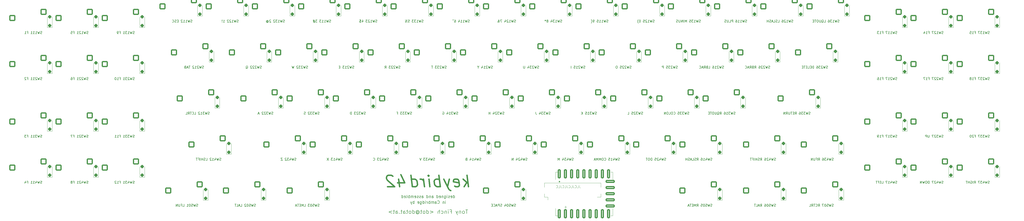
<source format=gbr>
%TF.GenerationSoftware,KiCad,Pcbnew,7.0.9*%
%TF.CreationDate,2023-12-30T16:17:41+00:00*%
%TF.ProjectId,keybird42,6b657962-6972-4643-9432-2e6b69636164,0.1*%
%TF.SameCoordinates,Original*%
%TF.FileFunction,Legend,Bot*%
%TF.FilePolarity,Positive*%
%FSLAX46Y46*%
G04 Gerber Fmt 4.6, Leading zero omitted, Abs format (unit mm)*
G04 Created by KiCad (PCBNEW 7.0.9) date 2023-12-30 16:17:41*
%MOMM*%
%LPD*%
G01*
G04 APERTURE LIST*
G04 Aperture macros list*
%AMRoundRect*
0 Rectangle with rounded corners*
0 $1 Rounding radius*
0 $2 $3 $4 $5 $6 $7 $8 $9 X,Y pos of 4 corners*
0 Add a 4 corners polygon primitive as box body*
4,1,4,$2,$3,$4,$5,$6,$7,$8,$9,$2,$3,0*
0 Add four circle primitives for the rounded corners*
1,1,$1+$1,$2,$3*
1,1,$1+$1,$4,$5*
1,1,$1+$1,$6,$7*
1,1,$1+$1,$8,$9*
0 Add four rect primitives between the rounded corners*
20,1,$1+$1,$2,$3,$4,$5,0*
20,1,$1+$1,$4,$5,$6,$7,0*
20,1,$1+$1,$6,$7,$8,$9,0*
20,1,$1+$1,$8,$9,$2,$3,0*%
G04 Aperture macros list end*
%ADD10C,0.100000*%
%ADD11C,0.148828*%
%ADD12C,0.198438*%
%ADD13C,0.595313*%
%ADD14C,0.150000*%
%ADD15C,0.120000*%
%ADD16C,0.304000*%
%ADD17C,1.750000*%
%ADD18C,3.050000*%
%ADD19C,4.000000*%
%ADD20RoundRect,0.250000X-1.025000X-1.000000X1.025000X-1.000000X1.025000X1.000000X-1.025000X1.000000X0*%
%ADD21RoundRect,0.350000X0.350000X-0.350000X0.350000X0.350000X-0.350000X0.350000X-0.350000X-0.350000X0*%
%ADD22C,3.048000*%
%ADD23C,3.987800*%
%ADD24RoundRect,0.254000X-0.381000X-1.651000X0.381000X-1.651000X0.381000X1.651000X-0.381000X1.651000X0*%
%ADD25RoundRect,0.254000X1.651000X-0.381000X1.651000X0.381000X-1.651000X0.381000X-1.651000X-0.381000X0*%
%ADD26RoundRect,0.254000X0.381000X1.651000X-0.381000X1.651000X-0.381000X-1.651000X0.381000X-1.651000X0*%
%ADD27R,0.300000X1.300000*%
%ADD28R,1.800000X2.200000*%
G04 APERTURE END LIST*
D10*
X260007896Y-100065147D02*
X260007896Y-100779432D01*
X260007896Y-100779432D02*
X260055515Y-100922289D01*
X260055515Y-100922289D02*
X260150753Y-101017528D01*
X260150753Y-101017528D02*
X260293610Y-101065147D01*
X260293610Y-101065147D02*
X260388848Y-101065147D01*
X259055515Y-101065147D02*
X259531705Y-101065147D01*
X259531705Y-101065147D02*
X259531705Y-100065147D01*
X258150753Y-100969908D02*
X258198372Y-101017528D01*
X258198372Y-101017528D02*
X258341229Y-101065147D01*
X258341229Y-101065147D02*
X258436467Y-101065147D01*
X258436467Y-101065147D02*
X258579324Y-101017528D01*
X258579324Y-101017528D02*
X258674562Y-100922289D01*
X258674562Y-100922289D02*
X258722181Y-100827051D01*
X258722181Y-100827051D02*
X258769800Y-100636575D01*
X258769800Y-100636575D02*
X258769800Y-100493718D01*
X258769800Y-100493718D02*
X258722181Y-100303242D01*
X258722181Y-100303242D02*
X258674562Y-100208004D01*
X258674562Y-100208004D02*
X258579324Y-100112766D01*
X258579324Y-100112766D02*
X258436467Y-100065147D01*
X258436467Y-100065147D02*
X258341229Y-100065147D01*
X258341229Y-100065147D02*
X258198372Y-100112766D01*
X258198372Y-100112766D02*
X258150753Y-100160385D01*
X257436467Y-100065147D02*
X257436467Y-100779432D01*
X257436467Y-100779432D02*
X257484086Y-100922289D01*
X257484086Y-100922289D02*
X257579324Y-101017528D01*
X257579324Y-101017528D02*
X257722181Y-101065147D01*
X257722181Y-101065147D02*
X257817419Y-101065147D01*
X256484086Y-101065147D02*
X256960276Y-101065147D01*
X256960276Y-101065147D02*
X256960276Y-100065147D01*
X255579324Y-100969908D02*
X255626943Y-101017528D01*
X255626943Y-101017528D02*
X255769800Y-101065147D01*
X255769800Y-101065147D02*
X255865038Y-101065147D01*
X255865038Y-101065147D02*
X256007895Y-101017528D01*
X256007895Y-101017528D02*
X256103133Y-100922289D01*
X256103133Y-100922289D02*
X256150752Y-100827051D01*
X256150752Y-100827051D02*
X256198371Y-100636575D01*
X256198371Y-100636575D02*
X256198371Y-100493718D01*
X256198371Y-100493718D02*
X256150752Y-100303242D01*
X256150752Y-100303242D02*
X256103133Y-100208004D01*
X256103133Y-100208004D02*
X256007895Y-100112766D01*
X256007895Y-100112766D02*
X255865038Y-100065147D01*
X255865038Y-100065147D02*
X255769800Y-100065147D01*
X255769800Y-100065147D02*
X255626943Y-100112766D01*
X255626943Y-100112766D02*
X255579324Y-100160385D01*
X254865038Y-100065147D02*
X254865038Y-100779432D01*
X254865038Y-100779432D02*
X254912657Y-100922289D01*
X254912657Y-100922289D02*
X255007895Y-101017528D01*
X255007895Y-101017528D02*
X255150752Y-101065147D01*
X255150752Y-101065147D02*
X255245990Y-101065147D01*
X253912657Y-101065147D02*
X254388847Y-101065147D01*
X254388847Y-101065147D02*
X254388847Y-100065147D01*
X253007895Y-100969908D02*
X253055514Y-101017528D01*
X253055514Y-101017528D02*
X253198371Y-101065147D01*
X253198371Y-101065147D02*
X253293609Y-101065147D01*
X253293609Y-101065147D02*
X253436466Y-101017528D01*
X253436466Y-101017528D02*
X253531704Y-100922289D01*
X253531704Y-100922289D02*
X253579323Y-100827051D01*
X253579323Y-100827051D02*
X253626942Y-100636575D01*
X253626942Y-100636575D02*
X253626942Y-100493718D01*
X253626942Y-100493718D02*
X253579323Y-100303242D01*
X253579323Y-100303242D02*
X253531704Y-100208004D01*
X253531704Y-100208004D02*
X253436466Y-100112766D01*
X253436466Y-100112766D02*
X253293609Y-100065147D01*
X253293609Y-100065147D02*
X253198371Y-100065147D01*
X253198371Y-100065147D02*
X253055514Y-100112766D01*
X253055514Y-100112766D02*
X253007895Y-100160385D01*
X252293609Y-100065147D02*
X252293609Y-100779432D01*
X252293609Y-100779432D02*
X252341228Y-100922289D01*
X252341228Y-100922289D02*
X252436466Y-101017528D01*
X252436466Y-101017528D02*
X252579323Y-101065147D01*
X252579323Y-101065147D02*
X252674561Y-101065147D01*
X251341228Y-101065147D02*
X251817418Y-101065147D01*
X251817418Y-101065147D02*
X251817418Y-100065147D01*
X250436466Y-100969908D02*
X250484085Y-101017528D01*
X250484085Y-101017528D02*
X250626942Y-101065147D01*
X250626942Y-101065147D02*
X250722180Y-101065147D01*
X250722180Y-101065147D02*
X250865037Y-101017528D01*
X250865037Y-101017528D02*
X250960275Y-100922289D01*
X250960275Y-100922289D02*
X251007894Y-100827051D01*
X251007894Y-100827051D02*
X251055513Y-100636575D01*
X251055513Y-100636575D02*
X251055513Y-100493718D01*
X251055513Y-100493718D02*
X251007894Y-100303242D01*
X251007894Y-100303242D02*
X250960275Y-100208004D01*
X250960275Y-100208004D02*
X250865037Y-100112766D01*
X250865037Y-100112766D02*
X250722180Y-100065147D01*
X250722180Y-100065147D02*
X250626942Y-100065147D01*
X250626942Y-100065147D02*
X250484085Y-100112766D01*
X250484085Y-100112766D02*
X250436466Y-100160385D01*
D11*
X208019362Y-105216951D02*
X208019362Y-104026326D01*
X208019362Y-105160255D02*
X208132754Y-105216951D01*
X208132754Y-105216951D02*
X208359540Y-105216951D01*
X208359540Y-105216951D02*
X208472933Y-105160255D01*
X208472933Y-105160255D02*
X208529629Y-105103558D01*
X208529629Y-105103558D02*
X208586326Y-104990165D01*
X208586326Y-104990165D02*
X208586326Y-104649987D01*
X208586326Y-104649987D02*
X208529629Y-104536594D01*
X208529629Y-104536594D02*
X208472933Y-104479897D01*
X208472933Y-104479897D02*
X208359540Y-104423201D01*
X208359540Y-104423201D02*
X208132754Y-104423201D01*
X208132754Y-104423201D02*
X208019362Y-104479897D01*
X206998826Y-105160255D02*
X207112219Y-105216951D01*
X207112219Y-105216951D02*
X207339005Y-105216951D01*
X207339005Y-105216951D02*
X207452397Y-105160255D01*
X207452397Y-105160255D02*
X207509094Y-105046862D01*
X207509094Y-105046862D02*
X207509094Y-104593290D01*
X207509094Y-104593290D02*
X207452397Y-104479897D01*
X207452397Y-104479897D02*
X207339005Y-104423201D01*
X207339005Y-104423201D02*
X207112219Y-104423201D01*
X207112219Y-104423201D02*
X206998826Y-104479897D01*
X206998826Y-104479897D02*
X206942130Y-104593290D01*
X206942130Y-104593290D02*
X206942130Y-104706683D01*
X206942130Y-104706683D02*
X207509094Y-104820076D01*
X206488558Y-105160255D02*
X206375165Y-105216951D01*
X206375165Y-105216951D02*
X206148379Y-105216951D01*
X206148379Y-105216951D02*
X206034986Y-105160255D01*
X206034986Y-105160255D02*
X205978290Y-105046862D01*
X205978290Y-105046862D02*
X205978290Y-104990165D01*
X205978290Y-104990165D02*
X206034986Y-104876772D01*
X206034986Y-104876772D02*
X206148379Y-104820076D01*
X206148379Y-104820076D02*
X206318469Y-104820076D01*
X206318469Y-104820076D02*
X206431861Y-104763380D01*
X206431861Y-104763380D02*
X206488558Y-104649987D01*
X206488558Y-104649987D02*
X206488558Y-104593290D01*
X206488558Y-104593290D02*
X206431861Y-104479897D01*
X206431861Y-104479897D02*
X206318469Y-104423201D01*
X206318469Y-104423201D02*
X206148379Y-104423201D01*
X206148379Y-104423201D02*
X206034986Y-104479897D01*
X205468022Y-105216951D02*
X205468022Y-104423201D01*
X205468022Y-104026326D02*
X205524719Y-104083022D01*
X205524719Y-104083022D02*
X205468022Y-104139719D01*
X205468022Y-104139719D02*
X205411326Y-104083022D01*
X205411326Y-104083022D02*
X205468022Y-104026326D01*
X205468022Y-104026326D02*
X205468022Y-104139719D01*
X204390791Y-104423201D02*
X204390791Y-105387040D01*
X204390791Y-105387040D02*
X204447487Y-105500433D01*
X204447487Y-105500433D02*
X204504183Y-105557130D01*
X204504183Y-105557130D02*
X204617576Y-105613826D01*
X204617576Y-105613826D02*
X204787666Y-105613826D01*
X204787666Y-105613826D02*
X204901058Y-105557130D01*
X204390791Y-105160255D02*
X204504183Y-105216951D01*
X204504183Y-105216951D02*
X204730969Y-105216951D01*
X204730969Y-105216951D02*
X204844362Y-105160255D01*
X204844362Y-105160255D02*
X204901058Y-105103558D01*
X204901058Y-105103558D02*
X204957755Y-104990165D01*
X204957755Y-104990165D02*
X204957755Y-104649987D01*
X204957755Y-104649987D02*
X204901058Y-104536594D01*
X204901058Y-104536594D02*
X204844362Y-104479897D01*
X204844362Y-104479897D02*
X204730969Y-104423201D01*
X204730969Y-104423201D02*
X204504183Y-104423201D01*
X204504183Y-104423201D02*
X204390791Y-104479897D01*
X203823826Y-104423201D02*
X203823826Y-105216951D01*
X203823826Y-104536594D02*
X203767130Y-104479897D01*
X203767130Y-104479897D02*
X203653737Y-104423201D01*
X203653737Y-104423201D02*
X203483648Y-104423201D01*
X203483648Y-104423201D02*
X203370255Y-104479897D01*
X203370255Y-104479897D02*
X203313559Y-104593290D01*
X203313559Y-104593290D02*
X203313559Y-105216951D01*
X202293023Y-105160255D02*
X202406416Y-105216951D01*
X202406416Y-105216951D02*
X202633202Y-105216951D01*
X202633202Y-105216951D02*
X202746594Y-105160255D01*
X202746594Y-105160255D02*
X202803291Y-105046862D01*
X202803291Y-105046862D02*
X202803291Y-104593290D01*
X202803291Y-104593290D02*
X202746594Y-104479897D01*
X202746594Y-104479897D02*
X202633202Y-104423201D01*
X202633202Y-104423201D02*
X202406416Y-104423201D01*
X202406416Y-104423201D02*
X202293023Y-104479897D01*
X202293023Y-104479897D02*
X202236327Y-104593290D01*
X202236327Y-104593290D02*
X202236327Y-104706683D01*
X202236327Y-104706683D02*
X202803291Y-104820076D01*
X201215791Y-105216951D02*
X201215791Y-104026326D01*
X201215791Y-105160255D02*
X201329183Y-105216951D01*
X201329183Y-105216951D02*
X201555969Y-105216951D01*
X201555969Y-105216951D02*
X201669362Y-105160255D01*
X201669362Y-105160255D02*
X201726058Y-105103558D01*
X201726058Y-105103558D02*
X201782755Y-104990165D01*
X201782755Y-104990165D02*
X201782755Y-104649987D01*
X201782755Y-104649987D02*
X201726058Y-104536594D01*
X201726058Y-104536594D02*
X201669362Y-104479897D01*
X201669362Y-104479897D02*
X201555969Y-104423201D01*
X201555969Y-104423201D02*
X201329183Y-104423201D01*
X201329183Y-104423201D02*
X201215791Y-104479897D01*
X199231416Y-105216951D02*
X199231416Y-104593290D01*
X199231416Y-104593290D02*
X199288112Y-104479897D01*
X199288112Y-104479897D02*
X199401505Y-104423201D01*
X199401505Y-104423201D02*
X199628291Y-104423201D01*
X199628291Y-104423201D02*
X199741683Y-104479897D01*
X199231416Y-105160255D02*
X199344808Y-105216951D01*
X199344808Y-105216951D02*
X199628291Y-105216951D01*
X199628291Y-105216951D02*
X199741683Y-105160255D01*
X199741683Y-105160255D02*
X199798380Y-105046862D01*
X199798380Y-105046862D02*
X199798380Y-104933469D01*
X199798380Y-104933469D02*
X199741683Y-104820076D01*
X199741683Y-104820076D02*
X199628291Y-104763380D01*
X199628291Y-104763380D02*
X199344808Y-104763380D01*
X199344808Y-104763380D02*
X199231416Y-104706683D01*
X198664451Y-104423201D02*
X198664451Y-105216951D01*
X198664451Y-104536594D02*
X198607755Y-104479897D01*
X198607755Y-104479897D02*
X198494362Y-104423201D01*
X198494362Y-104423201D02*
X198324273Y-104423201D01*
X198324273Y-104423201D02*
X198210880Y-104479897D01*
X198210880Y-104479897D02*
X198154184Y-104593290D01*
X198154184Y-104593290D02*
X198154184Y-105216951D01*
X197076952Y-105216951D02*
X197076952Y-104026326D01*
X197076952Y-105160255D02*
X197190344Y-105216951D01*
X197190344Y-105216951D02*
X197417130Y-105216951D01*
X197417130Y-105216951D02*
X197530523Y-105160255D01*
X197530523Y-105160255D02*
X197587219Y-105103558D01*
X197587219Y-105103558D02*
X197643916Y-104990165D01*
X197643916Y-104990165D02*
X197643916Y-104649987D01*
X197643916Y-104649987D02*
X197587219Y-104536594D01*
X197587219Y-104536594D02*
X197530523Y-104479897D01*
X197530523Y-104479897D02*
X197417130Y-104423201D01*
X197417130Y-104423201D02*
X197190344Y-104423201D01*
X197190344Y-104423201D02*
X197076952Y-104479897D01*
X195092577Y-105216951D02*
X195092577Y-104593290D01*
X195092577Y-104593290D02*
X195149273Y-104479897D01*
X195149273Y-104479897D02*
X195262666Y-104423201D01*
X195262666Y-104423201D02*
X195489452Y-104423201D01*
X195489452Y-104423201D02*
X195602844Y-104479897D01*
X195092577Y-105160255D02*
X195205969Y-105216951D01*
X195205969Y-105216951D02*
X195489452Y-105216951D01*
X195489452Y-105216951D02*
X195602844Y-105160255D01*
X195602844Y-105160255D02*
X195659541Y-105046862D01*
X195659541Y-105046862D02*
X195659541Y-104933469D01*
X195659541Y-104933469D02*
X195602844Y-104820076D01*
X195602844Y-104820076D02*
X195489452Y-104763380D01*
X195489452Y-104763380D02*
X195205969Y-104763380D01*
X195205969Y-104763380D02*
X195092577Y-104706683D01*
X194582309Y-105160255D02*
X194468916Y-105216951D01*
X194468916Y-105216951D02*
X194242130Y-105216951D01*
X194242130Y-105216951D02*
X194128737Y-105160255D01*
X194128737Y-105160255D02*
X194072041Y-105046862D01*
X194072041Y-105046862D02*
X194072041Y-104990165D01*
X194072041Y-104990165D02*
X194128737Y-104876772D01*
X194128737Y-104876772D02*
X194242130Y-104820076D01*
X194242130Y-104820076D02*
X194412220Y-104820076D01*
X194412220Y-104820076D02*
X194525612Y-104763380D01*
X194525612Y-104763380D02*
X194582309Y-104649987D01*
X194582309Y-104649987D02*
X194582309Y-104593290D01*
X194582309Y-104593290D02*
X194525612Y-104479897D01*
X194525612Y-104479897D02*
X194412220Y-104423201D01*
X194412220Y-104423201D02*
X194242130Y-104423201D01*
X194242130Y-104423201D02*
X194128737Y-104479897D01*
X193618470Y-105160255D02*
X193505077Y-105216951D01*
X193505077Y-105216951D02*
X193278291Y-105216951D01*
X193278291Y-105216951D02*
X193164898Y-105160255D01*
X193164898Y-105160255D02*
X193108202Y-105046862D01*
X193108202Y-105046862D02*
X193108202Y-104990165D01*
X193108202Y-104990165D02*
X193164898Y-104876772D01*
X193164898Y-104876772D02*
X193278291Y-104820076D01*
X193278291Y-104820076D02*
X193448381Y-104820076D01*
X193448381Y-104820076D02*
X193561773Y-104763380D01*
X193561773Y-104763380D02*
X193618470Y-104649987D01*
X193618470Y-104649987D02*
X193618470Y-104593290D01*
X193618470Y-104593290D02*
X193561773Y-104479897D01*
X193561773Y-104479897D02*
X193448381Y-104423201D01*
X193448381Y-104423201D02*
X193278291Y-104423201D01*
X193278291Y-104423201D02*
X193164898Y-104479897D01*
X192144363Y-105160255D02*
X192257756Y-105216951D01*
X192257756Y-105216951D02*
X192484542Y-105216951D01*
X192484542Y-105216951D02*
X192597934Y-105160255D01*
X192597934Y-105160255D02*
X192654631Y-105046862D01*
X192654631Y-105046862D02*
X192654631Y-104593290D01*
X192654631Y-104593290D02*
X192597934Y-104479897D01*
X192597934Y-104479897D02*
X192484542Y-104423201D01*
X192484542Y-104423201D02*
X192257756Y-104423201D01*
X192257756Y-104423201D02*
X192144363Y-104479897D01*
X192144363Y-104479897D02*
X192087667Y-104593290D01*
X192087667Y-104593290D02*
X192087667Y-104706683D01*
X192087667Y-104706683D02*
X192654631Y-104820076D01*
X191577398Y-105216951D02*
X191577398Y-104423201D01*
X191577398Y-104536594D02*
X191520702Y-104479897D01*
X191520702Y-104479897D02*
X191407309Y-104423201D01*
X191407309Y-104423201D02*
X191237220Y-104423201D01*
X191237220Y-104423201D02*
X191123827Y-104479897D01*
X191123827Y-104479897D02*
X191067131Y-104593290D01*
X191067131Y-104593290D02*
X191067131Y-105216951D01*
X191067131Y-104593290D02*
X191010434Y-104479897D01*
X191010434Y-104479897D02*
X190897041Y-104423201D01*
X190897041Y-104423201D02*
X190726952Y-104423201D01*
X190726952Y-104423201D02*
X190613559Y-104479897D01*
X190613559Y-104479897D02*
X190556863Y-104593290D01*
X190556863Y-104593290D02*
X190556863Y-105216951D01*
X189989898Y-105216951D02*
X189989898Y-104026326D01*
X189989898Y-104479897D02*
X189876506Y-104423201D01*
X189876506Y-104423201D02*
X189649720Y-104423201D01*
X189649720Y-104423201D02*
X189536327Y-104479897D01*
X189536327Y-104479897D02*
X189479631Y-104536594D01*
X189479631Y-104536594D02*
X189422934Y-104649987D01*
X189422934Y-104649987D02*
X189422934Y-104990165D01*
X189422934Y-104990165D02*
X189479631Y-105103558D01*
X189479631Y-105103558D02*
X189536327Y-105160255D01*
X189536327Y-105160255D02*
X189649720Y-105216951D01*
X189649720Y-105216951D02*
X189876506Y-105216951D01*
X189876506Y-105216951D02*
X189989898Y-105160255D01*
X188742577Y-105216951D02*
X188855970Y-105160255D01*
X188855970Y-105160255D02*
X188912666Y-105046862D01*
X188912666Y-105046862D02*
X188912666Y-104026326D01*
X187835434Y-105160255D02*
X187948827Y-105216951D01*
X187948827Y-105216951D02*
X188175613Y-105216951D01*
X188175613Y-105216951D02*
X188289005Y-105160255D01*
X188289005Y-105160255D02*
X188345702Y-105046862D01*
X188345702Y-105046862D02*
X188345702Y-104593290D01*
X188345702Y-104593290D02*
X188289005Y-104479897D01*
X188289005Y-104479897D02*
X188175613Y-104423201D01*
X188175613Y-104423201D02*
X187948827Y-104423201D01*
X187948827Y-104423201D02*
X187835434Y-104479897D01*
X187835434Y-104479897D02*
X187778738Y-104593290D01*
X187778738Y-104593290D02*
X187778738Y-104706683D01*
X187778738Y-104706683D02*
X188345702Y-104820076D01*
X186758202Y-105216951D02*
X186758202Y-104026326D01*
X186758202Y-105160255D02*
X186871594Y-105216951D01*
X186871594Y-105216951D02*
X187098380Y-105216951D01*
X187098380Y-105216951D02*
X187211773Y-105160255D01*
X187211773Y-105160255D02*
X187268469Y-105103558D01*
X187268469Y-105103558D02*
X187325166Y-104990165D01*
X187325166Y-104990165D02*
X187325166Y-104649987D01*
X187325166Y-104649987D02*
X187268469Y-104536594D01*
X187268469Y-104536594D02*
X187211773Y-104479897D01*
X187211773Y-104479897D02*
X187098380Y-104423201D01*
X187098380Y-104423201D02*
X186871594Y-104423201D01*
X186871594Y-104423201D02*
X186758202Y-104479897D01*
D12*
X214010286Y-110126745D02*
X213103143Y-110126745D01*
X213556715Y-111714245D02*
X213556715Y-110126745D01*
X212347191Y-111714245D02*
X212498381Y-111638650D01*
X212498381Y-111638650D02*
X212573976Y-111563054D01*
X212573976Y-111563054D02*
X212649572Y-111411864D01*
X212649572Y-111411864D02*
X212649572Y-110958292D01*
X212649572Y-110958292D02*
X212573976Y-110807102D01*
X212573976Y-110807102D02*
X212498381Y-110731507D01*
X212498381Y-110731507D02*
X212347191Y-110655911D01*
X212347191Y-110655911D02*
X212120405Y-110655911D01*
X212120405Y-110655911D02*
X211969214Y-110731507D01*
X211969214Y-110731507D02*
X211893619Y-110807102D01*
X211893619Y-110807102D02*
X211818024Y-110958292D01*
X211818024Y-110958292D02*
X211818024Y-111411864D01*
X211818024Y-111411864D02*
X211893619Y-111563054D01*
X211893619Y-111563054D02*
X211969214Y-111638650D01*
X211969214Y-111638650D02*
X212120405Y-111714245D01*
X212120405Y-111714245D02*
X212347191Y-111714245D01*
X211137666Y-110655911D02*
X211137666Y-111714245D01*
X211137666Y-110807102D02*
X211062071Y-110731507D01*
X211062071Y-110731507D02*
X210910881Y-110655911D01*
X210910881Y-110655911D02*
X210684095Y-110655911D01*
X210684095Y-110655911D02*
X210532904Y-110731507D01*
X210532904Y-110731507D02*
X210457309Y-110882697D01*
X210457309Y-110882697D02*
X210457309Y-111714245D01*
X209852547Y-110655911D02*
X209474571Y-111714245D01*
X209096594Y-110655911D02*
X209474571Y-111714245D01*
X209474571Y-111714245D02*
X209625761Y-112092221D01*
X209625761Y-112092221D02*
X209701356Y-112167816D01*
X209701356Y-112167816D02*
X209852547Y-112243411D01*
X206753142Y-110882697D02*
X207282308Y-110882697D01*
X207282308Y-111714245D02*
X207282308Y-110126745D01*
X207282308Y-110126745D02*
X206526356Y-110126745D01*
X205921594Y-111714245D02*
X205921594Y-110655911D01*
X205921594Y-110126745D02*
X205997190Y-110202340D01*
X205997190Y-110202340D02*
X205921594Y-110277935D01*
X205921594Y-110277935D02*
X205845999Y-110202340D01*
X205845999Y-110202340D02*
X205921594Y-110126745D01*
X205921594Y-110126745D02*
X205921594Y-110277935D01*
X205165642Y-110655911D02*
X205165642Y-111714245D01*
X205165642Y-110807102D02*
X205090047Y-110731507D01*
X205090047Y-110731507D02*
X204938857Y-110655911D01*
X204938857Y-110655911D02*
X204712071Y-110655911D01*
X204712071Y-110655911D02*
X204560880Y-110731507D01*
X204560880Y-110731507D02*
X204485285Y-110882697D01*
X204485285Y-110882697D02*
X204485285Y-111714245D01*
X203048975Y-111638650D02*
X203200166Y-111714245D01*
X203200166Y-111714245D02*
X203502547Y-111714245D01*
X203502547Y-111714245D02*
X203653737Y-111638650D01*
X203653737Y-111638650D02*
X203729332Y-111563054D01*
X203729332Y-111563054D02*
X203804928Y-111411864D01*
X203804928Y-111411864D02*
X203804928Y-110958292D01*
X203804928Y-110958292D02*
X203729332Y-110807102D01*
X203729332Y-110807102D02*
X203653737Y-110731507D01*
X203653737Y-110731507D02*
X203502547Y-110655911D01*
X203502547Y-110655911D02*
X203200166Y-110655911D01*
X203200166Y-110655911D02*
X203048975Y-110731507D01*
X202368618Y-111714245D02*
X202368618Y-110126745D01*
X201688261Y-111714245D02*
X201688261Y-110882697D01*
X201688261Y-110882697D02*
X201763856Y-110731507D01*
X201763856Y-110731507D02*
X201915047Y-110655911D01*
X201915047Y-110655911D02*
X202141833Y-110655911D01*
X202141833Y-110655911D02*
X202293023Y-110731507D01*
X202293023Y-110731507D02*
X202368618Y-110807102D01*
X198513261Y-110655911D02*
X199722784Y-111109483D01*
X199722784Y-111109483D02*
X198513261Y-111563054D01*
X197076951Y-111714245D02*
X197076951Y-110126745D01*
X197076951Y-111638650D02*
X197228142Y-111714245D01*
X197228142Y-111714245D02*
X197530523Y-111714245D01*
X197530523Y-111714245D02*
X197681713Y-111638650D01*
X197681713Y-111638650D02*
X197757308Y-111563054D01*
X197757308Y-111563054D02*
X197832904Y-111411864D01*
X197832904Y-111411864D02*
X197832904Y-110958292D01*
X197832904Y-110958292D02*
X197757308Y-110807102D01*
X197757308Y-110807102D02*
X197681713Y-110731507D01*
X197681713Y-110731507D02*
X197530523Y-110655911D01*
X197530523Y-110655911D02*
X197228142Y-110655911D01*
X197228142Y-110655911D02*
X197076951Y-110731507D01*
X196094213Y-111714245D02*
X196245403Y-111638650D01*
X196245403Y-111638650D02*
X196320998Y-111563054D01*
X196320998Y-111563054D02*
X196396594Y-111411864D01*
X196396594Y-111411864D02*
X196396594Y-110958292D01*
X196396594Y-110958292D02*
X196320998Y-110807102D01*
X196320998Y-110807102D02*
X196245403Y-110731507D01*
X196245403Y-110731507D02*
X196094213Y-110655911D01*
X196094213Y-110655911D02*
X195867427Y-110655911D01*
X195867427Y-110655911D02*
X195716236Y-110731507D01*
X195716236Y-110731507D02*
X195640641Y-110807102D01*
X195640641Y-110807102D02*
X195565046Y-110958292D01*
X195565046Y-110958292D02*
X195565046Y-111411864D01*
X195565046Y-111411864D02*
X195640641Y-111563054D01*
X195640641Y-111563054D02*
X195716236Y-111638650D01*
X195716236Y-111638650D02*
X195867427Y-111714245D01*
X195867427Y-111714245D02*
X196094213Y-111714245D01*
X195111474Y-110655911D02*
X194506712Y-110655911D01*
X194884688Y-110126745D02*
X194884688Y-111487459D01*
X194884688Y-111487459D02*
X194809093Y-111638650D01*
X194809093Y-111638650D02*
X194657903Y-111714245D01*
X194657903Y-111714245D02*
X194506712Y-111714245D01*
X192994807Y-110958292D02*
X193070402Y-110882697D01*
X193070402Y-110882697D02*
X193221593Y-110807102D01*
X193221593Y-110807102D02*
X193372783Y-110807102D01*
X193372783Y-110807102D02*
X193523974Y-110882697D01*
X193523974Y-110882697D02*
X193599569Y-110958292D01*
X193599569Y-110958292D02*
X193675164Y-111109483D01*
X193675164Y-111109483D02*
X193675164Y-111260673D01*
X193675164Y-111260673D02*
X193599569Y-111411864D01*
X193599569Y-111411864D02*
X193523974Y-111487459D01*
X193523974Y-111487459D02*
X193372783Y-111563054D01*
X193372783Y-111563054D02*
X193221593Y-111563054D01*
X193221593Y-111563054D02*
X193070402Y-111487459D01*
X193070402Y-111487459D02*
X192994807Y-111411864D01*
X192994807Y-110807102D02*
X192994807Y-111411864D01*
X192994807Y-111411864D02*
X192919212Y-111487459D01*
X192919212Y-111487459D02*
X192843617Y-111487459D01*
X192843617Y-111487459D02*
X192692426Y-111411864D01*
X192692426Y-111411864D02*
X192616831Y-111260673D01*
X192616831Y-111260673D02*
X192616831Y-110882697D01*
X192616831Y-110882697D02*
X192768022Y-110655911D01*
X192768022Y-110655911D02*
X192994807Y-110504721D01*
X192994807Y-110504721D02*
X193297188Y-110429126D01*
X193297188Y-110429126D02*
X193599569Y-110504721D01*
X193599569Y-110504721D02*
X193826355Y-110655911D01*
X193826355Y-110655911D02*
X193977545Y-110882697D01*
X193977545Y-110882697D02*
X194053141Y-111185078D01*
X194053141Y-111185078D02*
X193977545Y-111487459D01*
X193977545Y-111487459D02*
X193826355Y-111714245D01*
X193826355Y-111714245D02*
X193599569Y-111865435D01*
X193599569Y-111865435D02*
X193297188Y-111941030D01*
X193297188Y-111941030D02*
X192994807Y-111865435D01*
X192994807Y-111865435D02*
X192768022Y-111714245D01*
X191256117Y-111714245D02*
X191256117Y-110126745D01*
X191256117Y-111638650D02*
X191407308Y-111714245D01*
X191407308Y-111714245D02*
X191709689Y-111714245D01*
X191709689Y-111714245D02*
X191860879Y-111638650D01*
X191860879Y-111638650D02*
X191936474Y-111563054D01*
X191936474Y-111563054D02*
X192012070Y-111411864D01*
X192012070Y-111411864D02*
X192012070Y-110958292D01*
X192012070Y-110958292D02*
X191936474Y-110807102D01*
X191936474Y-110807102D02*
X191860879Y-110731507D01*
X191860879Y-110731507D02*
X191709689Y-110655911D01*
X191709689Y-110655911D02*
X191407308Y-110655911D01*
X191407308Y-110655911D02*
X191256117Y-110731507D01*
X190273379Y-111714245D02*
X190424569Y-111638650D01*
X190424569Y-111638650D02*
X190500164Y-111563054D01*
X190500164Y-111563054D02*
X190575760Y-111411864D01*
X190575760Y-111411864D02*
X190575760Y-110958292D01*
X190575760Y-110958292D02*
X190500164Y-110807102D01*
X190500164Y-110807102D02*
X190424569Y-110731507D01*
X190424569Y-110731507D02*
X190273379Y-110655911D01*
X190273379Y-110655911D02*
X190046593Y-110655911D01*
X190046593Y-110655911D02*
X189895402Y-110731507D01*
X189895402Y-110731507D02*
X189819807Y-110807102D01*
X189819807Y-110807102D02*
X189744212Y-110958292D01*
X189744212Y-110958292D02*
X189744212Y-111411864D01*
X189744212Y-111411864D02*
X189819807Y-111563054D01*
X189819807Y-111563054D02*
X189895402Y-111638650D01*
X189895402Y-111638650D02*
X190046593Y-111714245D01*
X190046593Y-111714245D02*
X190273379Y-111714245D01*
X189290640Y-110655911D02*
X188685878Y-110655911D01*
X189063854Y-110126745D02*
X189063854Y-111487459D01*
X189063854Y-111487459D02*
X188988259Y-111638650D01*
X188988259Y-111638650D02*
X188837069Y-111714245D01*
X188837069Y-111714245D02*
X188685878Y-111714245D01*
X187476354Y-111714245D02*
X187476354Y-110882697D01*
X187476354Y-110882697D02*
X187551949Y-110731507D01*
X187551949Y-110731507D02*
X187703140Y-110655911D01*
X187703140Y-110655911D02*
X188005521Y-110655911D01*
X188005521Y-110655911D02*
X188156711Y-110731507D01*
X187476354Y-111638650D02*
X187627545Y-111714245D01*
X187627545Y-111714245D02*
X188005521Y-111714245D01*
X188005521Y-111714245D02*
X188156711Y-111638650D01*
X188156711Y-111638650D02*
X188232307Y-111487459D01*
X188232307Y-111487459D02*
X188232307Y-111336269D01*
X188232307Y-111336269D02*
X188156711Y-111185078D01*
X188156711Y-111185078D02*
X188005521Y-111109483D01*
X188005521Y-111109483D02*
X187627545Y-111109483D01*
X187627545Y-111109483D02*
X187476354Y-111033888D01*
X186947187Y-110655911D02*
X186342425Y-110655911D01*
X186720401Y-110126745D02*
X186720401Y-111487459D01*
X186720401Y-111487459D02*
X186644806Y-111638650D01*
X186644806Y-111638650D02*
X186493616Y-111714245D01*
X186493616Y-111714245D02*
X186342425Y-111714245D01*
X185813258Y-111563054D02*
X185737663Y-111638650D01*
X185737663Y-111638650D02*
X185813258Y-111714245D01*
X185813258Y-111714245D02*
X185888854Y-111638650D01*
X185888854Y-111638650D02*
X185813258Y-111563054D01*
X185813258Y-111563054D02*
X185813258Y-111714245D01*
X184376949Y-111714245D02*
X184376949Y-110882697D01*
X184376949Y-110882697D02*
X184452544Y-110731507D01*
X184452544Y-110731507D02*
X184603735Y-110655911D01*
X184603735Y-110655911D02*
X184906116Y-110655911D01*
X184906116Y-110655911D02*
X185057306Y-110731507D01*
X184376949Y-111638650D02*
X184528140Y-111714245D01*
X184528140Y-111714245D02*
X184906116Y-111714245D01*
X184906116Y-111714245D02*
X185057306Y-111638650D01*
X185057306Y-111638650D02*
X185132902Y-111487459D01*
X185132902Y-111487459D02*
X185132902Y-111336269D01*
X185132902Y-111336269D02*
X185057306Y-111185078D01*
X185057306Y-111185078D02*
X184906116Y-111109483D01*
X184906116Y-111109483D02*
X184528140Y-111109483D01*
X184528140Y-111109483D02*
X184376949Y-111033888D01*
X183847782Y-110655911D02*
X183243020Y-110655911D01*
X183620996Y-110126745D02*
X183620996Y-111487459D01*
X183620996Y-111487459D02*
X183545401Y-111638650D01*
X183545401Y-111638650D02*
X183394211Y-111714245D01*
X183394211Y-111714245D02*
X183243020Y-111714245D01*
X182713853Y-110655911D02*
X181504330Y-111109483D01*
X181504330Y-111109483D02*
X182713853Y-111563054D01*
D11*
X204787665Y-107598203D02*
X204787665Y-106804453D01*
X204787665Y-106407578D02*
X204844362Y-106464274D01*
X204844362Y-106464274D02*
X204787665Y-106520971D01*
X204787665Y-106520971D02*
X204730969Y-106464274D01*
X204730969Y-106464274D02*
X204787665Y-106407578D01*
X204787665Y-106407578D02*
X204787665Y-106520971D01*
X204220701Y-106804453D02*
X204220701Y-107598203D01*
X204220701Y-106917846D02*
X204164005Y-106861149D01*
X204164005Y-106861149D02*
X204050612Y-106804453D01*
X204050612Y-106804453D02*
X203880523Y-106804453D01*
X203880523Y-106804453D02*
X203767130Y-106861149D01*
X203767130Y-106861149D02*
X203710434Y-106974542D01*
X203710434Y-106974542D02*
X203710434Y-107598203D01*
X201555969Y-107484810D02*
X201612666Y-107541507D01*
X201612666Y-107541507D02*
X201782755Y-107598203D01*
X201782755Y-107598203D02*
X201896148Y-107598203D01*
X201896148Y-107598203D02*
X202066237Y-107541507D01*
X202066237Y-107541507D02*
X202179630Y-107428114D01*
X202179630Y-107428114D02*
X202236326Y-107314721D01*
X202236326Y-107314721D02*
X202293023Y-107087935D01*
X202293023Y-107087935D02*
X202293023Y-106917846D01*
X202293023Y-106917846D02*
X202236326Y-106691060D01*
X202236326Y-106691060D02*
X202179630Y-106577667D01*
X202179630Y-106577667D02*
X202066237Y-106464274D01*
X202066237Y-106464274D02*
X201896148Y-106407578D01*
X201896148Y-106407578D02*
X201782755Y-106407578D01*
X201782755Y-106407578D02*
X201612666Y-106464274D01*
X201612666Y-106464274D02*
X201555969Y-106520971D01*
X200535434Y-107598203D02*
X200535434Y-106974542D01*
X200535434Y-106974542D02*
X200592130Y-106861149D01*
X200592130Y-106861149D02*
X200705523Y-106804453D01*
X200705523Y-106804453D02*
X200932309Y-106804453D01*
X200932309Y-106804453D02*
X201045701Y-106861149D01*
X200535434Y-107541507D02*
X200648826Y-107598203D01*
X200648826Y-107598203D02*
X200932309Y-107598203D01*
X200932309Y-107598203D02*
X201045701Y-107541507D01*
X201045701Y-107541507D02*
X201102398Y-107428114D01*
X201102398Y-107428114D02*
X201102398Y-107314721D01*
X201102398Y-107314721D02*
X201045701Y-107201328D01*
X201045701Y-107201328D02*
X200932309Y-107144632D01*
X200932309Y-107144632D02*
X200648826Y-107144632D01*
X200648826Y-107144632D02*
X200535434Y-107087935D01*
X199968469Y-107598203D02*
X199968469Y-106804453D01*
X199968469Y-106917846D02*
X199911773Y-106861149D01*
X199911773Y-106861149D02*
X199798380Y-106804453D01*
X199798380Y-106804453D02*
X199628291Y-106804453D01*
X199628291Y-106804453D02*
X199514898Y-106861149D01*
X199514898Y-106861149D02*
X199458202Y-106974542D01*
X199458202Y-106974542D02*
X199458202Y-107598203D01*
X199458202Y-106974542D02*
X199401505Y-106861149D01*
X199401505Y-106861149D02*
X199288112Y-106804453D01*
X199288112Y-106804453D02*
X199118023Y-106804453D01*
X199118023Y-106804453D02*
X199004630Y-106861149D01*
X199004630Y-106861149D02*
X198947934Y-106974542D01*
X198947934Y-106974542D02*
X198947934Y-107598203D01*
X198380969Y-107598203D02*
X198380969Y-106407578D01*
X198380969Y-106861149D02*
X198267577Y-106804453D01*
X198267577Y-106804453D02*
X198040791Y-106804453D01*
X198040791Y-106804453D02*
X197927398Y-106861149D01*
X197927398Y-106861149D02*
X197870702Y-106917846D01*
X197870702Y-106917846D02*
X197814005Y-107031239D01*
X197814005Y-107031239D02*
X197814005Y-107371417D01*
X197814005Y-107371417D02*
X197870702Y-107484810D01*
X197870702Y-107484810D02*
X197927398Y-107541507D01*
X197927398Y-107541507D02*
X198040791Y-107598203D01*
X198040791Y-107598203D02*
X198267577Y-107598203D01*
X198267577Y-107598203D02*
X198380969Y-107541507D01*
X197303737Y-107598203D02*
X197303737Y-106804453D01*
X197303737Y-107031239D02*
X197247041Y-106917846D01*
X197247041Y-106917846D02*
X197190345Y-106861149D01*
X197190345Y-106861149D02*
X197076952Y-106804453D01*
X197076952Y-106804453D02*
X196963559Y-106804453D01*
X196566683Y-107598203D02*
X196566683Y-106804453D01*
X196566683Y-106407578D02*
X196623380Y-106464274D01*
X196623380Y-106464274D02*
X196566683Y-106520971D01*
X196566683Y-106520971D02*
X196509987Y-106464274D01*
X196509987Y-106464274D02*
X196566683Y-106407578D01*
X196566683Y-106407578D02*
X196566683Y-106520971D01*
X195489452Y-107598203D02*
X195489452Y-106407578D01*
X195489452Y-107541507D02*
X195602844Y-107598203D01*
X195602844Y-107598203D02*
X195829630Y-107598203D01*
X195829630Y-107598203D02*
X195943023Y-107541507D01*
X195943023Y-107541507D02*
X195999719Y-107484810D01*
X195999719Y-107484810D02*
X196056416Y-107371417D01*
X196056416Y-107371417D02*
X196056416Y-107031239D01*
X196056416Y-107031239D02*
X195999719Y-106917846D01*
X195999719Y-106917846D02*
X195943023Y-106861149D01*
X195943023Y-106861149D02*
X195829630Y-106804453D01*
X195829630Y-106804453D02*
X195602844Y-106804453D01*
X195602844Y-106804453D02*
X195489452Y-106861149D01*
X194412220Y-106804453D02*
X194412220Y-107768292D01*
X194412220Y-107768292D02*
X194468916Y-107881685D01*
X194468916Y-107881685D02*
X194525612Y-107938382D01*
X194525612Y-107938382D02*
X194639005Y-107995078D01*
X194639005Y-107995078D02*
X194809095Y-107995078D01*
X194809095Y-107995078D02*
X194922487Y-107938382D01*
X194412220Y-107541507D02*
X194525612Y-107598203D01*
X194525612Y-107598203D02*
X194752398Y-107598203D01*
X194752398Y-107598203D02*
X194865791Y-107541507D01*
X194865791Y-107541507D02*
X194922487Y-107484810D01*
X194922487Y-107484810D02*
X194979184Y-107371417D01*
X194979184Y-107371417D02*
X194979184Y-107031239D01*
X194979184Y-107031239D02*
X194922487Y-106917846D01*
X194922487Y-106917846D02*
X194865791Y-106861149D01*
X194865791Y-106861149D02*
X194752398Y-106804453D01*
X194752398Y-106804453D02*
X194525612Y-106804453D01*
X194525612Y-106804453D02*
X194412220Y-106861149D01*
X193391684Y-107541507D02*
X193505077Y-107598203D01*
X193505077Y-107598203D02*
X193731863Y-107598203D01*
X193731863Y-107598203D02*
X193845255Y-107541507D01*
X193845255Y-107541507D02*
X193901952Y-107428114D01*
X193901952Y-107428114D02*
X193901952Y-106974542D01*
X193901952Y-106974542D02*
X193845255Y-106861149D01*
X193845255Y-106861149D02*
X193731863Y-106804453D01*
X193731863Y-106804453D02*
X193505077Y-106804453D01*
X193505077Y-106804453D02*
X193391684Y-106861149D01*
X193391684Y-106861149D02*
X193334988Y-106974542D01*
X193334988Y-106974542D02*
X193334988Y-107087935D01*
X193334988Y-107087935D02*
X193901952Y-107201328D01*
X191917576Y-107598203D02*
X191917576Y-106407578D01*
X191917576Y-106861149D02*
X191804184Y-106804453D01*
X191804184Y-106804453D02*
X191577398Y-106804453D01*
X191577398Y-106804453D02*
X191464005Y-106861149D01*
X191464005Y-106861149D02*
X191407309Y-106917846D01*
X191407309Y-106917846D02*
X191350612Y-107031239D01*
X191350612Y-107031239D02*
X191350612Y-107371417D01*
X191350612Y-107371417D02*
X191407309Y-107484810D01*
X191407309Y-107484810D02*
X191464005Y-107541507D01*
X191464005Y-107541507D02*
X191577398Y-107598203D01*
X191577398Y-107598203D02*
X191804184Y-107598203D01*
X191804184Y-107598203D02*
X191917576Y-107541507D01*
X190953737Y-106804453D02*
X190670255Y-107598203D01*
X190386773Y-106804453D02*
X190670255Y-107598203D01*
X190670255Y-107598203D02*
X190783648Y-107881685D01*
X190783648Y-107881685D02*
X190840344Y-107938382D01*
X190840344Y-107938382D02*
X190953737Y-107995078D01*
D13*
X214227288Y-100589413D02*
X213631976Y-95826913D01*
X213546931Y-98775128D02*
X212413002Y-100589413D01*
X212016127Y-97414413D02*
X214057199Y-99228699D01*
X208529297Y-100362628D02*
X209011217Y-100589413D01*
X209011217Y-100589413D02*
X209918360Y-100589413D01*
X209918360Y-100589413D02*
X210343583Y-100362628D01*
X210343583Y-100362628D02*
X210513672Y-99909056D01*
X210513672Y-99909056D02*
X210286887Y-98094770D01*
X210286887Y-98094770D02*
X210003404Y-97641199D01*
X210003404Y-97641199D02*
X209521485Y-97414413D01*
X209521485Y-97414413D02*
X208614342Y-97414413D01*
X208614342Y-97414413D02*
X208189119Y-97641199D01*
X208189119Y-97641199D02*
X208019029Y-98094770D01*
X208019029Y-98094770D02*
X208075726Y-98548342D01*
X208075726Y-98548342D02*
X210400279Y-99001913D01*
X206346485Y-97414413D02*
X205609431Y-100589413D01*
X204078627Y-97414413D02*
X205609431Y-100589413D01*
X205609431Y-100589413D02*
X206204744Y-101723342D01*
X206204744Y-101723342D02*
X206459877Y-101950128D01*
X206459877Y-101950128D02*
X206941797Y-102176913D01*
X202661217Y-100589413D02*
X202065905Y-95826913D01*
X202292690Y-97641199D02*
X201810771Y-97414413D01*
X201810771Y-97414413D02*
X200903628Y-97414413D01*
X200903628Y-97414413D02*
X200478405Y-97641199D01*
X200478405Y-97641199D02*
X200279967Y-97867985D01*
X200279967Y-97867985D02*
X200109878Y-98321556D01*
X200109878Y-98321556D02*
X200279967Y-99682270D01*
X200279967Y-99682270D02*
X200563449Y-100135842D01*
X200563449Y-100135842D02*
X200818583Y-100362628D01*
X200818583Y-100362628D02*
X201300503Y-100589413D01*
X201300503Y-100589413D02*
X202207646Y-100589413D01*
X202207646Y-100589413D02*
X202632869Y-100362628D01*
X198352288Y-100589413D02*
X197955413Y-97414413D01*
X197756976Y-95826913D02*
X198012110Y-96053699D01*
X198012110Y-96053699D02*
X197813672Y-96280485D01*
X197813672Y-96280485D02*
X197558538Y-96053699D01*
X197558538Y-96053699D02*
X197756976Y-95826913D01*
X197756976Y-95826913D02*
X197813672Y-96280485D01*
X196084431Y-100589413D02*
X195687556Y-97414413D01*
X195800949Y-98321556D02*
X195517467Y-97867985D01*
X195517467Y-97867985D02*
X195262333Y-97641199D01*
X195262333Y-97641199D02*
X194780413Y-97414413D01*
X194780413Y-97414413D02*
X194326842Y-97414413D01*
X191095146Y-100589413D02*
X190499833Y-95826913D01*
X191066798Y-100362628D02*
X191548717Y-100589413D01*
X191548717Y-100589413D02*
X192455860Y-100589413D01*
X192455860Y-100589413D02*
X192881083Y-100362628D01*
X192881083Y-100362628D02*
X193079521Y-100135842D01*
X193079521Y-100135842D02*
X193249610Y-99682270D01*
X193249610Y-99682270D02*
X193079521Y-98321556D01*
X193079521Y-98321556D02*
X192796039Y-97867985D01*
X192796039Y-97867985D02*
X192540905Y-97641199D01*
X192540905Y-97641199D02*
X192058985Y-97414413D01*
X192058985Y-97414413D02*
X191151842Y-97414413D01*
X191151842Y-97414413D02*
X190726619Y-97641199D01*
X185482199Y-97414413D02*
X185879074Y-100589413D01*
X186389342Y-95600128D02*
X187948493Y-99001913D01*
X187948493Y-99001913D02*
X185000279Y-99001913D01*
X183072601Y-96280485D02*
X182817467Y-96053699D01*
X182817467Y-96053699D02*
X182335547Y-95826913D01*
X182335547Y-95826913D02*
X181201619Y-95826913D01*
X181201619Y-95826913D02*
X180776395Y-96053699D01*
X180776395Y-96053699D02*
X180577958Y-96280485D01*
X180577958Y-96280485D02*
X180407869Y-96734056D01*
X180407869Y-96734056D02*
X180464565Y-97187628D01*
X180464565Y-97187628D02*
X180776395Y-97867985D01*
X180776395Y-97867985D02*
X183838003Y-100589413D01*
X183838003Y-100589413D02*
X180889788Y-100589413D01*
D14*
X100364588Y-32538200D02*
X100221731Y-32585819D01*
X100221731Y-32585819D02*
X99983636Y-32585819D01*
X99983636Y-32585819D02*
X99888398Y-32538200D01*
X99888398Y-32538200D02*
X99840779Y-32490580D01*
X99840779Y-32490580D02*
X99793160Y-32395342D01*
X99793160Y-32395342D02*
X99793160Y-32300104D01*
X99793160Y-32300104D02*
X99840779Y-32204866D01*
X99840779Y-32204866D02*
X99888398Y-32157247D01*
X99888398Y-32157247D02*
X99983636Y-32109628D01*
X99983636Y-32109628D02*
X100174112Y-32062009D01*
X100174112Y-32062009D02*
X100269350Y-32014390D01*
X100269350Y-32014390D02*
X100316969Y-31966771D01*
X100316969Y-31966771D02*
X100364588Y-31871533D01*
X100364588Y-31871533D02*
X100364588Y-31776295D01*
X100364588Y-31776295D02*
X100316969Y-31681057D01*
X100316969Y-31681057D02*
X100269350Y-31633438D01*
X100269350Y-31633438D02*
X100174112Y-31585819D01*
X100174112Y-31585819D02*
X99936017Y-31585819D01*
X99936017Y-31585819D02*
X99793160Y-31633438D01*
X99459826Y-31585819D02*
X99221731Y-32585819D01*
X99221731Y-32585819D02*
X99031255Y-31871533D01*
X99031255Y-31871533D02*
X98840779Y-32585819D01*
X98840779Y-32585819D02*
X98602684Y-31585819D01*
X97697922Y-32585819D02*
X98269350Y-32585819D01*
X97983636Y-32585819D02*
X97983636Y-31585819D01*
X97983636Y-31585819D02*
X98078874Y-31728676D01*
X98078874Y-31728676D02*
X98174112Y-31823914D01*
X98174112Y-31823914D02*
X98269350Y-31871533D01*
X96745541Y-32585819D02*
X97316969Y-32585819D01*
X97031255Y-32585819D02*
X97031255Y-31585819D01*
X97031255Y-31585819D02*
X97126493Y-31728676D01*
X97126493Y-31728676D02*
X97221731Y-31823914D01*
X97221731Y-31823914D02*
X97316969Y-31871533D01*
X96364588Y-31681057D02*
X96316969Y-31633438D01*
X96316969Y-31633438D02*
X96221731Y-31585819D01*
X96221731Y-31585819D02*
X95983636Y-31585819D01*
X95983636Y-31585819D02*
X95888398Y-31633438D01*
X95888398Y-31633438D02*
X95840779Y-31681057D01*
X95840779Y-31681057D02*
X95793160Y-31776295D01*
X95793160Y-31776295D02*
X95793160Y-31871533D01*
X95793160Y-31871533D02*
X95840779Y-32014390D01*
X95840779Y-32014390D02*
X96412207Y-32585819D01*
X96412207Y-32585819D02*
X95793160Y-32585819D01*
X94659220Y-32062009D02*
X94325887Y-32062009D01*
X94183030Y-32585819D02*
X94659220Y-32585819D01*
X94659220Y-32585819D02*
X94659220Y-31585819D01*
X94659220Y-31585819D02*
X94183030Y-31585819D01*
X93802077Y-32538200D02*
X93659220Y-32585819D01*
X93659220Y-32585819D02*
X93421125Y-32585819D01*
X93421125Y-32585819D02*
X93325887Y-32538200D01*
X93325887Y-32538200D02*
X93278268Y-32490580D01*
X93278268Y-32490580D02*
X93230649Y-32395342D01*
X93230649Y-32395342D02*
X93230649Y-32300104D01*
X93230649Y-32300104D02*
X93278268Y-32204866D01*
X93278268Y-32204866D02*
X93325887Y-32157247D01*
X93325887Y-32157247D02*
X93421125Y-32109628D01*
X93421125Y-32109628D02*
X93611601Y-32062009D01*
X93611601Y-32062009D02*
X93706839Y-32014390D01*
X93706839Y-32014390D02*
X93754458Y-31966771D01*
X93754458Y-31966771D02*
X93802077Y-31871533D01*
X93802077Y-31871533D02*
X93802077Y-31776295D01*
X93802077Y-31776295D02*
X93754458Y-31681057D01*
X93754458Y-31681057D02*
X93706839Y-31633438D01*
X93706839Y-31633438D02*
X93611601Y-31585819D01*
X93611601Y-31585819D02*
X93373506Y-31585819D01*
X93373506Y-31585819D02*
X93230649Y-31633438D01*
X92230649Y-32490580D02*
X92278268Y-32538200D01*
X92278268Y-32538200D02*
X92421125Y-32585819D01*
X92421125Y-32585819D02*
X92516363Y-32585819D01*
X92516363Y-32585819D02*
X92659220Y-32538200D01*
X92659220Y-32538200D02*
X92754458Y-32442961D01*
X92754458Y-32442961D02*
X92802077Y-32347723D01*
X92802077Y-32347723D02*
X92849696Y-32157247D01*
X92849696Y-32157247D02*
X92849696Y-32014390D01*
X92849696Y-32014390D02*
X92802077Y-31823914D01*
X92802077Y-31823914D02*
X92754458Y-31728676D01*
X92754458Y-31728676D02*
X92659220Y-31633438D01*
X92659220Y-31633438D02*
X92516363Y-31585819D01*
X92516363Y-31585819D02*
X92421125Y-31585819D01*
X92421125Y-31585819D02*
X92278268Y-31633438D01*
X92278268Y-31633438D02*
X92230649Y-31681057D01*
X176564588Y-32538200D02*
X176421731Y-32585819D01*
X176421731Y-32585819D02*
X176183636Y-32585819D01*
X176183636Y-32585819D02*
X176088398Y-32538200D01*
X176088398Y-32538200D02*
X176040779Y-32490580D01*
X176040779Y-32490580D02*
X175993160Y-32395342D01*
X175993160Y-32395342D02*
X175993160Y-32300104D01*
X175993160Y-32300104D02*
X176040779Y-32204866D01*
X176040779Y-32204866D02*
X176088398Y-32157247D01*
X176088398Y-32157247D02*
X176183636Y-32109628D01*
X176183636Y-32109628D02*
X176374112Y-32062009D01*
X176374112Y-32062009D02*
X176469350Y-32014390D01*
X176469350Y-32014390D02*
X176516969Y-31966771D01*
X176516969Y-31966771D02*
X176564588Y-31871533D01*
X176564588Y-31871533D02*
X176564588Y-31776295D01*
X176564588Y-31776295D02*
X176516969Y-31681057D01*
X176516969Y-31681057D02*
X176469350Y-31633438D01*
X176469350Y-31633438D02*
X176374112Y-31585819D01*
X176374112Y-31585819D02*
X176136017Y-31585819D01*
X176136017Y-31585819D02*
X175993160Y-31633438D01*
X175659826Y-31585819D02*
X175421731Y-32585819D01*
X175421731Y-32585819D02*
X175231255Y-31871533D01*
X175231255Y-31871533D02*
X175040779Y-32585819D01*
X175040779Y-32585819D02*
X174802684Y-31585819D01*
X173897922Y-32585819D02*
X174469350Y-32585819D01*
X174183636Y-32585819D02*
X174183636Y-31585819D01*
X174183636Y-31585819D02*
X174278874Y-31728676D01*
X174278874Y-31728676D02*
X174374112Y-31823914D01*
X174374112Y-31823914D02*
X174469350Y-31871533D01*
X173516969Y-31681057D02*
X173469350Y-31633438D01*
X173469350Y-31633438D02*
X173374112Y-31585819D01*
X173374112Y-31585819D02*
X173136017Y-31585819D01*
X173136017Y-31585819D02*
X173040779Y-31633438D01*
X173040779Y-31633438D02*
X172993160Y-31681057D01*
X172993160Y-31681057D02*
X172945541Y-31776295D01*
X172945541Y-31776295D02*
X172945541Y-31871533D01*
X172945541Y-31871533D02*
X172993160Y-32014390D01*
X172993160Y-32014390D02*
X173564588Y-32585819D01*
X173564588Y-32585819D02*
X172945541Y-32585819D01*
X172612207Y-31585819D02*
X171993160Y-31585819D01*
X171993160Y-31585819D02*
X172326493Y-31966771D01*
X172326493Y-31966771D02*
X172183636Y-31966771D01*
X172183636Y-31966771D02*
X172088398Y-32014390D01*
X172088398Y-32014390D02*
X172040779Y-32062009D01*
X172040779Y-32062009D02*
X171993160Y-32157247D01*
X171993160Y-32157247D02*
X171993160Y-32395342D01*
X171993160Y-32395342D02*
X172040779Y-32490580D01*
X172040779Y-32490580D02*
X172088398Y-32538200D01*
X172088398Y-32538200D02*
X172183636Y-32585819D01*
X172183636Y-32585819D02*
X172469350Y-32585819D01*
X172469350Y-32585819D02*
X172564588Y-32538200D01*
X172564588Y-32538200D02*
X172612207Y-32490580D01*
X170430649Y-31919152D02*
X170430649Y-32585819D01*
X170668744Y-31538200D02*
X170906839Y-32252485D01*
X170906839Y-32252485D02*
X170287792Y-32252485D01*
X169954458Y-32538200D02*
X169811601Y-32585819D01*
X169811601Y-32585819D02*
X169573506Y-32585819D01*
X169573506Y-32585819D02*
X169478268Y-32538200D01*
X169478268Y-32538200D02*
X169430649Y-32490580D01*
X169430649Y-32490580D02*
X169383030Y-32395342D01*
X169383030Y-32395342D02*
X169383030Y-32300104D01*
X169383030Y-32300104D02*
X169430649Y-32204866D01*
X169430649Y-32204866D02*
X169478268Y-32157247D01*
X169478268Y-32157247D02*
X169573506Y-32109628D01*
X169573506Y-32109628D02*
X169763982Y-32062009D01*
X169763982Y-32062009D02*
X169859220Y-32014390D01*
X169859220Y-32014390D02*
X169906839Y-31966771D01*
X169906839Y-31966771D02*
X169954458Y-31871533D01*
X169954458Y-31871533D02*
X169954458Y-31776295D01*
X169954458Y-31776295D02*
X169906839Y-31681057D01*
X169906839Y-31681057D02*
X169859220Y-31633438D01*
X169859220Y-31633438D02*
X169763982Y-31585819D01*
X169763982Y-31585819D02*
X169525887Y-31585819D01*
X169525887Y-31585819D02*
X169383030Y-31633438D01*
X169668744Y-31442961D02*
X169668744Y-32728676D01*
X107508338Y-70638200D02*
X107365481Y-70685819D01*
X107365481Y-70685819D02*
X107127386Y-70685819D01*
X107127386Y-70685819D02*
X107032148Y-70638200D01*
X107032148Y-70638200D02*
X106984529Y-70590580D01*
X106984529Y-70590580D02*
X106936910Y-70495342D01*
X106936910Y-70495342D02*
X106936910Y-70400104D01*
X106936910Y-70400104D02*
X106984529Y-70304866D01*
X106984529Y-70304866D02*
X107032148Y-70257247D01*
X107032148Y-70257247D02*
X107127386Y-70209628D01*
X107127386Y-70209628D02*
X107317862Y-70162009D01*
X107317862Y-70162009D02*
X107413100Y-70114390D01*
X107413100Y-70114390D02*
X107460719Y-70066771D01*
X107460719Y-70066771D02*
X107508338Y-69971533D01*
X107508338Y-69971533D02*
X107508338Y-69876295D01*
X107508338Y-69876295D02*
X107460719Y-69781057D01*
X107460719Y-69781057D02*
X107413100Y-69733438D01*
X107413100Y-69733438D02*
X107317862Y-69685819D01*
X107317862Y-69685819D02*
X107079767Y-69685819D01*
X107079767Y-69685819D02*
X106936910Y-69733438D01*
X106603576Y-69685819D02*
X106365481Y-70685819D01*
X106365481Y-70685819D02*
X106175005Y-69971533D01*
X106175005Y-69971533D02*
X105984529Y-70685819D01*
X105984529Y-70685819D02*
X105746434Y-69685819D01*
X105460719Y-69685819D02*
X104841672Y-69685819D01*
X104841672Y-69685819D02*
X105175005Y-70066771D01*
X105175005Y-70066771D02*
X105032148Y-70066771D01*
X105032148Y-70066771D02*
X104936910Y-70114390D01*
X104936910Y-70114390D02*
X104889291Y-70162009D01*
X104889291Y-70162009D02*
X104841672Y-70257247D01*
X104841672Y-70257247D02*
X104841672Y-70495342D01*
X104841672Y-70495342D02*
X104889291Y-70590580D01*
X104889291Y-70590580D02*
X104936910Y-70638200D01*
X104936910Y-70638200D02*
X105032148Y-70685819D01*
X105032148Y-70685819D02*
X105317862Y-70685819D01*
X105317862Y-70685819D02*
X105413100Y-70638200D01*
X105413100Y-70638200D02*
X105460719Y-70590580D01*
X103889291Y-70685819D02*
X104460719Y-70685819D01*
X104175005Y-70685819D02*
X104175005Y-69685819D01*
X104175005Y-69685819D02*
X104270243Y-69828676D01*
X104270243Y-69828676D02*
X104365481Y-69923914D01*
X104365481Y-69923914D02*
X104460719Y-69971533D01*
X103508338Y-69781057D02*
X103460719Y-69733438D01*
X103460719Y-69733438D02*
X103365481Y-69685819D01*
X103365481Y-69685819D02*
X103127386Y-69685819D01*
X103127386Y-69685819D02*
X103032148Y-69733438D01*
X103032148Y-69733438D02*
X102984529Y-69781057D01*
X102984529Y-69781057D02*
X102936910Y-69876295D01*
X102936910Y-69876295D02*
X102936910Y-69971533D01*
X102936910Y-69971533D02*
X102984529Y-70114390D01*
X102984529Y-70114390D02*
X103555957Y-70685819D01*
X103555957Y-70685819D02*
X102936910Y-70685819D01*
X101326780Y-70685819D02*
X101802970Y-70685819D01*
X101802970Y-70685819D02*
X101802970Y-69685819D01*
X100422018Y-70590580D02*
X100469637Y-70638200D01*
X100469637Y-70638200D02*
X100612494Y-70685819D01*
X100612494Y-70685819D02*
X100707732Y-70685819D01*
X100707732Y-70685819D02*
X100850589Y-70638200D01*
X100850589Y-70638200D02*
X100945827Y-70542961D01*
X100945827Y-70542961D02*
X100993446Y-70447723D01*
X100993446Y-70447723D02*
X101041065Y-70257247D01*
X101041065Y-70257247D02*
X101041065Y-70114390D01*
X101041065Y-70114390D02*
X100993446Y-69923914D01*
X100993446Y-69923914D02*
X100945827Y-69828676D01*
X100945827Y-69828676D02*
X100850589Y-69733438D01*
X100850589Y-69733438D02*
X100707732Y-69685819D01*
X100707732Y-69685819D02*
X100612494Y-69685819D01*
X100612494Y-69685819D02*
X100469637Y-69733438D01*
X100469637Y-69733438D02*
X100422018Y-69781057D01*
X100136303Y-69685819D02*
X99564875Y-69685819D01*
X99850589Y-70685819D02*
X99850589Y-69685819D01*
X98660113Y-70685819D02*
X98993446Y-70209628D01*
X99231541Y-70685819D02*
X99231541Y-69685819D01*
X99231541Y-69685819D02*
X98850589Y-69685819D01*
X98850589Y-69685819D02*
X98755351Y-69733438D01*
X98755351Y-69733438D02*
X98707732Y-69781057D01*
X98707732Y-69781057D02*
X98660113Y-69876295D01*
X98660113Y-69876295D02*
X98660113Y-70019152D01*
X98660113Y-70019152D02*
X98707732Y-70114390D01*
X98707732Y-70114390D02*
X98755351Y-70162009D01*
X98755351Y-70162009D02*
X98850589Y-70209628D01*
X98850589Y-70209628D02*
X99231541Y-70209628D01*
X97755351Y-70685819D02*
X98231541Y-70685819D01*
X98231541Y-70685819D02*
X98231541Y-69685819D01*
X338489588Y-51588200D02*
X338346731Y-51635819D01*
X338346731Y-51635819D02*
X338108636Y-51635819D01*
X338108636Y-51635819D02*
X338013398Y-51588200D01*
X338013398Y-51588200D02*
X337965779Y-51540580D01*
X337965779Y-51540580D02*
X337918160Y-51445342D01*
X337918160Y-51445342D02*
X337918160Y-51350104D01*
X337918160Y-51350104D02*
X337965779Y-51254866D01*
X337965779Y-51254866D02*
X338013398Y-51207247D01*
X338013398Y-51207247D02*
X338108636Y-51159628D01*
X338108636Y-51159628D02*
X338299112Y-51112009D01*
X338299112Y-51112009D02*
X338394350Y-51064390D01*
X338394350Y-51064390D02*
X338441969Y-51016771D01*
X338441969Y-51016771D02*
X338489588Y-50921533D01*
X338489588Y-50921533D02*
X338489588Y-50826295D01*
X338489588Y-50826295D02*
X338441969Y-50731057D01*
X338441969Y-50731057D02*
X338394350Y-50683438D01*
X338394350Y-50683438D02*
X338299112Y-50635819D01*
X338299112Y-50635819D02*
X338061017Y-50635819D01*
X338061017Y-50635819D02*
X337918160Y-50683438D01*
X337584826Y-50635819D02*
X337346731Y-51635819D01*
X337346731Y-51635819D02*
X337156255Y-50921533D01*
X337156255Y-50921533D02*
X336965779Y-51635819D01*
X336965779Y-51635819D02*
X336727684Y-50635819D01*
X336394350Y-50731057D02*
X336346731Y-50683438D01*
X336346731Y-50683438D02*
X336251493Y-50635819D01*
X336251493Y-50635819D02*
X336013398Y-50635819D01*
X336013398Y-50635819D02*
X335918160Y-50683438D01*
X335918160Y-50683438D02*
X335870541Y-50731057D01*
X335870541Y-50731057D02*
X335822922Y-50826295D01*
X335822922Y-50826295D02*
X335822922Y-50921533D01*
X335822922Y-50921533D02*
X335870541Y-51064390D01*
X335870541Y-51064390D02*
X336441969Y-51635819D01*
X336441969Y-51635819D02*
X335822922Y-51635819D01*
X335441969Y-50731057D02*
X335394350Y-50683438D01*
X335394350Y-50683438D02*
X335299112Y-50635819D01*
X335299112Y-50635819D02*
X335061017Y-50635819D01*
X335061017Y-50635819D02*
X334965779Y-50683438D01*
X334965779Y-50683438D02*
X334918160Y-50731057D01*
X334918160Y-50731057D02*
X334870541Y-50826295D01*
X334870541Y-50826295D02*
X334870541Y-50921533D01*
X334870541Y-50921533D02*
X334918160Y-51064390D01*
X334918160Y-51064390D02*
X335489588Y-51635819D01*
X335489588Y-51635819D02*
X334870541Y-51635819D01*
X334013398Y-50635819D02*
X334203874Y-50635819D01*
X334203874Y-50635819D02*
X334299112Y-50683438D01*
X334299112Y-50683438D02*
X334346731Y-50731057D01*
X334346731Y-50731057D02*
X334441969Y-50873914D01*
X334441969Y-50873914D02*
X334489588Y-51064390D01*
X334489588Y-51064390D02*
X334489588Y-51445342D01*
X334489588Y-51445342D02*
X334441969Y-51540580D01*
X334441969Y-51540580D02*
X334394350Y-51588200D01*
X334394350Y-51588200D02*
X334299112Y-51635819D01*
X334299112Y-51635819D02*
X334108636Y-51635819D01*
X334108636Y-51635819D02*
X334013398Y-51588200D01*
X334013398Y-51588200D02*
X333965779Y-51540580D01*
X333965779Y-51540580D02*
X333918160Y-51445342D01*
X333918160Y-51445342D02*
X333918160Y-51207247D01*
X333918160Y-51207247D02*
X333965779Y-51112009D01*
X333965779Y-51112009D02*
X334013398Y-51064390D01*
X334013398Y-51064390D02*
X334108636Y-51016771D01*
X334108636Y-51016771D02*
X334299112Y-51016771D01*
X334299112Y-51016771D02*
X334394350Y-51064390D01*
X334394350Y-51064390D02*
X334441969Y-51112009D01*
X334441969Y-51112009D02*
X334489588Y-51207247D01*
X332212792Y-51635819D02*
X332546125Y-51159628D01*
X332784220Y-51635819D02*
X332784220Y-50635819D01*
X332784220Y-50635819D02*
X332403268Y-50635819D01*
X332403268Y-50635819D02*
X332308030Y-50683438D01*
X332308030Y-50683438D02*
X332260411Y-50731057D01*
X332260411Y-50731057D02*
X332212792Y-50826295D01*
X332212792Y-50826295D02*
X332212792Y-50969152D01*
X332212792Y-50969152D02*
X332260411Y-51064390D01*
X332260411Y-51064390D02*
X332308030Y-51112009D01*
X332308030Y-51112009D02*
X332403268Y-51159628D01*
X332403268Y-51159628D02*
X332784220Y-51159628D01*
X331450887Y-51112009D02*
X331308030Y-51159628D01*
X331308030Y-51159628D02*
X331260411Y-51207247D01*
X331260411Y-51207247D02*
X331212792Y-51302485D01*
X331212792Y-51302485D02*
X331212792Y-51445342D01*
X331212792Y-51445342D02*
X331260411Y-51540580D01*
X331260411Y-51540580D02*
X331308030Y-51588200D01*
X331308030Y-51588200D02*
X331403268Y-51635819D01*
X331403268Y-51635819D02*
X331784220Y-51635819D01*
X331784220Y-51635819D02*
X331784220Y-50635819D01*
X331784220Y-50635819D02*
X331450887Y-50635819D01*
X331450887Y-50635819D02*
X331355649Y-50683438D01*
X331355649Y-50683438D02*
X331308030Y-50731057D01*
X331308030Y-50731057D02*
X331260411Y-50826295D01*
X331260411Y-50826295D02*
X331260411Y-50921533D01*
X331260411Y-50921533D02*
X331308030Y-51016771D01*
X331308030Y-51016771D02*
X331355649Y-51064390D01*
X331355649Y-51064390D02*
X331450887Y-51112009D01*
X331450887Y-51112009D02*
X331784220Y-51112009D01*
X330212792Y-51635819D02*
X330546125Y-51159628D01*
X330784220Y-51635819D02*
X330784220Y-50635819D01*
X330784220Y-50635819D02*
X330403268Y-50635819D01*
X330403268Y-50635819D02*
X330308030Y-50683438D01*
X330308030Y-50683438D02*
X330260411Y-50731057D01*
X330260411Y-50731057D02*
X330212792Y-50826295D01*
X330212792Y-50826295D02*
X330212792Y-50969152D01*
X330212792Y-50969152D02*
X330260411Y-51064390D01*
X330260411Y-51064390D02*
X330308030Y-51112009D01*
X330308030Y-51112009D02*
X330403268Y-51159628D01*
X330403268Y-51159628D02*
X330784220Y-51159628D01*
X329831839Y-51350104D02*
X329355649Y-51350104D01*
X329927077Y-51635819D02*
X329593744Y-50635819D01*
X329593744Y-50635819D02*
X329260411Y-51635819D01*
X328355649Y-51540580D02*
X328403268Y-51588200D01*
X328403268Y-51588200D02*
X328546125Y-51635819D01*
X328546125Y-51635819D02*
X328641363Y-51635819D01*
X328641363Y-51635819D02*
X328784220Y-51588200D01*
X328784220Y-51588200D02*
X328879458Y-51492961D01*
X328879458Y-51492961D02*
X328927077Y-51397723D01*
X328927077Y-51397723D02*
X328974696Y-51207247D01*
X328974696Y-51207247D02*
X328974696Y-51064390D01*
X328974696Y-51064390D02*
X328927077Y-50873914D01*
X328927077Y-50873914D02*
X328879458Y-50778676D01*
X328879458Y-50778676D02*
X328784220Y-50683438D01*
X328784220Y-50683438D02*
X328641363Y-50635819D01*
X328641363Y-50635819D02*
X328546125Y-50635819D01*
X328546125Y-50635819D02*
X328403268Y-50683438D01*
X328403268Y-50683438D02*
X328355649Y-50731057D01*
X286102088Y-70638200D02*
X285959231Y-70685819D01*
X285959231Y-70685819D02*
X285721136Y-70685819D01*
X285721136Y-70685819D02*
X285625898Y-70638200D01*
X285625898Y-70638200D02*
X285578279Y-70590580D01*
X285578279Y-70590580D02*
X285530660Y-70495342D01*
X285530660Y-70495342D02*
X285530660Y-70400104D01*
X285530660Y-70400104D02*
X285578279Y-70304866D01*
X285578279Y-70304866D02*
X285625898Y-70257247D01*
X285625898Y-70257247D02*
X285721136Y-70209628D01*
X285721136Y-70209628D02*
X285911612Y-70162009D01*
X285911612Y-70162009D02*
X286006850Y-70114390D01*
X286006850Y-70114390D02*
X286054469Y-70066771D01*
X286054469Y-70066771D02*
X286102088Y-69971533D01*
X286102088Y-69971533D02*
X286102088Y-69876295D01*
X286102088Y-69876295D02*
X286054469Y-69781057D01*
X286054469Y-69781057D02*
X286006850Y-69733438D01*
X286006850Y-69733438D02*
X285911612Y-69685819D01*
X285911612Y-69685819D02*
X285673517Y-69685819D01*
X285673517Y-69685819D02*
X285530660Y-69733438D01*
X285197326Y-69685819D02*
X284959231Y-70685819D01*
X284959231Y-70685819D02*
X284768755Y-69971533D01*
X284768755Y-69971533D02*
X284578279Y-70685819D01*
X284578279Y-70685819D02*
X284340184Y-69685819D01*
X284054469Y-69685819D02*
X283435422Y-69685819D01*
X283435422Y-69685819D02*
X283768755Y-70066771D01*
X283768755Y-70066771D02*
X283625898Y-70066771D01*
X283625898Y-70066771D02*
X283530660Y-70114390D01*
X283530660Y-70114390D02*
X283483041Y-70162009D01*
X283483041Y-70162009D02*
X283435422Y-70257247D01*
X283435422Y-70257247D02*
X283435422Y-70495342D01*
X283435422Y-70495342D02*
X283483041Y-70590580D01*
X283483041Y-70590580D02*
X283530660Y-70638200D01*
X283530660Y-70638200D02*
X283625898Y-70685819D01*
X283625898Y-70685819D02*
X283911612Y-70685819D01*
X283911612Y-70685819D02*
X284006850Y-70638200D01*
X284006850Y-70638200D02*
X284054469Y-70590580D01*
X283054469Y-69781057D02*
X283006850Y-69733438D01*
X283006850Y-69733438D02*
X282911612Y-69685819D01*
X282911612Y-69685819D02*
X282673517Y-69685819D01*
X282673517Y-69685819D02*
X282578279Y-69733438D01*
X282578279Y-69733438D02*
X282530660Y-69781057D01*
X282530660Y-69781057D02*
X282483041Y-69876295D01*
X282483041Y-69876295D02*
X282483041Y-69971533D01*
X282483041Y-69971533D02*
X282530660Y-70114390D01*
X282530660Y-70114390D02*
X283102088Y-70685819D01*
X283102088Y-70685819D02*
X282483041Y-70685819D01*
X281578279Y-69685819D02*
X282054469Y-69685819D01*
X282054469Y-69685819D02*
X282102088Y-70162009D01*
X282102088Y-70162009D02*
X282054469Y-70114390D01*
X282054469Y-70114390D02*
X281959231Y-70066771D01*
X281959231Y-70066771D02*
X281721136Y-70066771D01*
X281721136Y-70066771D02*
X281625898Y-70114390D01*
X281625898Y-70114390D02*
X281578279Y-70162009D01*
X281578279Y-70162009D02*
X281530660Y-70257247D01*
X281530660Y-70257247D02*
X281530660Y-70495342D01*
X281530660Y-70495342D02*
X281578279Y-70590580D01*
X281578279Y-70590580D02*
X281625898Y-70638200D01*
X281625898Y-70638200D02*
X281721136Y-70685819D01*
X281721136Y-70685819D02*
X281959231Y-70685819D01*
X281959231Y-70685819D02*
X282054469Y-70638200D01*
X282054469Y-70638200D02*
X282102088Y-70590580D01*
X279920530Y-70685819D02*
X280396720Y-70685819D01*
X280396720Y-70685819D02*
X280396720Y-69685819D01*
X355158632Y-70638256D02*
X355015775Y-70685875D01*
X355015775Y-70685875D02*
X354777680Y-70685875D01*
X354777680Y-70685875D02*
X354682442Y-70638256D01*
X354682442Y-70638256D02*
X354634823Y-70590636D01*
X354634823Y-70590636D02*
X354587204Y-70495398D01*
X354587204Y-70495398D02*
X354587204Y-70400160D01*
X354587204Y-70400160D02*
X354634823Y-70304922D01*
X354634823Y-70304922D02*
X354682442Y-70257303D01*
X354682442Y-70257303D02*
X354777680Y-70209684D01*
X354777680Y-70209684D02*
X354968156Y-70162065D01*
X354968156Y-70162065D02*
X355063394Y-70114446D01*
X355063394Y-70114446D02*
X355111013Y-70066827D01*
X355111013Y-70066827D02*
X355158632Y-69971589D01*
X355158632Y-69971589D02*
X355158632Y-69876351D01*
X355158632Y-69876351D02*
X355111013Y-69781113D01*
X355111013Y-69781113D02*
X355063394Y-69733494D01*
X355063394Y-69733494D02*
X354968156Y-69685875D01*
X354968156Y-69685875D02*
X354730061Y-69685875D01*
X354730061Y-69685875D02*
X354587204Y-69733494D01*
X354253870Y-69685875D02*
X354015775Y-70685875D01*
X354015775Y-70685875D02*
X353825299Y-69971589D01*
X353825299Y-69971589D02*
X353634823Y-70685875D01*
X353634823Y-70685875D02*
X353396728Y-69685875D01*
X353111013Y-69685875D02*
X352491966Y-69685875D01*
X352491966Y-69685875D02*
X352825299Y-70066827D01*
X352825299Y-70066827D02*
X352682442Y-70066827D01*
X352682442Y-70066827D02*
X352587204Y-70114446D01*
X352587204Y-70114446D02*
X352539585Y-70162065D01*
X352539585Y-70162065D02*
X352491966Y-70257303D01*
X352491966Y-70257303D02*
X352491966Y-70495398D01*
X352491966Y-70495398D02*
X352539585Y-70590636D01*
X352539585Y-70590636D02*
X352587204Y-70638256D01*
X352587204Y-70638256D02*
X352682442Y-70685875D01*
X352682442Y-70685875D02*
X352968156Y-70685875D01*
X352968156Y-70685875D02*
X353063394Y-70638256D01*
X353063394Y-70638256D02*
X353111013Y-70590636D01*
X352158632Y-69685875D02*
X351539585Y-69685875D01*
X351539585Y-69685875D02*
X351872918Y-70066827D01*
X351872918Y-70066827D02*
X351730061Y-70066827D01*
X351730061Y-70066827D02*
X351634823Y-70114446D01*
X351634823Y-70114446D02*
X351587204Y-70162065D01*
X351587204Y-70162065D02*
X351539585Y-70257303D01*
X351539585Y-70257303D02*
X351539585Y-70495398D01*
X351539585Y-70495398D02*
X351587204Y-70590636D01*
X351587204Y-70590636D02*
X351634823Y-70638256D01*
X351634823Y-70638256D02*
X351730061Y-70685875D01*
X351730061Y-70685875D02*
X352015775Y-70685875D01*
X352015775Y-70685875D02*
X352111013Y-70638256D01*
X352111013Y-70638256D02*
X352158632Y-70590636D01*
X350682442Y-69685875D02*
X350872918Y-69685875D01*
X350872918Y-69685875D02*
X350968156Y-69733494D01*
X350968156Y-69733494D02*
X351015775Y-69781113D01*
X351015775Y-69781113D02*
X351111013Y-69923970D01*
X351111013Y-69923970D02*
X351158632Y-70114446D01*
X351158632Y-70114446D02*
X351158632Y-70495398D01*
X351158632Y-70495398D02*
X351111013Y-70590636D01*
X351111013Y-70590636D02*
X351063394Y-70638256D01*
X351063394Y-70638256D02*
X350968156Y-70685875D01*
X350968156Y-70685875D02*
X350777680Y-70685875D01*
X350777680Y-70685875D02*
X350682442Y-70638256D01*
X350682442Y-70638256D02*
X350634823Y-70590636D01*
X350634823Y-70590636D02*
X350587204Y-70495398D01*
X350587204Y-70495398D02*
X350587204Y-70257303D01*
X350587204Y-70257303D02*
X350634823Y-70162065D01*
X350634823Y-70162065D02*
X350682442Y-70114446D01*
X350682442Y-70114446D02*
X350777680Y-70066827D01*
X350777680Y-70066827D02*
X350968156Y-70066827D01*
X350968156Y-70066827D02*
X351063394Y-70114446D01*
X351063394Y-70114446D02*
X351111013Y-70162065D01*
X351111013Y-70162065D02*
X351158632Y-70257303D01*
X348881836Y-70685875D02*
X349215169Y-70209684D01*
X349453264Y-70685875D02*
X349453264Y-69685875D01*
X349453264Y-69685875D02*
X349072312Y-69685875D01*
X349072312Y-69685875D02*
X348977074Y-69733494D01*
X348977074Y-69733494D02*
X348929455Y-69781113D01*
X348929455Y-69781113D02*
X348881836Y-69876351D01*
X348881836Y-69876351D02*
X348881836Y-70019208D01*
X348881836Y-70019208D02*
X348929455Y-70114446D01*
X348929455Y-70114446D02*
X348977074Y-70162065D01*
X348977074Y-70162065D02*
X349072312Y-70209684D01*
X349072312Y-70209684D02*
X349453264Y-70209684D01*
X348453264Y-70162065D02*
X348119931Y-70162065D01*
X347977074Y-70685875D02*
X348453264Y-70685875D01*
X348453264Y-70685875D02*
X348453264Y-69685875D01*
X348453264Y-69685875D02*
X347977074Y-69685875D01*
X347691359Y-69685875D02*
X347119931Y-69685875D01*
X347405645Y-70685875D02*
X347405645Y-69685875D01*
X346786597Y-69685875D02*
X346786597Y-70495398D01*
X346786597Y-70495398D02*
X346738978Y-70590636D01*
X346738978Y-70590636D02*
X346691359Y-70638256D01*
X346691359Y-70638256D02*
X346596121Y-70685875D01*
X346596121Y-70685875D02*
X346405645Y-70685875D01*
X346405645Y-70685875D02*
X346310407Y-70638256D01*
X346310407Y-70638256D02*
X346262788Y-70590636D01*
X346262788Y-70590636D02*
X346215169Y-70495398D01*
X346215169Y-70495398D02*
X346215169Y-69685875D01*
X345167550Y-70685875D02*
X345500883Y-70209684D01*
X345738978Y-70685875D02*
X345738978Y-69685875D01*
X345738978Y-69685875D02*
X345358026Y-69685875D01*
X345358026Y-69685875D02*
X345262788Y-69733494D01*
X345262788Y-69733494D02*
X345215169Y-69781113D01*
X345215169Y-69781113D02*
X345167550Y-69876351D01*
X345167550Y-69876351D02*
X345167550Y-70019208D01*
X345167550Y-70019208D02*
X345215169Y-70114446D01*
X345215169Y-70114446D02*
X345262788Y-70162065D01*
X345262788Y-70162065D02*
X345358026Y-70209684D01*
X345358026Y-70209684D02*
X345738978Y-70209684D01*
X344738978Y-70685875D02*
X344738978Y-69685875D01*
X344738978Y-69685875D02*
X344167550Y-70685875D01*
X344167550Y-70685875D02*
X344167550Y-69685875D01*
X128939588Y-51588200D02*
X128796731Y-51635819D01*
X128796731Y-51635819D02*
X128558636Y-51635819D01*
X128558636Y-51635819D02*
X128463398Y-51588200D01*
X128463398Y-51588200D02*
X128415779Y-51540580D01*
X128415779Y-51540580D02*
X128368160Y-51445342D01*
X128368160Y-51445342D02*
X128368160Y-51350104D01*
X128368160Y-51350104D02*
X128415779Y-51254866D01*
X128415779Y-51254866D02*
X128463398Y-51207247D01*
X128463398Y-51207247D02*
X128558636Y-51159628D01*
X128558636Y-51159628D02*
X128749112Y-51112009D01*
X128749112Y-51112009D02*
X128844350Y-51064390D01*
X128844350Y-51064390D02*
X128891969Y-51016771D01*
X128891969Y-51016771D02*
X128939588Y-50921533D01*
X128939588Y-50921533D02*
X128939588Y-50826295D01*
X128939588Y-50826295D02*
X128891969Y-50731057D01*
X128891969Y-50731057D02*
X128844350Y-50683438D01*
X128844350Y-50683438D02*
X128749112Y-50635819D01*
X128749112Y-50635819D02*
X128511017Y-50635819D01*
X128511017Y-50635819D02*
X128368160Y-50683438D01*
X128034826Y-50635819D02*
X127796731Y-51635819D01*
X127796731Y-51635819D02*
X127606255Y-50921533D01*
X127606255Y-50921533D02*
X127415779Y-51635819D01*
X127415779Y-51635819D02*
X127177684Y-50635819D01*
X126844350Y-50731057D02*
X126796731Y-50683438D01*
X126796731Y-50683438D02*
X126701493Y-50635819D01*
X126701493Y-50635819D02*
X126463398Y-50635819D01*
X126463398Y-50635819D02*
X126368160Y-50683438D01*
X126368160Y-50683438D02*
X126320541Y-50731057D01*
X126320541Y-50731057D02*
X126272922Y-50826295D01*
X126272922Y-50826295D02*
X126272922Y-50921533D01*
X126272922Y-50921533D02*
X126320541Y-51064390D01*
X126320541Y-51064390D02*
X126891969Y-51635819D01*
X126891969Y-51635819D02*
X126272922Y-51635819D01*
X125891969Y-50731057D02*
X125844350Y-50683438D01*
X125844350Y-50683438D02*
X125749112Y-50635819D01*
X125749112Y-50635819D02*
X125511017Y-50635819D01*
X125511017Y-50635819D02*
X125415779Y-50683438D01*
X125415779Y-50683438D02*
X125368160Y-50731057D01*
X125368160Y-50731057D02*
X125320541Y-50826295D01*
X125320541Y-50826295D02*
X125320541Y-50921533D01*
X125320541Y-50921533D02*
X125368160Y-51064390D01*
X125368160Y-51064390D02*
X125939588Y-51635819D01*
X125939588Y-51635819D02*
X125320541Y-51635819D01*
X124939588Y-50731057D02*
X124891969Y-50683438D01*
X124891969Y-50683438D02*
X124796731Y-50635819D01*
X124796731Y-50635819D02*
X124558636Y-50635819D01*
X124558636Y-50635819D02*
X124463398Y-50683438D01*
X124463398Y-50683438D02*
X124415779Y-50731057D01*
X124415779Y-50731057D02*
X124368160Y-50826295D01*
X124368160Y-50826295D02*
X124368160Y-50921533D01*
X124368160Y-50921533D02*
X124415779Y-51064390D01*
X124415779Y-51064390D02*
X124987207Y-51635819D01*
X124987207Y-51635819D02*
X124368160Y-51635819D01*
X122567554Y-51731057D02*
X122662792Y-51683438D01*
X122662792Y-51683438D02*
X122758030Y-51588200D01*
X122758030Y-51588200D02*
X122900887Y-51445342D01*
X122900887Y-51445342D02*
X122996125Y-51397723D01*
X122996125Y-51397723D02*
X123091363Y-51397723D01*
X123043744Y-51635819D02*
X123138982Y-51588200D01*
X123138982Y-51588200D02*
X123234220Y-51492961D01*
X123234220Y-51492961D02*
X123281839Y-51302485D01*
X123281839Y-51302485D02*
X123281839Y-50969152D01*
X123281839Y-50969152D02*
X123234220Y-50778676D01*
X123234220Y-50778676D02*
X123138982Y-50683438D01*
X123138982Y-50683438D02*
X123043744Y-50635819D01*
X123043744Y-50635819D02*
X122853268Y-50635819D01*
X122853268Y-50635819D02*
X122758030Y-50683438D01*
X122758030Y-50683438D02*
X122662792Y-50778676D01*
X122662792Y-50778676D02*
X122615173Y-50969152D01*
X122615173Y-50969152D02*
X122615173Y-51302485D01*
X122615173Y-51302485D02*
X122662792Y-51492961D01*
X122662792Y-51492961D02*
X122758030Y-51588200D01*
X122758030Y-51588200D02*
X122853268Y-51635819D01*
X122853268Y-51635819D02*
X123043744Y-51635819D01*
X152752088Y-70638200D02*
X152609231Y-70685819D01*
X152609231Y-70685819D02*
X152371136Y-70685819D01*
X152371136Y-70685819D02*
X152275898Y-70638200D01*
X152275898Y-70638200D02*
X152228279Y-70590580D01*
X152228279Y-70590580D02*
X152180660Y-70495342D01*
X152180660Y-70495342D02*
X152180660Y-70400104D01*
X152180660Y-70400104D02*
X152228279Y-70304866D01*
X152228279Y-70304866D02*
X152275898Y-70257247D01*
X152275898Y-70257247D02*
X152371136Y-70209628D01*
X152371136Y-70209628D02*
X152561612Y-70162009D01*
X152561612Y-70162009D02*
X152656850Y-70114390D01*
X152656850Y-70114390D02*
X152704469Y-70066771D01*
X152704469Y-70066771D02*
X152752088Y-69971533D01*
X152752088Y-69971533D02*
X152752088Y-69876295D01*
X152752088Y-69876295D02*
X152704469Y-69781057D01*
X152704469Y-69781057D02*
X152656850Y-69733438D01*
X152656850Y-69733438D02*
X152561612Y-69685819D01*
X152561612Y-69685819D02*
X152323517Y-69685819D01*
X152323517Y-69685819D02*
X152180660Y-69733438D01*
X151847326Y-69685819D02*
X151609231Y-70685819D01*
X151609231Y-70685819D02*
X151418755Y-69971533D01*
X151418755Y-69971533D02*
X151228279Y-70685819D01*
X151228279Y-70685819D02*
X150990184Y-69685819D01*
X150704469Y-69685819D02*
X150085422Y-69685819D01*
X150085422Y-69685819D02*
X150418755Y-70066771D01*
X150418755Y-70066771D02*
X150275898Y-70066771D01*
X150275898Y-70066771D02*
X150180660Y-70114390D01*
X150180660Y-70114390D02*
X150133041Y-70162009D01*
X150133041Y-70162009D02*
X150085422Y-70257247D01*
X150085422Y-70257247D02*
X150085422Y-70495342D01*
X150085422Y-70495342D02*
X150133041Y-70590580D01*
X150133041Y-70590580D02*
X150180660Y-70638200D01*
X150180660Y-70638200D02*
X150275898Y-70685819D01*
X150275898Y-70685819D02*
X150561612Y-70685819D01*
X150561612Y-70685819D02*
X150656850Y-70638200D01*
X150656850Y-70638200D02*
X150704469Y-70590580D01*
X149752088Y-69685819D02*
X149133041Y-69685819D01*
X149133041Y-69685819D02*
X149466374Y-70066771D01*
X149466374Y-70066771D02*
X149323517Y-70066771D01*
X149323517Y-70066771D02*
X149228279Y-70114390D01*
X149228279Y-70114390D02*
X149180660Y-70162009D01*
X149180660Y-70162009D02*
X149133041Y-70257247D01*
X149133041Y-70257247D02*
X149133041Y-70495342D01*
X149133041Y-70495342D02*
X149180660Y-70590580D01*
X149180660Y-70590580D02*
X149228279Y-70638200D01*
X149228279Y-70638200D02*
X149323517Y-70685819D01*
X149323517Y-70685819D02*
X149609231Y-70685819D01*
X149609231Y-70685819D02*
X149704469Y-70638200D01*
X149704469Y-70638200D02*
X149752088Y-70590580D01*
X148752088Y-69781057D02*
X148704469Y-69733438D01*
X148704469Y-69733438D02*
X148609231Y-69685819D01*
X148609231Y-69685819D02*
X148371136Y-69685819D01*
X148371136Y-69685819D02*
X148275898Y-69733438D01*
X148275898Y-69733438D02*
X148228279Y-69781057D01*
X148228279Y-69781057D02*
X148180660Y-69876295D01*
X148180660Y-69876295D02*
X148180660Y-69971533D01*
X148180660Y-69971533D02*
X148228279Y-70114390D01*
X148228279Y-70114390D02*
X148799707Y-70685819D01*
X148799707Y-70685819D02*
X148180660Y-70685819D01*
X147094339Y-70638200D02*
X146951482Y-70685819D01*
X146951482Y-70685819D02*
X146713387Y-70685819D01*
X146713387Y-70685819D02*
X146618149Y-70638200D01*
X146618149Y-70638200D02*
X146570530Y-70590580D01*
X146570530Y-70590580D02*
X146522911Y-70495342D01*
X146522911Y-70495342D02*
X146522911Y-70400104D01*
X146522911Y-70400104D02*
X146570530Y-70304866D01*
X146570530Y-70304866D02*
X146618149Y-70257247D01*
X146618149Y-70257247D02*
X146713387Y-70209628D01*
X146713387Y-70209628D02*
X146903863Y-70162009D01*
X146903863Y-70162009D02*
X146999101Y-70114390D01*
X146999101Y-70114390D02*
X147046720Y-70066771D01*
X147046720Y-70066771D02*
X147094339Y-69971533D01*
X147094339Y-69971533D02*
X147094339Y-69876295D01*
X147094339Y-69876295D02*
X147046720Y-69781057D01*
X147046720Y-69781057D02*
X146999101Y-69733438D01*
X146999101Y-69733438D02*
X146903863Y-69685819D01*
X146903863Y-69685819D02*
X146665768Y-69685819D01*
X146665768Y-69685819D02*
X146522911Y-69733438D01*
X138464588Y-32538200D02*
X138321731Y-32585819D01*
X138321731Y-32585819D02*
X138083636Y-32585819D01*
X138083636Y-32585819D02*
X137988398Y-32538200D01*
X137988398Y-32538200D02*
X137940779Y-32490580D01*
X137940779Y-32490580D02*
X137893160Y-32395342D01*
X137893160Y-32395342D02*
X137893160Y-32300104D01*
X137893160Y-32300104D02*
X137940779Y-32204866D01*
X137940779Y-32204866D02*
X137988398Y-32157247D01*
X137988398Y-32157247D02*
X138083636Y-32109628D01*
X138083636Y-32109628D02*
X138274112Y-32062009D01*
X138274112Y-32062009D02*
X138369350Y-32014390D01*
X138369350Y-32014390D02*
X138416969Y-31966771D01*
X138416969Y-31966771D02*
X138464588Y-31871533D01*
X138464588Y-31871533D02*
X138464588Y-31776295D01*
X138464588Y-31776295D02*
X138416969Y-31681057D01*
X138416969Y-31681057D02*
X138369350Y-31633438D01*
X138369350Y-31633438D02*
X138274112Y-31585819D01*
X138274112Y-31585819D02*
X138036017Y-31585819D01*
X138036017Y-31585819D02*
X137893160Y-31633438D01*
X137559826Y-31585819D02*
X137321731Y-32585819D01*
X137321731Y-32585819D02*
X137131255Y-31871533D01*
X137131255Y-31871533D02*
X136940779Y-32585819D01*
X136940779Y-32585819D02*
X136702684Y-31585819D01*
X135797922Y-32585819D02*
X136369350Y-32585819D01*
X136083636Y-32585819D02*
X136083636Y-31585819D01*
X136083636Y-31585819D02*
X136178874Y-31728676D01*
X136178874Y-31728676D02*
X136274112Y-31823914D01*
X136274112Y-31823914D02*
X136369350Y-31871533D01*
X135464588Y-31585819D02*
X134845541Y-31585819D01*
X134845541Y-31585819D02*
X135178874Y-31966771D01*
X135178874Y-31966771D02*
X135036017Y-31966771D01*
X135036017Y-31966771D02*
X134940779Y-32014390D01*
X134940779Y-32014390D02*
X134893160Y-32062009D01*
X134893160Y-32062009D02*
X134845541Y-32157247D01*
X134845541Y-32157247D02*
X134845541Y-32395342D01*
X134845541Y-32395342D02*
X134893160Y-32490580D01*
X134893160Y-32490580D02*
X134940779Y-32538200D01*
X134940779Y-32538200D02*
X135036017Y-32585819D01*
X135036017Y-32585819D02*
X135321731Y-32585819D01*
X135321731Y-32585819D02*
X135416969Y-32538200D01*
X135416969Y-32538200D02*
X135464588Y-32490580D01*
X134464588Y-31681057D02*
X134416969Y-31633438D01*
X134416969Y-31633438D02*
X134321731Y-31585819D01*
X134321731Y-31585819D02*
X134083636Y-31585819D01*
X134083636Y-31585819D02*
X133988398Y-31633438D01*
X133988398Y-31633438D02*
X133940779Y-31681057D01*
X133940779Y-31681057D02*
X133893160Y-31776295D01*
X133893160Y-31776295D02*
X133893160Y-31871533D01*
X133893160Y-31871533D02*
X133940779Y-32014390D01*
X133940779Y-32014390D02*
X134512207Y-32585819D01*
X134512207Y-32585819D02*
X133893160Y-32585819D01*
X132806839Y-31681057D02*
X132759220Y-31633438D01*
X132759220Y-31633438D02*
X132663982Y-31585819D01*
X132663982Y-31585819D02*
X132425887Y-31585819D01*
X132425887Y-31585819D02*
X132330649Y-31633438D01*
X132330649Y-31633438D02*
X132283030Y-31681057D01*
X132283030Y-31681057D02*
X132235411Y-31776295D01*
X132235411Y-31776295D02*
X132235411Y-31871533D01*
X132235411Y-31871533D02*
X132283030Y-32014390D01*
X132283030Y-32014390D02*
X132854458Y-32585819D01*
X132854458Y-32585819D02*
X132235411Y-32585819D01*
X131187792Y-32109628D02*
X131235411Y-32062009D01*
X131235411Y-32062009D02*
X131330649Y-32014390D01*
X131330649Y-32014390D02*
X131425887Y-32014390D01*
X131425887Y-32014390D02*
X131521125Y-32062009D01*
X131521125Y-32062009D02*
X131568744Y-32109628D01*
X131568744Y-32109628D02*
X131616363Y-32204866D01*
X131616363Y-32204866D02*
X131616363Y-32300104D01*
X131616363Y-32300104D02*
X131568744Y-32395342D01*
X131568744Y-32395342D02*
X131521125Y-32442961D01*
X131521125Y-32442961D02*
X131425887Y-32490580D01*
X131425887Y-32490580D02*
X131330649Y-32490580D01*
X131330649Y-32490580D02*
X131235411Y-32442961D01*
X131235411Y-32442961D02*
X131187792Y-32395342D01*
X131187792Y-32014390D02*
X131187792Y-32395342D01*
X131187792Y-32395342D02*
X131140173Y-32442961D01*
X131140173Y-32442961D02*
X131092554Y-32442961D01*
X131092554Y-32442961D02*
X130997315Y-32395342D01*
X130997315Y-32395342D02*
X130949696Y-32300104D01*
X130949696Y-32300104D02*
X130949696Y-32062009D01*
X130949696Y-32062009D02*
X131044935Y-31919152D01*
X131044935Y-31919152D02*
X131187792Y-31823914D01*
X131187792Y-31823914D02*
X131378268Y-31776295D01*
X131378268Y-31776295D02*
X131568744Y-31823914D01*
X131568744Y-31823914D02*
X131711601Y-31919152D01*
X131711601Y-31919152D02*
X131806839Y-32062009D01*
X131806839Y-32062009D02*
X131854458Y-32252485D01*
X131854458Y-32252485D02*
X131806839Y-32442961D01*
X131806839Y-32442961D02*
X131711601Y-32585819D01*
X131711601Y-32585819D02*
X131568744Y-32681057D01*
X131568744Y-32681057D02*
X131378268Y-32728676D01*
X131378268Y-32728676D02*
X131187792Y-32681057D01*
X131187792Y-32681057D02*
X131044935Y-32585819D01*
X409927088Y-56350700D02*
X409784231Y-56398319D01*
X409784231Y-56398319D02*
X409546136Y-56398319D01*
X409546136Y-56398319D02*
X409450898Y-56350700D01*
X409450898Y-56350700D02*
X409403279Y-56303080D01*
X409403279Y-56303080D02*
X409355660Y-56207842D01*
X409355660Y-56207842D02*
X409355660Y-56112604D01*
X409355660Y-56112604D02*
X409403279Y-56017366D01*
X409403279Y-56017366D02*
X409450898Y-55969747D01*
X409450898Y-55969747D02*
X409546136Y-55922128D01*
X409546136Y-55922128D02*
X409736612Y-55874509D01*
X409736612Y-55874509D02*
X409831850Y-55826890D01*
X409831850Y-55826890D02*
X409879469Y-55779271D01*
X409879469Y-55779271D02*
X409927088Y-55684033D01*
X409927088Y-55684033D02*
X409927088Y-55588795D01*
X409927088Y-55588795D02*
X409879469Y-55493557D01*
X409879469Y-55493557D02*
X409831850Y-55445938D01*
X409831850Y-55445938D02*
X409736612Y-55398319D01*
X409736612Y-55398319D02*
X409498517Y-55398319D01*
X409498517Y-55398319D02*
X409355660Y-55445938D01*
X409022326Y-55398319D02*
X408784231Y-56398319D01*
X408784231Y-56398319D02*
X408593755Y-55684033D01*
X408593755Y-55684033D02*
X408403279Y-56398319D01*
X408403279Y-56398319D02*
X408165184Y-55398319D01*
X407831850Y-55493557D02*
X407784231Y-55445938D01*
X407784231Y-55445938D02*
X407688993Y-55398319D01*
X407688993Y-55398319D02*
X407450898Y-55398319D01*
X407450898Y-55398319D02*
X407355660Y-55445938D01*
X407355660Y-55445938D02*
X407308041Y-55493557D01*
X407308041Y-55493557D02*
X407260422Y-55588795D01*
X407260422Y-55588795D02*
X407260422Y-55684033D01*
X407260422Y-55684033D02*
X407308041Y-55826890D01*
X407308041Y-55826890D02*
X407879469Y-56398319D01*
X407879469Y-56398319D02*
X407260422Y-56398319D01*
X406879469Y-55493557D02*
X406831850Y-55445938D01*
X406831850Y-55445938D02*
X406736612Y-55398319D01*
X406736612Y-55398319D02*
X406498517Y-55398319D01*
X406498517Y-55398319D02*
X406403279Y-55445938D01*
X406403279Y-55445938D02*
X406355660Y-55493557D01*
X406355660Y-55493557D02*
X406308041Y-55588795D01*
X406308041Y-55588795D02*
X406308041Y-55684033D01*
X406308041Y-55684033D02*
X406355660Y-55826890D01*
X406355660Y-55826890D02*
X406927088Y-56398319D01*
X406927088Y-56398319D02*
X406308041Y-56398319D01*
X405974707Y-55398319D02*
X405308041Y-55398319D01*
X405308041Y-55398319D02*
X405736612Y-56398319D01*
X403888387Y-55874509D02*
X404221720Y-55874509D01*
X404221720Y-56398319D02*
X404221720Y-55398319D01*
X404221720Y-55398319D02*
X403745530Y-55398319D01*
X402840768Y-56398319D02*
X403412196Y-56398319D01*
X403126482Y-56398319D02*
X403126482Y-55398319D01*
X403126482Y-55398319D02*
X403221720Y-55541176D01*
X403221720Y-55541176D02*
X403316958Y-55636414D01*
X403316958Y-55636414D02*
X403412196Y-55684033D01*
X402507434Y-55398319D02*
X401840768Y-55398319D01*
X401840768Y-55398319D02*
X402269339Y-56398319D01*
X38452088Y-99213200D02*
X38309231Y-99260819D01*
X38309231Y-99260819D02*
X38071136Y-99260819D01*
X38071136Y-99260819D02*
X37975898Y-99213200D01*
X37975898Y-99213200D02*
X37928279Y-99165580D01*
X37928279Y-99165580D02*
X37880660Y-99070342D01*
X37880660Y-99070342D02*
X37880660Y-98975104D01*
X37880660Y-98975104D02*
X37928279Y-98879866D01*
X37928279Y-98879866D02*
X37975898Y-98832247D01*
X37975898Y-98832247D02*
X38071136Y-98784628D01*
X38071136Y-98784628D02*
X38261612Y-98737009D01*
X38261612Y-98737009D02*
X38356850Y-98689390D01*
X38356850Y-98689390D02*
X38404469Y-98641771D01*
X38404469Y-98641771D02*
X38452088Y-98546533D01*
X38452088Y-98546533D02*
X38452088Y-98451295D01*
X38452088Y-98451295D02*
X38404469Y-98356057D01*
X38404469Y-98356057D02*
X38356850Y-98308438D01*
X38356850Y-98308438D02*
X38261612Y-98260819D01*
X38261612Y-98260819D02*
X38023517Y-98260819D01*
X38023517Y-98260819D02*
X37880660Y-98308438D01*
X37547326Y-98260819D02*
X37309231Y-99260819D01*
X37309231Y-99260819D02*
X37118755Y-98546533D01*
X37118755Y-98546533D02*
X36928279Y-99260819D01*
X36928279Y-99260819D02*
X36690184Y-98260819D01*
X35880660Y-98594152D02*
X35880660Y-99260819D01*
X36118755Y-98213200D02*
X36356850Y-98927485D01*
X36356850Y-98927485D02*
X35737803Y-98927485D01*
X34833041Y-99260819D02*
X35404469Y-99260819D01*
X35118755Y-99260819D02*
X35118755Y-98260819D01*
X35118755Y-98260819D02*
X35213993Y-98403676D01*
X35213993Y-98403676D02*
X35309231Y-98498914D01*
X35309231Y-98498914D02*
X35404469Y-98546533D01*
X33880660Y-99260819D02*
X34452088Y-99260819D01*
X34166374Y-99260819D02*
X34166374Y-98260819D01*
X34166374Y-98260819D02*
X34261612Y-98403676D01*
X34261612Y-98403676D02*
X34356850Y-98498914D01*
X34356850Y-98498914D02*
X34452088Y-98546533D01*
X32413387Y-98737009D02*
X32746720Y-98737009D01*
X32746720Y-99260819D02*
X32746720Y-98260819D01*
X32746720Y-98260819D02*
X32270530Y-98260819D01*
X31461006Y-98594152D02*
X31461006Y-99260819D01*
X31699101Y-98213200D02*
X31937196Y-98927485D01*
X31937196Y-98927485D02*
X31318149Y-98927485D01*
X409927088Y-80163200D02*
X409784231Y-80210819D01*
X409784231Y-80210819D02*
X409546136Y-80210819D01*
X409546136Y-80210819D02*
X409450898Y-80163200D01*
X409450898Y-80163200D02*
X409403279Y-80115580D01*
X409403279Y-80115580D02*
X409355660Y-80020342D01*
X409355660Y-80020342D02*
X409355660Y-79925104D01*
X409355660Y-79925104D02*
X409403279Y-79829866D01*
X409403279Y-79829866D02*
X409450898Y-79782247D01*
X409450898Y-79782247D02*
X409546136Y-79734628D01*
X409546136Y-79734628D02*
X409736612Y-79687009D01*
X409736612Y-79687009D02*
X409831850Y-79639390D01*
X409831850Y-79639390D02*
X409879469Y-79591771D01*
X409879469Y-79591771D02*
X409927088Y-79496533D01*
X409927088Y-79496533D02*
X409927088Y-79401295D01*
X409927088Y-79401295D02*
X409879469Y-79306057D01*
X409879469Y-79306057D02*
X409831850Y-79258438D01*
X409831850Y-79258438D02*
X409736612Y-79210819D01*
X409736612Y-79210819D02*
X409498517Y-79210819D01*
X409498517Y-79210819D02*
X409355660Y-79258438D01*
X409022326Y-79210819D02*
X408784231Y-80210819D01*
X408784231Y-80210819D02*
X408593755Y-79496533D01*
X408593755Y-79496533D02*
X408403279Y-80210819D01*
X408403279Y-80210819D02*
X408165184Y-79210819D01*
X407879469Y-79210819D02*
X407260422Y-79210819D01*
X407260422Y-79210819D02*
X407593755Y-79591771D01*
X407593755Y-79591771D02*
X407450898Y-79591771D01*
X407450898Y-79591771D02*
X407355660Y-79639390D01*
X407355660Y-79639390D02*
X407308041Y-79687009D01*
X407308041Y-79687009D02*
X407260422Y-79782247D01*
X407260422Y-79782247D02*
X407260422Y-80020342D01*
X407260422Y-80020342D02*
X407308041Y-80115580D01*
X407308041Y-80115580D02*
X407355660Y-80163200D01*
X407355660Y-80163200D02*
X407450898Y-80210819D01*
X407450898Y-80210819D02*
X407736612Y-80210819D01*
X407736612Y-80210819D02*
X407831850Y-80163200D01*
X407831850Y-80163200D02*
X407879469Y-80115580D01*
X406879469Y-79306057D02*
X406831850Y-79258438D01*
X406831850Y-79258438D02*
X406736612Y-79210819D01*
X406736612Y-79210819D02*
X406498517Y-79210819D01*
X406498517Y-79210819D02*
X406403279Y-79258438D01*
X406403279Y-79258438D02*
X406355660Y-79306057D01*
X406355660Y-79306057D02*
X406308041Y-79401295D01*
X406308041Y-79401295D02*
X406308041Y-79496533D01*
X406308041Y-79496533D02*
X406355660Y-79639390D01*
X406355660Y-79639390D02*
X406927088Y-80210819D01*
X406927088Y-80210819D02*
X406308041Y-80210819D01*
X405974707Y-79210819D02*
X405308041Y-79210819D01*
X405308041Y-79210819D02*
X405736612Y-80210819D01*
X404221720Y-79210819D02*
X404221720Y-80020342D01*
X404221720Y-80020342D02*
X404174101Y-80115580D01*
X404174101Y-80115580D02*
X404126482Y-80163200D01*
X404126482Y-80163200D02*
X404031244Y-80210819D01*
X404031244Y-80210819D02*
X403840768Y-80210819D01*
X403840768Y-80210819D02*
X403745530Y-80163200D01*
X403745530Y-80163200D02*
X403697911Y-80115580D01*
X403697911Y-80115580D02*
X403650292Y-80020342D01*
X403650292Y-80020342D02*
X403650292Y-79210819D01*
X403174101Y-80210819D02*
X403174101Y-79210819D01*
X403174101Y-79210819D02*
X402793149Y-79210819D01*
X402793149Y-79210819D02*
X402697911Y-79258438D01*
X402697911Y-79258438D02*
X402650292Y-79306057D01*
X402650292Y-79306057D02*
X402602673Y-79401295D01*
X402602673Y-79401295D02*
X402602673Y-79544152D01*
X402602673Y-79544152D02*
X402650292Y-79639390D01*
X402650292Y-79639390D02*
X402697911Y-79687009D01*
X402697911Y-79687009D02*
X402793149Y-79734628D01*
X402793149Y-79734628D02*
X403174101Y-79734628D01*
X157514588Y-32538200D02*
X157371731Y-32585819D01*
X157371731Y-32585819D02*
X157133636Y-32585819D01*
X157133636Y-32585819D02*
X157038398Y-32538200D01*
X157038398Y-32538200D02*
X156990779Y-32490580D01*
X156990779Y-32490580D02*
X156943160Y-32395342D01*
X156943160Y-32395342D02*
X156943160Y-32300104D01*
X156943160Y-32300104D02*
X156990779Y-32204866D01*
X156990779Y-32204866D02*
X157038398Y-32157247D01*
X157038398Y-32157247D02*
X157133636Y-32109628D01*
X157133636Y-32109628D02*
X157324112Y-32062009D01*
X157324112Y-32062009D02*
X157419350Y-32014390D01*
X157419350Y-32014390D02*
X157466969Y-31966771D01*
X157466969Y-31966771D02*
X157514588Y-31871533D01*
X157514588Y-31871533D02*
X157514588Y-31776295D01*
X157514588Y-31776295D02*
X157466969Y-31681057D01*
X157466969Y-31681057D02*
X157419350Y-31633438D01*
X157419350Y-31633438D02*
X157324112Y-31585819D01*
X157324112Y-31585819D02*
X157086017Y-31585819D01*
X157086017Y-31585819D02*
X156943160Y-31633438D01*
X156609826Y-31585819D02*
X156371731Y-32585819D01*
X156371731Y-32585819D02*
X156181255Y-31871533D01*
X156181255Y-31871533D02*
X155990779Y-32585819D01*
X155990779Y-32585819D02*
X155752684Y-31585819D01*
X154847922Y-32585819D02*
X155419350Y-32585819D01*
X155133636Y-32585819D02*
X155133636Y-31585819D01*
X155133636Y-31585819D02*
X155228874Y-31728676D01*
X155228874Y-31728676D02*
X155324112Y-31823914D01*
X155324112Y-31823914D02*
X155419350Y-31871533D01*
X153895541Y-32585819D02*
X154466969Y-32585819D01*
X154181255Y-32585819D02*
X154181255Y-31585819D01*
X154181255Y-31585819D02*
X154276493Y-31728676D01*
X154276493Y-31728676D02*
X154371731Y-31823914D01*
X154371731Y-31823914D02*
X154466969Y-31871533D01*
X153562207Y-31585819D02*
X152943160Y-31585819D01*
X152943160Y-31585819D02*
X153276493Y-31966771D01*
X153276493Y-31966771D02*
X153133636Y-31966771D01*
X153133636Y-31966771D02*
X153038398Y-32014390D01*
X153038398Y-32014390D02*
X152990779Y-32062009D01*
X152990779Y-32062009D02*
X152943160Y-32157247D01*
X152943160Y-32157247D02*
X152943160Y-32395342D01*
X152943160Y-32395342D02*
X152990779Y-32490580D01*
X152990779Y-32490580D02*
X153038398Y-32538200D01*
X153038398Y-32538200D02*
X153133636Y-32585819D01*
X153133636Y-32585819D02*
X153419350Y-32585819D01*
X153419350Y-32585819D02*
X153514588Y-32538200D01*
X153514588Y-32538200D02*
X153562207Y-32490580D01*
X151904458Y-31585819D02*
X151285411Y-31585819D01*
X151285411Y-31585819D02*
X151618744Y-31966771D01*
X151618744Y-31966771D02*
X151475887Y-31966771D01*
X151475887Y-31966771D02*
X151380649Y-32014390D01*
X151380649Y-32014390D02*
X151333030Y-32062009D01*
X151333030Y-32062009D02*
X151285411Y-32157247D01*
X151285411Y-32157247D02*
X151285411Y-32395342D01*
X151285411Y-32395342D02*
X151333030Y-32490580D01*
X151333030Y-32490580D02*
X151380649Y-32538200D01*
X151380649Y-32538200D02*
X151475887Y-32585819D01*
X151475887Y-32585819D02*
X151761601Y-32585819D01*
X151761601Y-32585819D02*
X151856839Y-32538200D01*
X151856839Y-32538200D02*
X151904458Y-32490580D01*
X150904458Y-31919152D02*
X150190173Y-31919152D01*
X150618744Y-31490580D02*
X150904458Y-32776295D01*
X150285411Y-32347723D02*
X150999696Y-32347723D01*
X150571125Y-32776295D02*
X150285411Y-31490580D01*
X162277088Y-89688200D02*
X162134231Y-89735819D01*
X162134231Y-89735819D02*
X161896136Y-89735819D01*
X161896136Y-89735819D02*
X161800898Y-89688200D01*
X161800898Y-89688200D02*
X161753279Y-89640580D01*
X161753279Y-89640580D02*
X161705660Y-89545342D01*
X161705660Y-89545342D02*
X161705660Y-89450104D01*
X161705660Y-89450104D02*
X161753279Y-89354866D01*
X161753279Y-89354866D02*
X161800898Y-89307247D01*
X161800898Y-89307247D02*
X161896136Y-89259628D01*
X161896136Y-89259628D02*
X162086612Y-89212009D01*
X162086612Y-89212009D02*
X162181850Y-89164390D01*
X162181850Y-89164390D02*
X162229469Y-89116771D01*
X162229469Y-89116771D02*
X162277088Y-89021533D01*
X162277088Y-89021533D02*
X162277088Y-88926295D01*
X162277088Y-88926295D02*
X162229469Y-88831057D01*
X162229469Y-88831057D02*
X162181850Y-88783438D01*
X162181850Y-88783438D02*
X162086612Y-88735819D01*
X162086612Y-88735819D02*
X161848517Y-88735819D01*
X161848517Y-88735819D02*
X161705660Y-88783438D01*
X161372326Y-88735819D02*
X161134231Y-89735819D01*
X161134231Y-89735819D02*
X160943755Y-89021533D01*
X160943755Y-89021533D02*
X160753279Y-89735819D01*
X160753279Y-89735819D02*
X160515184Y-88735819D01*
X159705660Y-89069152D02*
X159705660Y-89735819D01*
X159943755Y-88688200D02*
X160181850Y-89402485D01*
X160181850Y-89402485D02*
X159562803Y-89402485D01*
X158658041Y-89735819D02*
X159229469Y-89735819D01*
X158943755Y-89735819D02*
X158943755Y-88735819D01*
X158943755Y-88735819D02*
X159038993Y-88878676D01*
X159038993Y-88878676D02*
X159134231Y-88973914D01*
X159134231Y-88973914D02*
X159229469Y-89021533D01*
X158324707Y-88735819D02*
X157705660Y-88735819D01*
X157705660Y-88735819D02*
X158038993Y-89116771D01*
X158038993Y-89116771D02*
X157896136Y-89116771D01*
X157896136Y-89116771D02*
X157800898Y-89164390D01*
X157800898Y-89164390D02*
X157753279Y-89212009D01*
X157753279Y-89212009D02*
X157705660Y-89307247D01*
X157705660Y-89307247D02*
X157705660Y-89545342D01*
X157705660Y-89545342D02*
X157753279Y-89640580D01*
X157753279Y-89640580D02*
X157800898Y-89688200D01*
X157800898Y-89688200D02*
X157896136Y-89735819D01*
X157896136Y-89735819D02*
X158181850Y-89735819D01*
X158181850Y-89735819D02*
X158277088Y-89688200D01*
X158277088Y-89688200D02*
X158324707Y-89640580D01*
X156666958Y-88735819D02*
X156000292Y-89735819D01*
X156000292Y-88735819D02*
X156666958Y-89735819D01*
X367064892Y-32538224D02*
X366922035Y-32585843D01*
X366922035Y-32585843D02*
X366683940Y-32585843D01*
X366683940Y-32585843D02*
X366588702Y-32538224D01*
X366588702Y-32538224D02*
X366541083Y-32490604D01*
X366541083Y-32490604D02*
X366493464Y-32395366D01*
X366493464Y-32395366D02*
X366493464Y-32300128D01*
X366493464Y-32300128D02*
X366541083Y-32204890D01*
X366541083Y-32204890D02*
X366588702Y-32157271D01*
X366588702Y-32157271D02*
X366683940Y-32109652D01*
X366683940Y-32109652D02*
X366874416Y-32062033D01*
X366874416Y-32062033D02*
X366969654Y-32014414D01*
X366969654Y-32014414D02*
X367017273Y-31966795D01*
X367017273Y-31966795D02*
X367064892Y-31871557D01*
X367064892Y-31871557D02*
X367064892Y-31776319D01*
X367064892Y-31776319D02*
X367017273Y-31681081D01*
X367017273Y-31681081D02*
X366969654Y-31633462D01*
X366969654Y-31633462D02*
X366874416Y-31585843D01*
X366874416Y-31585843D02*
X366636321Y-31585843D01*
X366636321Y-31585843D02*
X366493464Y-31633462D01*
X366160130Y-31585843D02*
X365922035Y-32585843D01*
X365922035Y-32585843D02*
X365731559Y-31871557D01*
X365731559Y-31871557D02*
X365541083Y-32585843D01*
X365541083Y-32585843D02*
X365302988Y-31585843D01*
X364398226Y-32585843D02*
X364969654Y-32585843D01*
X364683940Y-32585843D02*
X364683940Y-31585843D01*
X364683940Y-31585843D02*
X364779178Y-31728700D01*
X364779178Y-31728700D02*
X364874416Y-31823938D01*
X364874416Y-31823938D02*
X364969654Y-31871557D01*
X364064892Y-31585843D02*
X363445845Y-31585843D01*
X363445845Y-31585843D02*
X363779178Y-31966795D01*
X363779178Y-31966795D02*
X363636321Y-31966795D01*
X363636321Y-31966795D02*
X363541083Y-32014414D01*
X363541083Y-32014414D02*
X363493464Y-32062033D01*
X363493464Y-32062033D02*
X363445845Y-32157271D01*
X363445845Y-32157271D02*
X363445845Y-32395366D01*
X363445845Y-32395366D02*
X363493464Y-32490604D01*
X363493464Y-32490604D02*
X363541083Y-32538224D01*
X363541083Y-32538224D02*
X363636321Y-32585843D01*
X363636321Y-32585843D02*
X363922035Y-32585843D01*
X363922035Y-32585843D02*
X364017273Y-32538224D01*
X364017273Y-32538224D02*
X364064892Y-32490604D01*
X362588702Y-31585843D02*
X362779178Y-31585843D01*
X362779178Y-31585843D02*
X362874416Y-31633462D01*
X362874416Y-31633462D02*
X362922035Y-31681081D01*
X362922035Y-31681081D02*
X363017273Y-31823938D01*
X363017273Y-31823938D02*
X363064892Y-32014414D01*
X363064892Y-32014414D02*
X363064892Y-32395366D01*
X363064892Y-32395366D02*
X363017273Y-32490604D01*
X363017273Y-32490604D02*
X362969654Y-32538224D01*
X362969654Y-32538224D02*
X362874416Y-32585843D01*
X362874416Y-32585843D02*
X362683940Y-32585843D01*
X362683940Y-32585843D02*
X362588702Y-32538224D01*
X362588702Y-32538224D02*
X362541083Y-32490604D01*
X362541083Y-32490604D02*
X362493464Y-32395366D01*
X362493464Y-32395366D02*
X362493464Y-32157271D01*
X362493464Y-32157271D02*
X362541083Y-32062033D01*
X362541083Y-32062033D02*
X362588702Y-32014414D01*
X362588702Y-32014414D02*
X362683940Y-31966795D01*
X362683940Y-31966795D02*
X362874416Y-31966795D01*
X362874416Y-31966795D02*
X362969654Y-32014414D01*
X362969654Y-32014414D02*
X363017273Y-32062033D01*
X363017273Y-32062033D02*
X363064892Y-32157271D01*
X360883334Y-32585843D02*
X361359524Y-32585843D01*
X361359524Y-32585843D02*
X361359524Y-31585843D01*
X359883334Y-32681081D02*
X359978572Y-32633462D01*
X359978572Y-32633462D02*
X360073810Y-32538224D01*
X360073810Y-32538224D02*
X360216667Y-32395366D01*
X360216667Y-32395366D02*
X360311905Y-32347747D01*
X360311905Y-32347747D02*
X360407143Y-32347747D01*
X360359524Y-32585843D02*
X360454762Y-32538224D01*
X360454762Y-32538224D02*
X360550000Y-32442985D01*
X360550000Y-32442985D02*
X360597619Y-32252509D01*
X360597619Y-32252509D02*
X360597619Y-31919176D01*
X360597619Y-31919176D02*
X360550000Y-31728700D01*
X360550000Y-31728700D02*
X360454762Y-31633462D01*
X360454762Y-31633462D02*
X360359524Y-31585843D01*
X360359524Y-31585843D02*
X360169048Y-31585843D01*
X360169048Y-31585843D02*
X360073810Y-31633462D01*
X360073810Y-31633462D02*
X359978572Y-31728700D01*
X359978572Y-31728700D02*
X359930953Y-31919176D01*
X359930953Y-31919176D02*
X359930953Y-32252509D01*
X359930953Y-32252509D02*
X359978572Y-32442985D01*
X359978572Y-32442985D02*
X360073810Y-32538224D01*
X360073810Y-32538224D02*
X360169048Y-32585843D01*
X360169048Y-32585843D02*
X360359524Y-32585843D01*
X359502381Y-31585843D02*
X359502381Y-32395366D01*
X359502381Y-32395366D02*
X359454762Y-32490604D01*
X359454762Y-32490604D02*
X359407143Y-32538224D01*
X359407143Y-32538224D02*
X359311905Y-32585843D01*
X359311905Y-32585843D02*
X359121429Y-32585843D01*
X359121429Y-32585843D02*
X359026191Y-32538224D01*
X359026191Y-32538224D02*
X358978572Y-32490604D01*
X358978572Y-32490604D02*
X358930953Y-32395366D01*
X358930953Y-32395366D02*
X358930953Y-31585843D01*
X358264286Y-31585843D02*
X358073810Y-31585843D01*
X358073810Y-31585843D02*
X357978572Y-31633462D01*
X357978572Y-31633462D02*
X357883334Y-31728700D01*
X357883334Y-31728700D02*
X357835715Y-31919176D01*
X357835715Y-31919176D02*
X357835715Y-32252509D01*
X357835715Y-32252509D02*
X357883334Y-32442985D01*
X357883334Y-32442985D02*
X357978572Y-32538224D01*
X357978572Y-32538224D02*
X358073810Y-32585843D01*
X358073810Y-32585843D02*
X358264286Y-32585843D01*
X358264286Y-32585843D02*
X358359524Y-32538224D01*
X358359524Y-32538224D02*
X358454762Y-32442985D01*
X358454762Y-32442985D02*
X358502381Y-32252509D01*
X358502381Y-32252509D02*
X358502381Y-31919176D01*
X358502381Y-31919176D02*
X358454762Y-31728700D01*
X358454762Y-31728700D02*
X358359524Y-31633462D01*
X358359524Y-31633462D02*
X358264286Y-31585843D01*
X357550000Y-31585843D02*
X356978572Y-31585843D01*
X357264286Y-32585843D02*
X357264286Y-31585843D01*
X356645238Y-32062033D02*
X356311905Y-32062033D01*
X356169048Y-32585843D02*
X356645238Y-32585843D01*
X356645238Y-32585843D02*
X356645238Y-31585843D01*
X356645238Y-31585843D02*
X356169048Y-31585843D01*
X133702088Y-70638200D02*
X133559231Y-70685819D01*
X133559231Y-70685819D02*
X133321136Y-70685819D01*
X133321136Y-70685819D02*
X133225898Y-70638200D01*
X133225898Y-70638200D02*
X133178279Y-70590580D01*
X133178279Y-70590580D02*
X133130660Y-70495342D01*
X133130660Y-70495342D02*
X133130660Y-70400104D01*
X133130660Y-70400104D02*
X133178279Y-70304866D01*
X133178279Y-70304866D02*
X133225898Y-70257247D01*
X133225898Y-70257247D02*
X133321136Y-70209628D01*
X133321136Y-70209628D02*
X133511612Y-70162009D01*
X133511612Y-70162009D02*
X133606850Y-70114390D01*
X133606850Y-70114390D02*
X133654469Y-70066771D01*
X133654469Y-70066771D02*
X133702088Y-69971533D01*
X133702088Y-69971533D02*
X133702088Y-69876295D01*
X133702088Y-69876295D02*
X133654469Y-69781057D01*
X133654469Y-69781057D02*
X133606850Y-69733438D01*
X133606850Y-69733438D02*
X133511612Y-69685819D01*
X133511612Y-69685819D02*
X133273517Y-69685819D01*
X133273517Y-69685819D02*
X133130660Y-69733438D01*
X132797326Y-69685819D02*
X132559231Y-70685819D01*
X132559231Y-70685819D02*
X132368755Y-69971533D01*
X132368755Y-69971533D02*
X132178279Y-70685819D01*
X132178279Y-70685819D02*
X131940184Y-69685819D01*
X131654469Y-69685819D02*
X131035422Y-69685819D01*
X131035422Y-69685819D02*
X131368755Y-70066771D01*
X131368755Y-70066771D02*
X131225898Y-70066771D01*
X131225898Y-70066771D02*
X131130660Y-70114390D01*
X131130660Y-70114390D02*
X131083041Y-70162009D01*
X131083041Y-70162009D02*
X131035422Y-70257247D01*
X131035422Y-70257247D02*
X131035422Y-70495342D01*
X131035422Y-70495342D02*
X131083041Y-70590580D01*
X131083041Y-70590580D02*
X131130660Y-70638200D01*
X131130660Y-70638200D02*
X131225898Y-70685819D01*
X131225898Y-70685819D02*
X131511612Y-70685819D01*
X131511612Y-70685819D02*
X131606850Y-70638200D01*
X131606850Y-70638200D02*
X131654469Y-70590580D01*
X130654469Y-69781057D02*
X130606850Y-69733438D01*
X130606850Y-69733438D02*
X130511612Y-69685819D01*
X130511612Y-69685819D02*
X130273517Y-69685819D01*
X130273517Y-69685819D02*
X130178279Y-69733438D01*
X130178279Y-69733438D02*
X130130660Y-69781057D01*
X130130660Y-69781057D02*
X130083041Y-69876295D01*
X130083041Y-69876295D02*
X130083041Y-69971533D01*
X130083041Y-69971533D02*
X130130660Y-70114390D01*
X130130660Y-70114390D02*
X130702088Y-70685819D01*
X130702088Y-70685819D02*
X130083041Y-70685819D01*
X129702088Y-69781057D02*
X129654469Y-69733438D01*
X129654469Y-69733438D02*
X129559231Y-69685819D01*
X129559231Y-69685819D02*
X129321136Y-69685819D01*
X129321136Y-69685819D02*
X129225898Y-69733438D01*
X129225898Y-69733438D02*
X129178279Y-69781057D01*
X129178279Y-69781057D02*
X129130660Y-69876295D01*
X129130660Y-69876295D02*
X129130660Y-69971533D01*
X129130660Y-69971533D02*
X129178279Y-70114390D01*
X129178279Y-70114390D02*
X129749707Y-70685819D01*
X129749707Y-70685819D02*
X129130660Y-70685819D01*
X128044339Y-70400104D02*
X127568149Y-70400104D01*
X128139577Y-70685819D02*
X127806244Y-69685819D01*
X127806244Y-69685819D02*
X127472911Y-70685819D01*
X252764796Y-32538224D02*
X252621939Y-32585843D01*
X252621939Y-32585843D02*
X252383844Y-32585843D01*
X252383844Y-32585843D02*
X252288606Y-32538224D01*
X252288606Y-32538224D02*
X252240987Y-32490604D01*
X252240987Y-32490604D02*
X252193368Y-32395366D01*
X252193368Y-32395366D02*
X252193368Y-32300128D01*
X252193368Y-32300128D02*
X252240987Y-32204890D01*
X252240987Y-32204890D02*
X252288606Y-32157271D01*
X252288606Y-32157271D02*
X252383844Y-32109652D01*
X252383844Y-32109652D02*
X252574320Y-32062033D01*
X252574320Y-32062033D02*
X252669558Y-32014414D01*
X252669558Y-32014414D02*
X252717177Y-31966795D01*
X252717177Y-31966795D02*
X252764796Y-31871557D01*
X252764796Y-31871557D02*
X252764796Y-31776319D01*
X252764796Y-31776319D02*
X252717177Y-31681081D01*
X252717177Y-31681081D02*
X252669558Y-31633462D01*
X252669558Y-31633462D02*
X252574320Y-31585843D01*
X252574320Y-31585843D02*
X252336225Y-31585843D01*
X252336225Y-31585843D02*
X252193368Y-31633462D01*
X251860034Y-31585843D02*
X251621939Y-32585843D01*
X251621939Y-32585843D02*
X251431463Y-31871557D01*
X251431463Y-31871557D02*
X251240987Y-32585843D01*
X251240987Y-32585843D02*
X251002892Y-31585843D01*
X250098130Y-32585843D02*
X250669558Y-32585843D01*
X250383844Y-32585843D02*
X250383844Y-31585843D01*
X250383844Y-31585843D02*
X250479082Y-31728700D01*
X250479082Y-31728700D02*
X250574320Y-31823938D01*
X250574320Y-31823938D02*
X250669558Y-31871557D01*
X249764796Y-31585843D02*
X249145749Y-31585843D01*
X249145749Y-31585843D02*
X249479082Y-31966795D01*
X249479082Y-31966795D02*
X249336225Y-31966795D01*
X249336225Y-31966795D02*
X249240987Y-32014414D01*
X249240987Y-32014414D02*
X249193368Y-32062033D01*
X249193368Y-32062033D02*
X249145749Y-32157271D01*
X249145749Y-32157271D02*
X249145749Y-32395366D01*
X249145749Y-32395366D02*
X249193368Y-32490604D01*
X249193368Y-32490604D02*
X249240987Y-32538224D01*
X249240987Y-32538224D02*
X249336225Y-32585843D01*
X249336225Y-32585843D02*
X249621939Y-32585843D01*
X249621939Y-32585843D02*
X249717177Y-32538224D01*
X249717177Y-32538224D02*
X249764796Y-32490604D01*
X248288606Y-31919176D02*
X248288606Y-32585843D01*
X248526701Y-31538224D02*
X248764796Y-32252509D01*
X248764796Y-32252509D02*
X248145749Y-32252509D01*
X246916571Y-32014414D02*
X247011809Y-31966795D01*
X247011809Y-31966795D02*
X247059428Y-31919176D01*
X247059428Y-31919176D02*
X247107047Y-31823938D01*
X247107047Y-31823938D02*
X247107047Y-31776319D01*
X247107047Y-31776319D02*
X247059428Y-31681081D01*
X247059428Y-31681081D02*
X247011809Y-31633462D01*
X247011809Y-31633462D02*
X246916571Y-31585843D01*
X246916571Y-31585843D02*
X246726095Y-31585843D01*
X246726095Y-31585843D02*
X246630857Y-31633462D01*
X246630857Y-31633462D02*
X246583238Y-31681081D01*
X246583238Y-31681081D02*
X246535619Y-31776319D01*
X246535619Y-31776319D02*
X246535619Y-31823938D01*
X246535619Y-31823938D02*
X246583238Y-31919176D01*
X246583238Y-31919176D02*
X246630857Y-31966795D01*
X246630857Y-31966795D02*
X246726095Y-32014414D01*
X246726095Y-32014414D02*
X246916571Y-32014414D01*
X246916571Y-32014414D02*
X247011809Y-32062033D01*
X247011809Y-32062033D02*
X247059428Y-32109652D01*
X247059428Y-32109652D02*
X247107047Y-32204890D01*
X247107047Y-32204890D02*
X247107047Y-32395366D01*
X247107047Y-32395366D02*
X247059428Y-32490604D01*
X247059428Y-32490604D02*
X247011809Y-32538224D01*
X247011809Y-32538224D02*
X246916571Y-32585843D01*
X246916571Y-32585843D02*
X246726095Y-32585843D01*
X246726095Y-32585843D02*
X246630857Y-32538224D01*
X246630857Y-32538224D02*
X246583238Y-32490604D01*
X246583238Y-32490604D02*
X246535619Y-32395366D01*
X246535619Y-32395366D02*
X246535619Y-32204890D01*
X246535619Y-32204890D02*
X246583238Y-32109652D01*
X246583238Y-32109652D02*
X246630857Y-32062033D01*
X246630857Y-32062033D02*
X246726095Y-32014414D01*
X245964190Y-31585843D02*
X245964190Y-31823938D01*
X246202285Y-31728700D02*
X245964190Y-31823938D01*
X245964190Y-31823938D02*
X245726095Y-31728700D01*
X246107047Y-32014414D02*
X245964190Y-31823938D01*
X245964190Y-31823938D02*
X245821333Y-32014414D01*
X57502088Y-80163200D02*
X57359231Y-80210819D01*
X57359231Y-80210819D02*
X57121136Y-80210819D01*
X57121136Y-80210819D02*
X57025898Y-80163200D01*
X57025898Y-80163200D02*
X56978279Y-80115580D01*
X56978279Y-80115580D02*
X56930660Y-80020342D01*
X56930660Y-80020342D02*
X56930660Y-79925104D01*
X56930660Y-79925104D02*
X56978279Y-79829866D01*
X56978279Y-79829866D02*
X57025898Y-79782247D01*
X57025898Y-79782247D02*
X57121136Y-79734628D01*
X57121136Y-79734628D02*
X57311612Y-79687009D01*
X57311612Y-79687009D02*
X57406850Y-79639390D01*
X57406850Y-79639390D02*
X57454469Y-79591771D01*
X57454469Y-79591771D02*
X57502088Y-79496533D01*
X57502088Y-79496533D02*
X57502088Y-79401295D01*
X57502088Y-79401295D02*
X57454469Y-79306057D01*
X57454469Y-79306057D02*
X57406850Y-79258438D01*
X57406850Y-79258438D02*
X57311612Y-79210819D01*
X57311612Y-79210819D02*
X57073517Y-79210819D01*
X57073517Y-79210819D02*
X56930660Y-79258438D01*
X56597326Y-79210819D02*
X56359231Y-80210819D01*
X56359231Y-80210819D02*
X56168755Y-79496533D01*
X56168755Y-79496533D02*
X55978279Y-80210819D01*
X55978279Y-80210819D02*
X55740184Y-79210819D01*
X55454469Y-79210819D02*
X54835422Y-79210819D01*
X54835422Y-79210819D02*
X55168755Y-79591771D01*
X55168755Y-79591771D02*
X55025898Y-79591771D01*
X55025898Y-79591771D02*
X54930660Y-79639390D01*
X54930660Y-79639390D02*
X54883041Y-79687009D01*
X54883041Y-79687009D02*
X54835422Y-79782247D01*
X54835422Y-79782247D02*
X54835422Y-80020342D01*
X54835422Y-80020342D02*
X54883041Y-80115580D01*
X54883041Y-80115580D02*
X54930660Y-80163200D01*
X54930660Y-80163200D02*
X55025898Y-80210819D01*
X55025898Y-80210819D02*
X55311612Y-80210819D01*
X55311612Y-80210819D02*
X55406850Y-80163200D01*
X55406850Y-80163200D02*
X55454469Y-80115580D01*
X54454469Y-79306057D02*
X54406850Y-79258438D01*
X54406850Y-79258438D02*
X54311612Y-79210819D01*
X54311612Y-79210819D02*
X54073517Y-79210819D01*
X54073517Y-79210819D02*
X53978279Y-79258438D01*
X53978279Y-79258438D02*
X53930660Y-79306057D01*
X53930660Y-79306057D02*
X53883041Y-79401295D01*
X53883041Y-79401295D02*
X53883041Y-79496533D01*
X53883041Y-79496533D02*
X53930660Y-79639390D01*
X53930660Y-79639390D02*
X54502088Y-80210819D01*
X54502088Y-80210819D02*
X53883041Y-80210819D01*
X52930660Y-80210819D02*
X53502088Y-80210819D01*
X53216374Y-80210819D02*
X53216374Y-79210819D01*
X53216374Y-79210819D02*
X53311612Y-79353676D01*
X53311612Y-79353676D02*
X53406850Y-79448914D01*
X53406850Y-79448914D02*
X53502088Y-79496533D01*
X51463387Y-79687009D02*
X51796720Y-79687009D01*
X51796720Y-80210819D02*
X51796720Y-79210819D01*
X51796720Y-79210819D02*
X51320530Y-79210819D01*
X51034815Y-79210819D02*
X50368149Y-79210819D01*
X50368149Y-79210819D02*
X50796720Y-80210819D01*
X200377088Y-89688200D02*
X200234231Y-89735819D01*
X200234231Y-89735819D02*
X199996136Y-89735819D01*
X199996136Y-89735819D02*
X199900898Y-89688200D01*
X199900898Y-89688200D02*
X199853279Y-89640580D01*
X199853279Y-89640580D02*
X199805660Y-89545342D01*
X199805660Y-89545342D02*
X199805660Y-89450104D01*
X199805660Y-89450104D02*
X199853279Y-89354866D01*
X199853279Y-89354866D02*
X199900898Y-89307247D01*
X199900898Y-89307247D02*
X199996136Y-89259628D01*
X199996136Y-89259628D02*
X200186612Y-89212009D01*
X200186612Y-89212009D02*
X200281850Y-89164390D01*
X200281850Y-89164390D02*
X200329469Y-89116771D01*
X200329469Y-89116771D02*
X200377088Y-89021533D01*
X200377088Y-89021533D02*
X200377088Y-88926295D01*
X200377088Y-88926295D02*
X200329469Y-88831057D01*
X200329469Y-88831057D02*
X200281850Y-88783438D01*
X200281850Y-88783438D02*
X200186612Y-88735819D01*
X200186612Y-88735819D02*
X199948517Y-88735819D01*
X199948517Y-88735819D02*
X199805660Y-88783438D01*
X199472326Y-88735819D02*
X199234231Y-89735819D01*
X199234231Y-89735819D02*
X199043755Y-89021533D01*
X199043755Y-89021533D02*
X198853279Y-89735819D01*
X198853279Y-89735819D02*
X198615184Y-88735819D01*
X197805660Y-89069152D02*
X197805660Y-89735819D01*
X198043755Y-88688200D02*
X198281850Y-89402485D01*
X198281850Y-89402485D02*
X197662803Y-89402485D01*
X197377088Y-88735819D02*
X196758041Y-88735819D01*
X196758041Y-88735819D02*
X197091374Y-89116771D01*
X197091374Y-89116771D02*
X196948517Y-89116771D01*
X196948517Y-89116771D02*
X196853279Y-89164390D01*
X196853279Y-89164390D02*
X196805660Y-89212009D01*
X196805660Y-89212009D02*
X196758041Y-89307247D01*
X196758041Y-89307247D02*
X196758041Y-89545342D01*
X196758041Y-89545342D02*
X196805660Y-89640580D01*
X196805660Y-89640580D02*
X196853279Y-89688200D01*
X196853279Y-89688200D02*
X196948517Y-89735819D01*
X196948517Y-89735819D02*
X197234231Y-89735819D01*
X197234231Y-89735819D02*
X197329469Y-89688200D01*
X197329469Y-89688200D02*
X197377088Y-89640580D01*
X196424707Y-88735819D02*
X195805660Y-88735819D01*
X195805660Y-88735819D02*
X196138993Y-89116771D01*
X196138993Y-89116771D02*
X195996136Y-89116771D01*
X195996136Y-89116771D02*
X195900898Y-89164390D01*
X195900898Y-89164390D02*
X195853279Y-89212009D01*
X195853279Y-89212009D02*
X195805660Y-89307247D01*
X195805660Y-89307247D02*
X195805660Y-89545342D01*
X195805660Y-89545342D02*
X195853279Y-89640580D01*
X195853279Y-89640580D02*
X195900898Y-89688200D01*
X195900898Y-89688200D02*
X195996136Y-89735819D01*
X195996136Y-89735819D02*
X196281850Y-89735819D01*
X196281850Y-89735819D02*
X196377088Y-89688200D01*
X196377088Y-89688200D02*
X196424707Y-89640580D01*
X194814577Y-88735819D02*
X194481244Y-89735819D01*
X194481244Y-89735819D02*
X194147911Y-88735819D01*
X348014588Y-32538200D02*
X347871731Y-32585819D01*
X347871731Y-32585819D02*
X347633636Y-32585819D01*
X347633636Y-32585819D02*
X347538398Y-32538200D01*
X347538398Y-32538200D02*
X347490779Y-32490580D01*
X347490779Y-32490580D02*
X347443160Y-32395342D01*
X347443160Y-32395342D02*
X347443160Y-32300104D01*
X347443160Y-32300104D02*
X347490779Y-32204866D01*
X347490779Y-32204866D02*
X347538398Y-32157247D01*
X347538398Y-32157247D02*
X347633636Y-32109628D01*
X347633636Y-32109628D02*
X347824112Y-32062009D01*
X347824112Y-32062009D02*
X347919350Y-32014390D01*
X347919350Y-32014390D02*
X347966969Y-31966771D01*
X347966969Y-31966771D02*
X348014588Y-31871533D01*
X348014588Y-31871533D02*
X348014588Y-31776295D01*
X348014588Y-31776295D02*
X347966969Y-31681057D01*
X347966969Y-31681057D02*
X347919350Y-31633438D01*
X347919350Y-31633438D02*
X347824112Y-31585819D01*
X347824112Y-31585819D02*
X347586017Y-31585819D01*
X347586017Y-31585819D02*
X347443160Y-31633438D01*
X347109826Y-31585819D02*
X346871731Y-32585819D01*
X346871731Y-32585819D02*
X346681255Y-31871533D01*
X346681255Y-31871533D02*
X346490779Y-32585819D01*
X346490779Y-32585819D02*
X346252684Y-31585819D01*
X345347922Y-32585819D02*
X345919350Y-32585819D01*
X345633636Y-32585819D02*
X345633636Y-31585819D01*
X345633636Y-31585819D02*
X345728874Y-31728676D01*
X345728874Y-31728676D02*
X345824112Y-31823914D01*
X345824112Y-31823914D02*
X345919350Y-31871533D01*
X344966969Y-31681057D02*
X344919350Y-31633438D01*
X344919350Y-31633438D02*
X344824112Y-31585819D01*
X344824112Y-31585819D02*
X344586017Y-31585819D01*
X344586017Y-31585819D02*
X344490779Y-31633438D01*
X344490779Y-31633438D02*
X344443160Y-31681057D01*
X344443160Y-31681057D02*
X344395541Y-31776295D01*
X344395541Y-31776295D02*
X344395541Y-31871533D01*
X344395541Y-31871533D02*
X344443160Y-32014390D01*
X344443160Y-32014390D02*
X345014588Y-32585819D01*
X345014588Y-32585819D02*
X344395541Y-32585819D01*
X343538398Y-31585819D02*
X343728874Y-31585819D01*
X343728874Y-31585819D02*
X343824112Y-31633438D01*
X343824112Y-31633438D02*
X343871731Y-31681057D01*
X343871731Y-31681057D02*
X343966969Y-31823914D01*
X343966969Y-31823914D02*
X344014588Y-32014390D01*
X344014588Y-32014390D02*
X344014588Y-32395342D01*
X344014588Y-32395342D02*
X343966969Y-32490580D01*
X343966969Y-32490580D02*
X343919350Y-32538200D01*
X343919350Y-32538200D02*
X343824112Y-32585819D01*
X343824112Y-32585819D02*
X343633636Y-32585819D01*
X343633636Y-32585819D02*
X343538398Y-32538200D01*
X343538398Y-32538200D02*
X343490779Y-32490580D01*
X343490779Y-32490580D02*
X343443160Y-32395342D01*
X343443160Y-32395342D02*
X343443160Y-32157247D01*
X343443160Y-32157247D02*
X343490779Y-32062009D01*
X343490779Y-32062009D02*
X343538398Y-32014390D01*
X343538398Y-32014390D02*
X343633636Y-31966771D01*
X343633636Y-31966771D02*
X343824112Y-31966771D01*
X343824112Y-31966771D02*
X343919350Y-32014390D01*
X343919350Y-32014390D02*
X343966969Y-32062009D01*
X343966969Y-32062009D02*
X344014588Y-32157247D01*
X341833030Y-32585819D02*
X342309220Y-32585819D01*
X342309220Y-32585819D02*
X342309220Y-31585819D01*
X341547315Y-32538200D02*
X341404458Y-32585819D01*
X341404458Y-32585819D02*
X341166363Y-32585819D01*
X341166363Y-32585819D02*
X341071125Y-32538200D01*
X341071125Y-32538200D02*
X341023506Y-32490580D01*
X341023506Y-32490580D02*
X340975887Y-32395342D01*
X340975887Y-32395342D02*
X340975887Y-32300104D01*
X340975887Y-32300104D02*
X341023506Y-32204866D01*
X341023506Y-32204866D02*
X341071125Y-32157247D01*
X341071125Y-32157247D02*
X341166363Y-32109628D01*
X341166363Y-32109628D02*
X341356839Y-32062009D01*
X341356839Y-32062009D02*
X341452077Y-32014390D01*
X341452077Y-32014390D02*
X341499696Y-31966771D01*
X341499696Y-31966771D02*
X341547315Y-31871533D01*
X341547315Y-31871533D02*
X341547315Y-31776295D01*
X341547315Y-31776295D02*
X341499696Y-31681057D01*
X341499696Y-31681057D02*
X341452077Y-31633438D01*
X341452077Y-31633438D02*
X341356839Y-31585819D01*
X341356839Y-31585819D02*
X341118744Y-31585819D01*
X341118744Y-31585819D02*
X340975887Y-31633438D01*
X340071125Y-32585819D02*
X340547315Y-32585819D01*
X340547315Y-32585819D02*
X340547315Y-31585819D01*
X339785410Y-32300104D02*
X339309220Y-32300104D01*
X339880648Y-32585819D02*
X339547315Y-31585819D01*
X339547315Y-31585819D02*
X339213982Y-32585819D01*
X338928267Y-32538200D02*
X338785410Y-32585819D01*
X338785410Y-32585819D02*
X338547315Y-32585819D01*
X338547315Y-32585819D02*
X338452077Y-32538200D01*
X338452077Y-32538200D02*
X338404458Y-32490580D01*
X338404458Y-32490580D02*
X338356839Y-32395342D01*
X338356839Y-32395342D02*
X338356839Y-32300104D01*
X338356839Y-32300104D02*
X338404458Y-32204866D01*
X338404458Y-32204866D02*
X338452077Y-32157247D01*
X338452077Y-32157247D02*
X338547315Y-32109628D01*
X338547315Y-32109628D02*
X338737791Y-32062009D01*
X338737791Y-32062009D02*
X338833029Y-32014390D01*
X338833029Y-32014390D02*
X338880648Y-31966771D01*
X338880648Y-31966771D02*
X338928267Y-31871533D01*
X338928267Y-31871533D02*
X338928267Y-31776295D01*
X338928267Y-31776295D02*
X338880648Y-31681057D01*
X338880648Y-31681057D02*
X338833029Y-31633438D01*
X338833029Y-31633438D02*
X338737791Y-31585819D01*
X338737791Y-31585819D02*
X338499696Y-31585819D01*
X338499696Y-31585819D02*
X338356839Y-31633438D01*
X337928267Y-32585819D02*
X337928267Y-31585819D01*
X337928267Y-32062009D02*
X337356839Y-32062009D01*
X337356839Y-32585819D02*
X337356839Y-31585819D01*
X152752088Y-108738200D02*
X152609231Y-108785819D01*
X152609231Y-108785819D02*
X152371136Y-108785819D01*
X152371136Y-108785819D02*
X152275898Y-108738200D01*
X152275898Y-108738200D02*
X152228279Y-108690580D01*
X152228279Y-108690580D02*
X152180660Y-108595342D01*
X152180660Y-108595342D02*
X152180660Y-108500104D01*
X152180660Y-108500104D02*
X152228279Y-108404866D01*
X152228279Y-108404866D02*
X152275898Y-108357247D01*
X152275898Y-108357247D02*
X152371136Y-108309628D01*
X152371136Y-108309628D02*
X152561612Y-108262009D01*
X152561612Y-108262009D02*
X152656850Y-108214390D01*
X152656850Y-108214390D02*
X152704469Y-108166771D01*
X152704469Y-108166771D02*
X152752088Y-108071533D01*
X152752088Y-108071533D02*
X152752088Y-107976295D01*
X152752088Y-107976295D02*
X152704469Y-107881057D01*
X152704469Y-107881057D02*
X152656850Y-107833438D01*
X152656850Y-107833438D02*
X152561612Y-107785819D01*
X152561612Y-107785819D02*
X152323517Y-107785819D01*
X152323517Y-107785819D02*
X152180660Y-107833438D01*
X151847326Y-107785819D02*
X151609231Y-108785819D01*
X151609231Y-108785819D02*
X151418755Y-108071533D01*
X151418755Y-108071533D02*
X151228279Y-108785819D01*
X151228279Y-108785819D02*
X150990184Y-107785819D01*
X150133041Y-107785819D02*
X150609231Y-107785819D01*
X150609231Y-107785819D02*
X150656850Y-108262009D01*
X150656850Y-108262009D02*
X150609231Y-108214390D01*
X150609231Y-108214390D02*
X150513993Y-108166771D01*
X150513993Y-108166771D02*
X150275898Y-108166771D01*
X150275898Y-108166771D02*
X150180660Y-108214390D01*
X150180660Y-108214390D02*
X150133041Y-108262009D01*
X150133041Y-108262009D02*
X150085422Y-108357247D01*
X150085422Y-108357247D02*
X150085422Y-108595342D01*
X150085422Y-108595342D02*
X150133041Y-108690580D01*
X150133041Y-108690580D02*
X150180660Y-108738200D01*
X150180660Y-108738200D02*
X150275898Y-108785819D01*
X150275898Y-108785819D02*
X150513993Y-108785819D01*
X150513993Y-108785819D02*
X150609231Y-108738200D01*
X150609231Y-108738200D02*
X150656850Y-108690580D01*
X149466374Y-107785819D02*
X149371136Y-107785819D01*
X149371136Y-107785819D02*
X149275898Y-107833438D01*
X149275898Y-107833438D02*
X149228279Y-107881057D01*
X149228279Y-107881057D02*
X149180660Y-107976295D01*
X149180660Y-107976295D02*
X149133041Y-108166771D01*
X149133041Y-108166771D02*
X149133041Y-108404866D01*
X149133041Y-108404866D02*
X149180660Y-108595342D01*
X149180660Y-108595342D02*
X149228279Y-108690580D01*
X149228279Y-108690580D02*
X149275898Y-108738200D01*
X149275898Y-108738200D02*
X149371136Y-108785819D01*
X149371136Y-108785819D02*
X149466374Y-108785819D01*
X149466374Y-108785819D02*
X149561612Y-108738200D01*
X149561612Y-108738200D02*
X149609231Y-108690580D01*
X149609231Y-108690580D02*
X149656850Y-108595342D01*
X149656850Y-108595342D02*
X149704469Y-108404866D01*
X149704469Y-108404866D02*
X149704469Y-108166771D01*
X149704469Y-108166771D02*
X149656850Y-107976295D01*
X149656850Y-107976295D02*
X149609231Y-107881057D01*
X149609231Y-107881057D02*
X149561612Y-107833438D01*
X149561612Y-107833438D02*
X149466374Y-107785819D01*
X148799707Y-107785819D02*
X148180660Y-107785819D01*
X148180660Y-107785819D02*
X148513993Y-108166771D01*
X148513993Y-108166771D02*
X148371136Y-108166771D01*
X148371136Y-108166771D02*
X148275898Y-108214390D01*
X148275898Y-108214390D02*
X148228279Y-108262009D01*
X148228279Y-108262009D02*
X148180660Y-108357247D01*
X148180660Y-108357247D02*
X148180660Y-108595342D01*
X148180660Y-108595342D02*
X148228279Y-108690580D01*
X148228279Y-108690580D02*
X148275898Y-108738200D01*
X148275898Y-108738200D02*
X148371136Y-108785819D01*
X148371136Y-108785819D02*
X148656850Y-108785819D01*
X148656850Y-108785819D02*
X148752088Y-108738200D01*
X148752088Y-108738200D02*
X148799707Y-108690580D01*
X146570530Y-108785819D02*
X147046720Y-108785819D01*
X147046720Y-108785819D02*
X147046720Y-107785819D01*
X146237196Y-108785819D02*
X146237196Y-107785819D01*
X146237196Y-107785819D02*
X145903863Y-108500104D01*
X145903863Y-108500104D02*
X145570530Y-107785819D01*
X145570530Y-107785819D02*
X145570530Y-108785819D01*
X145094339Y-108262009D02*
X144761006Y-108262009D01*
X144618149Y-108785819D02*
X145094339Y-108785819D01*
X145094339Y-108785819D02*
X145094339Y-107785819D01*
X145094339Y-107785819D02*
X144618149Y-107785819D01*
X144332434Y-107785819D02*
X143761006Y-107785819D01*
X144046720Y-108785819D02*
X144046720Y-107785819D01*
X143475291Y-108500104D02*
X142999101Y-108500104D01*
X143570529Y-108785819D02*
X143237196Y-107785819D01*
X143237196Y-107785819D02*
X142903863Y-108785819D01*
X248002292Y-70638256D02*
X247859435Y-70685875D01*
X247859435Y-70685875D02*
X247621340Y-70685875D01*
X247621340Y-70685875D02*
X247526102Y-70638256D01*
X247526102Y-70638256D02*
X247478483Y-70590636D01*
X247478483Y-70590636D02*
X247430864Y-70495398D01*
X247430864Y-70495398D02*
X247430864Y-70400160D01*
X247430864Y-70400160D02*
X247478483Y-70304922D01*
X247478483Y-70304922D02*
X247526102Y-70257303D01*
X247526102Y-70257303D02*
X247621340Y-70209684D01*
X247621340Y-70209684D02*
X247811816Y-70162065D01*
X247811816Y-70162065D02*
X247907054Y-70114446D01*
X247907054Y-70114446D02*
X247954673Y-70066827D01*
X247954673Y-70066827D02*
X248002292Y-69971589D01*
X248002292Y-69971589D02*
X248002292Y-69876351D01*
X248002292Y-69876351D02*
X247954673Y-69781113D01*
X247954673Y-69781113D02*
X247907054Y-69733494D01*
X247907054Y-69733494D02*
X247811816Y-69685875D01*
X247811816Y-69685875D02*
X247573721Y-69685875D01*
X247573721Y-69685875D02*
X247430864Y-69733494D01*
X247097530Y-69685875D02*
X246859435Y-70685875D01*
X246859435Y-70685875D02*
X246668959Y-69971589D01*
X246668959Y-69971589D02*
X246478483Y-70685875D01*
X246478483Y-70685875D02*
X246240388Y-69685875D01*
X245954673Y-69685875D02*
X245335626Y-69685875D01*
X245335626Y-69685875D02*
X245668959Y-70066827D01*
X245668959Y-70066827D02*
X245526102Y-70066827D01*
X245526102Y-70066827D02*
X245430864Y-70114446D01*
X245430864Y-70114446D02*
X245383245Y-70162065D01*
X245383245Y-70162065D02*
X245335626Y-70257303D01*
X245335626Y-70257303D02*
X245335626Y-70495398D01*
X245335626Y-70495398D02*
X245383245Y-70590636D01*
X245383245Y-70590636D02*
X245430864Y-70638256D01*
X245430864Y-70638256D02*
X245526102Y-70685875D01*
X245526102Y-70685875D02*
X245811816Y-70685875D01*
X245811816Y-70685875D02*
X245907054Y-70638256D01*
X245907054Y-70638256D02*
X245954673Y-70590636D01*
X245002292Y-69685875D02*
X244383245Y-69685875D01*
X244383245Y-69685875D02*
X244716578Y-70066827D01*
X244716578Y-70066827D02*
X244573721Y-70066827D01*
X244573721Y-70066827D02*
X244478483Y-70114446D01*
X244478483Y-70114446D02*
X244430864Y-70162065D01*
X244430864Y-70162065D02*
X244383245Y-70257303D01*
X244383245Y-70257303D02*
X244383245Y-70495398D01*
X244383245Y-70495398D02*
X244430864Y-70590636D01*
X244430864Y-70590636D02*
X244478483Y-70638256D01*
X244478483Y-70638256D02*
X244573721Y-70685875D01*
X244573721Y-70685875D02*
X244859435Y-70685875D01*
X244859435Y-70685875D02*
X244954673Y-70638256D01*
X244954673Y-70638256D02*
X245002292Y-70590636D01*
X243526102Y-70019208D02*
X243526102Y-70685875D01*
X243764197Y-69638256D02*
X244002292Y-70352541D01*
X244002292Y-70352541D02*
X243383245Y-70352541D01*
X242011210Y-69685875D02*
X242011210Y-70400160D01*
X242011210Y-70400160D02*
X242058829Y-70543017D01*
X242058829Y-70543017D02*
X242154067Y-70638256D01*
X242154067Y-70638256D02*
X242296924Y-70685875D01*
X242296924Y-70685875D02*
X242392162Y-70685875D01*
X186089588Y-51588200D02*
X185946731Y-51635819D01*
X185946731Y-51635819D02*
X185708636Y-51635819D01*
X185708636Y-51635819D02*
X185613398Y-51588200D01*
X185613398Y-51588200D02*
X185565779Y-51540580D01*
X185565779Y-51540580D02*
X185518160Y-51445342D01*
X185518160Y-51445342D02*
X185518160Y-51350104D01*
X185518160Y-51350104D02*
X185565779Y-51254866D01*
X185565779Y-51254866D02*
X185613398Y-51207247D01*
X185613398Y-51207247D02*
X185708636Y-51159628D01*
X185708636Y-51159628D02*
X185899112Y-51112009D01*
X185899112Y-51112009D02*
X185994350Y-51064390D01*
X185994350Y-51064390D02*
X186041969Y-51016771D01*
X186041969Y-51016771D02*
X186089588Y-50921533D01*
X186089588Y-50921533D02*
X186089588Y-50826295D01*
X186089588Y-50826295D02*
X186041969Y-50731057D01*
X186041969Y-50731057D02*
X185994350Y-50683438D01*
X185994350Y-50683438D02*
X185899112Y-50635819D01*
X185899112Y-50635819D02*
X185661017Y-50635819D01*
X185661017Y-50635819D02*
X185518160Y-50683438D01*
X185184826Y-50635819D02*
X184946731Y-51635819D01*
X184946731Y-51635819D02*
X184756255Y-50921533D01*
X184756255Y-50921533D02*
X184565779Y-51635819D01*
X184565779Y-51635819D02*
X184327684Y-50635819D01*
X183994350Y-50731057D02*
X183946731Y-50683438D01*
X183946731Y-50683438D02*
X183851493Y-50635819D01*
X183851493Y-50635819D02*
X183613398Y-50635819D01*
X183613398Y-50635819D02*
X183518160Y-50683438D01*
X183518160Y-50683438D02*
X183470541Y-50731057D01*
X183470541Y-50731057D02*
X183422922Y-50826295D01*
X183422922Y-50826295D02*
X183422922Y-50921533D01*
X183422922Y-50921533D02*
X183470541Y-51064390D01*
X183470541Y-51064390D02*
X184041969Y-51635819D01*
X184041969Y-51635819D02*
X183422922Y-51635819D01*
X183041969Y-50731057D02*
X182994350Y-50683438D01*
X182994350Y-50683438D02*
X182899112Y-50635819D01*
X182899112Y-50635819D02*
X182661017Y-50635819D01*
X182661017Y-50635819D02*
X182565779Y-50683438D01*
X182565779Y-50683438D02*
X182518160Y-50731057D01*
X182518160Y-50731057D02*
X182470541Y-50826295D01*
X182470541Y-50826295D02*
X182470541Y-50921533D01*
X182470541Y-50921533D02*
X182518160Y-51064390D01*
X182518160Y-51064390D02*
X183089588Y-51635819D01*
X183089588Y-51635819D02*
X182470541Y-51635819D01*
X182137207Y-50635819D02*
X181518160Y-50635819D01*
X181518160Y-50635819D02*
X181851493Y-51016771D01*
X181851493Y-51016771D02*
X181708636Y-51016771D01*
X181708636Y-51016771D02*
X181613398Y-51064390D01*
X181613398Y-51064390D02*
X181565779Y-51112009D01*
X181565779Y-51112009D02*
X181518160Y-51207247D01*
X181518160Y-51207247D02*
X181518160Y-51445342D01*
X181518160Y-51445342D02*
X181565779Y-51540580D01*
X181565779Y-51540580D02*
X181613398Y-51588200D01*
X181613398Y-51588200D02*
X181708636Y-51635819D01*
X181708636Y-51635819D02*
X181994350Y-51635819D01*
X181994350Y-51635819D02*
X182089588Y-51588200D01*
X182089588Y-51588200D02*
X182137207Y-51540580D01*
X179812792Y-51635819D02*
X180146125Y-51159628D01*
X180384220Y-51635819D02*
X180384220Y-50635819D01*
X180384220Y-50635819D02*
X180003268Y-50635819D01*
X180003268Y-50635819D02*
X179908030Y-50683438D01*
X179908030Y-50683438D02*
X179860411Y-50731057D01*
X179860411Y-50731057D02*
X179812792Y-50826295D01*
X179812792Y-50826295D02*
X179812792Y-50969152D01*
X179812792Y-50969152D02*
X179860411Y-51064390D01*
X179860411Y-51064390D02*
X179908030Y-51112009D01*
X179908030Y-51112009D02*
X180003268Y-51159628D01*
X180003268Y-51159628D02*
X180384220Y-51159628D01*
X324202356Y-70638256D02*
X324059499Y-70685875D01*
X324059499Y-70685875D02*
X323821404Y-70685875D01*
X323821404Y-70685875D02*
X323726166Y-70638256D01*
X323726166Y-70638256D02*
X323678547Y-70590636D01*
X323678547Y-70590636D02*
X323630928Y-70495398D01*
X323630928Y-70495398D02*
X323630928Y-70400160D01*
X323630928Y-70400160D02*
X323678547Y-70304922D01*
X323678547Y-70304922D02*
X323726166Y-70257303D01*
X323726166Y-70257303D02*
X323821404Y-70209684D01*
X323821404Y-70209684D02*
X324011880Y-70162065D01*
X324011880Y-70162065D02*
X324107118Y-70114446D01*
X324107118Y-70114446D02*
X324154737Y-70066827D01*
X324154737Y-70066827D02*
X324202356Y-69971589D01*
X324202356Y-69971589D02*
X324202356Y-69876351D01*
X324202356Y-69876351D02*
X324154737Y-69781113D01*
X324154737Y-69781113D02*
X324107118Y-69733494D01*
X324107118Y-69733494D02*
X324011880Y-69685875D01*
X324011880Y-69685875D02*
X323773785Y-69685875D01*
X323773785Y-69685875D02*
X323630928Y-69733494D01*
X323297594Y-69685875D02*
X323059499Y-70685875D01*
X323059499Y-70685875D02*
X322869023Y-69971589D01*
X322869023Y-69971589D02*
X322678547Y-70685875D01*
X322678547Y-70685875D02*
X322440452Y-69685875D01*
X322154737Y-69685875D02*
X321535690Y-69685875D01*
X321535690Y-69685875D02*
X321869023Y-70066827D01*
X321869023Y-70066827D02*
X321726166Y-70066827D01*
X321726166Y-70066827D02*
X321630928Y-70114446D01*
X321630928Y-70114446D02*
X321583309Y-70162065D01*
X321583309Y-70162065D02*
X321535690Y-70257303D01*
X321535690Y-70257303D02*
X321535690Y-70495398D01*
X321535690Y-70495398D02*
X321583309Y-70590636D01*
X321583309Y-70590636D02*
X321630928Y-70638256D01*
X321630928Y-70638256D02*
X321726166Y-70685875D01*
X321726166Y-70685875D02*
X322011880Y-70685875D01*
X322011880Y-70685875D02*
X322107118Y-70638256D01*
X322107118Y-70638256D02*
X322154737Y-70590636D01*
X320583309Y-70685875D02*
X321154737Y-70685875D01*
X320869023Y-70685875D02*
X320869023Y-69685875D01*
X320869023Y-69685875D02*
X320964261Y-69828732D01*
X320964261Y-69828732D02*
X321059499Y-69923970D01*
X321059499Y-69923970D02*
X321154737Y-69971589D01*
X319726166Y-69685875D02*
X319916642Y-69685875D01*
X319916642Y-69685875D02*
X320011880Y-69733494D01*
X320011880Y-69733494D02*
X320059499Y-69781113D01*
X320059499Y-69781113D02*
X320154737Y-69923970D01*
X320154737Y-69923970D02*
X320202356Y-70114446D01*
X320202356Y-70114446D02*
X320202356Y-70495398D01*
X320202356Y-70495398D02*
X320154737Y-70590636D01*
X320154737Y-70590636D02*
X320107118Y-70638256D01*
X320107118Y-70638256D02*
X320011880Y-70685875D01*
X320011880Y-70685875D02*
X319821404Y-70685875D01*
X319821404Y-70685875D02*
X319726166Y-70638256D01*
X319726166Y-70638256D02*
X319678547Y-70590636D01*
X319678547Y-70590636D02*
X319630928Y-70495398D01*
X319630928Y-70495398D02*
X319630928Y-70257303D01*
X319630928Y-70257303D02*
X319678547Y-70162065D01*
X319678547Y-70162065D02*
X319726166Y-70114446D01*
X319726166Y-70114446D02*
X319821404Y-70066827D01*
X319821404Y-70066827D02*
X320011880Y-70066827D01*
X320011880Y-70066827D02*
X320107118Y-70114446D01*
X320107118Y-70114446D02*
X320154737Y-70162065D01*
X320154737Y-70162065D02*
X320202356Y-70257303D01*
X317925560Y-70685875D02*
X318258893Y-70209684D01*
X318496988Y-70685875D02*
X318496988Y-69685875D01*
X318496988Y-69685875D02*
X318116036Y-69685875D01*
X318116036Y-69685875D02*
X318020798Y-69733494D01*
X318020798Y-69733494D02*
X317973179Y-69781113D01*
X317973179Y-69781113D02*
X317925560Y-69876351D01*
X317925560Y-69876351D02*
X317925560Y-70019208D01*
X317925560Y-70019208D02*
X317973179Y-70114446D01*
X317973179Y-70114446D02*
X318020798Y-70162065D01*
X318020798Y-70162065D02*
X318116036Y-70209684D01*
X318116036Y-70209684D02*
X318496988Y-70209684D01*
X316830322Y-70781113D02*
X316925560Y-70733494D01*
X316925560Y-70733494D02*
X317020798Y-70638256D01*
X317020798Y-70638256D02*
X317163655Y-70495398D01*
X317163655Y-70495398D02*
X317258893Y-70447779D01*
X317258893Y-70447779D02*
X317354131Y-70447779D01*
X317306512Y-70685875D02*
X317401750Y-70638256D01*
X317401750Y-70638256D02*
X317496988Y-70543017D01*
X317496988Y-70543017D02*
X317544607Y-70352541D01*
X317544607Y-70352541D02*
X317544607Y-70019208D01*
X317544607Y-70019208D02*
X317496988Y-69828732D01*
X317496988Y-69828732D02*
X317401750Y-69733494D01*
X317401750Y-69733494D02*
X317306512Y-69685875D01*
X317306512Y-69685875D02*
X317116036Y-69685875D01*
X317116036Y-69685875D02*
X317020798Y-69733494D01*
X317020798Y-69733494D02*
X316925560Y-69828732D01*
X316925560Y-69828732D02*
X316877941Y-70019208D01*
X316877941Y-70019208D02*
X316877941Y-70352541D01*
X316877941Y-70352541D02*
X316925560Y-70543017D01*
X316925560Y-70543017D02*
X317020798Y-70638256D01*
X317020798Y-70638256D02*
X317116036Y-70685875D01*
X317116036Y-70685875D02*
X317306512Y-70685875D01*
X316449369Y-69685875D02*
X316449369Y-70495398D01*
X316449369Y-70495398D02*
X316401750Y-70590636D01*
X316401750Y-70590636D02*
X316354131Y-70638256D01*
X316354131Y-70638256D02*
X316258893Y-70685875D01*
X316258893Y-70685875D02*
X316068417Y-70685875D01*
X316068417Y-70685875D02*
X315973179Y-70638256D01*
X315973179Y-70638256D02*
X315925560Y-70590636D01*
X315925560Y-70590636D02*
X315877941Y-70495398D01*
X315877941Y-70495398D02*
X315877941Y-69685875D01*
X315211274Y-69685875D02*
X315020798Y-69685875D01*
X315020798Y-69685875D02*
X314925560Y-69733494D01*
X314925560Y-69733494D02*
X314830322Y-69828732D01*
X314830322Y-69828732D02*
X314782703Y-70019208D01*
X314782703Y-70019208D02*
X314782703Y-70352541D01*
X314782703Y-70352541D02*
X314830322Y-70543017D01*
X314830322Y-70543017D02*
X314925560Y-70638256D01*
X314925560Y-70638256D02*
X315020798Y-70685875D01*
X315020798Y-70685875D02*
X315211274Y-70685875D01*
X315211274Y-70685875D02*
X315306512Y-70638256D01*
X315306512Y-70638256D02*
X315401750Y-70543017D01*
X315401750Y-70543017D02*
X315449369Y-70352541D01*
X315449369Y-70352541D02*
X315449369Y-70019208D01*
X315449369Y-70019208D02*
X315401750Y-69828732D01*
X315401750Y-69828732D02*
X315306512Y-69733494D01*
X315306512Y-69733494D02*
X315211274Y-69685875D01*
X314496988Y-69685875D02*
X313925560Y-69685875D01*
X314211274Y-70685875D02*
X314211274Y-69685875D01*
X313592226Y-70162065D02*
X313258893Y-70162065D01*
X313116036Y-70685875D02*
X313592226Y-70685875D01*
X313592226Y-70685875D02*
X313592226Y-69685875D01*
X313592226Y-69685875D02*
X313116036Y-69685875D01*
X38452088Y-80163200D02*
X38309231Y-80210819D01*
X38309231Y-80210819D02*
X38071136Y-80210819D01*
X38071136Y-80210819D02*
X37975898Y-80163200D01*
X37975898Y-80163200D02*
X37928279Y-80115580D01*
X37928279Y-80115580D02*
X37880660Y-80020342D01*
X37880660Y-80020342D02*
X37880660Y-79925104D01*
X37880660Y-79925104D02*
X37928279Y-79829866D01*
X37928279Y-79829866D02*
X37975898Y-79782247D01*
X37975898Y-79782247D02*
X38071136Y-79734628D01*
X38071136Y-79734628D02*
X38261612Y-79687009D01*
X38261612Y-79687009D02*
X38356850Y-79639390D01*
X38356850Y-79639390D02*
X38404469Y-79591771D01*
X38404469Y-79591771D02*
X38452088Y-79496533D01*
X38452088Y-79496533D02*
X38452088Y-79401295D01*
X38452088Y-79401295D02*
X38404469Y-79306057D01*
X38404469Y-79306057D02*
X38356850Y-79258438D01*
X38356850Y-79258438D02*
X38261612Y-79210819D01*
X38261612Y-79210819D02*
X38023517Y-79210819D01*
X38023517Y-79210819D02*
X37880660Y-79258438D01*
X37547326Y-79210819D02*
X37309231Y-80210819D01*
X37309231Y-80210819D02*
X37118755Y-79496533D01*
X37118755Y-79496533D02*
X36928279Y-80210819D01*
X36928279Y-80210819D02*
X36690184Y-79210819D01*
X36404469Y-79210819D02*
X35785422Y-79210819D01*
X35785422Y-79210819D02*
X36118755Y-79591771D01*
X36118755Y-79591771D02*
X35975898Y-79591771D01*
X35975898Y-79591771D02*
X35880660Y-79639390D01*
X35880660Y-79639390D02*
X35833041Y-79687009D01*
X35833041Y-79687009D02*
X35785422Y-79782247D01*
X35785422Y-79782247D02*
X35785422Y-80020342D01*
X35785422Y-80020342D02*
X35833041Y-80115580D01*
X35833041Y-80115580D02*
X35880660Y-80163200D01*
X35880660Y-80163200D02*
X35975898Y-80210819D01*
X35975898Y-80210819D02*
X36261612Y-80210819D01*
X36261612Y-80210819D02*
X36356850Y-80163200D01*
X36356850Y-80163200D02*
X36404469Y-80115580D01*
X34833041Y-80210819D02*
X35404469Y-80210819D01*
X35118755Y-80210819D02*
X35118755Y-79210819D01*
X35118755Y-79210819D02*
X35213993Y-79353676D01*
X35213993Y-79353676D02*
X35309231Y-79448914D01*
X35309231Y-79448914D02*
X35404469Y-79496533D01*
X33880660Y-80210819D02*
X34452088Y-80210819D01*
X34166374Y-80210819D02*
X34166374Y-79210819D01*
X34166374Y-79210819D02*
X34261612Y-79353676D01*
X34261612Y-79353676D02*
X34356850Y-79448914D01*
X34356850Y-79448914D02*
X34452088Y-79496533D01*
X32413387Y-79687009D02*
X32746720Y-79687009D01*
X32746720Y-80210819D02*
X32746720Y-79210819D01*
X32746720Y-79210819D02*
X32270530Y-79210819D01*
X31984815Y-79210819D02*
X31365768Y-79210819D01*
X31365768Y-79210819D02*
X31699101Y-79591771D01*
X31699101Y-79591771D02*
X31556244Y-79591771D01*
X31556244Y-79591771D02*
X31461006Y-79639390D01*
X31461006Y-79639390D02*
X31413387Y-79687009D01*
X31413387Y-79687009D02*
X31365768Y-79782247D01*
X31365768Y-79782247D02*
X31365768Y-80020342D01*
X31365768Y-80020342D02*
X31413387Y-80115580D01*
X31413387Y-80115580D02*
X31461006Y-80163200D01*
X31461006Y-80163200D02*
X31556244Y-80210819D01*
X31556244Y-80210819D02*
X31841958Y-80210819D01*
X31841958Y-80210819D02*
X31937196Y-80163200D01*
X31937196Y-80163200D02*
X31984815Y-80115580D01*
X57502088Y-56350700D02*
X57359231Y-56398319D01*
X57359231Y-56398319D02*
X57121136Y-56398319D01*
X57121136Y-56398319D02*
X57025898Y-56350700D01*
X57025898Y-56350700D02*
X56978279Y-56303080D01*
X56978279Y-56303080D02*
X56930660Y-56207842D01*
X56930660Y-56207842D02*
X56930660Y-56112604D01*
X56930660Y-56112604D02*
X56978279Y-56017366D01*
X56978279Y-56017366D02*
X57025898Y-55969747D01*
X57025898Y-55969747D02*
X57121136Y-55922128D01*
X57121136Y-55922128D02*
X57311612Y-55874509D01*
X57311612Y-55874509D02*
X57406850Y-55826890D01*
X57406850Y-55826890D02*
X57454469Y-55779271D01*
X57454469Y-55779271D02*
X57502088Y-55684033D01*
X57502088Y-55684033D02*
X57502088Y-55588795D01*
X57502088Y-55588795D02*
X57454469Y-55493557D01*
X57454469Y-55493557D02*
X57406850Y-55445938D01*
X57406850Y-55445938D02*
X57311612Y-55398319D01*
X57311612Y-55398319D02*
X57073517Y-55398319D01*
X57073517Y-55398319D02*
X56930660Y-55445938D01*
X56597326Y-55398319D02*
X56359231Y-56398319D01*
X56359231Y-56398319D02*
X56168755Y-55684033D01*
X56168755Y-55684033D02*
X55978279Y-56398319D01*
X55978279Y-56398319D02*
X55740184Y-55398319D01*
X55406850Y-55493557D02*
X55359231Y-55445938D01*
X55359231Y-55445938D02*
X55263993Y-55398319D01*
X55263993Y-55398319D02*
X55025898Y-55398319D01*
X55025898Y-55398319D02*
X54930660Y-55445938D01*
X54930660Y-55445938D02*
X54883041Y-55493557D01*
X54883041Y-55493557D02*
X54835422Y-55588795D01*
X54835422Y-55588795D02*
X54835422Y-55684033D01*
X54835422Y-55684033D02*
X54883041Y-55826890D01*
X54883041Y-55826890D02*
X55454469Y-56398319D01*
X55454469Y-56398319D02*
X54835422Y-56398319D01*
X54454469Y-55493557D02*
X54406850Y-55445938D01*
X54406850Y-55445938D02*
X54311612Y-55398319D01*
X54311612Y-55398319D02*
X54073517Y-55398319D01*
X54073517Y-55398319D02*
X53978279Y-55445938D01*
X53978279Y-55445938D02*
X53930660Y-55493557D01*
X53930660Y-55493557D02*
X53883041Y-55588795D01*
X53883041Y-55588795D02*
X53883041Y-55684033D01*
X53883041Y-55684033D02*
X53930660Y-55826890D01*
X53930660Y-55826890D02*
X54502088Y-56398319D01*
X54502088Y-56398319D02*
X53883041Y-56398319D01*
X52930660Y-56398319D02*
X53502088Y-56398319D01*
X53216374Y-56398319D02*
X53216374Y-55398319D01*
X53216374Y-55398319D02*
X53311612Y-55541176D01*
X53311612Y-55541176D02*
X53406850Y-55636414D01*
X53406850Y-55636414D02*
X53502088Y-55684033D01*
X51463387Y-55874509D02*
X51796720Y-55874509D01*
X51796720Y-56398319D02*
X51796720Y-55398319D01*
X51796720Y-55398319D02*
X51320530Y-55398319D01*
X50511006Y-55398319D02*
X50701482Y-55398319D01*
X50701482Y-55398319D02*
X50796720Y-55445938D01*
X50796720Y-55445938D02*
X50844339Y-55493557D01*
X50844339Y-55493557D02*
X50939577Y-55636414D01*
X50939577Y-55636414D02*
X50987196Y-55826890D01*
X50987196Y-55826890D02*
X50987196Y-56207842D01*
X50987196Y-56207842D02*
X50939577Y-56303080D01*
X50939577Y-56303080D02*
X50891958Y-56350700D01*
X50891958Y-56350700D02*
X50796720Y-56398319D01*
X50796720Y-56398319D02*
X50606244Y-56398319D01*
X50606244Y-56398319D02*
X50511006Y-56350700D01*
X50511006Y-56350700D02*
X50463387Y-56303080D01*
X50463387Y-56303080D02*
X50415768Y-56207842D01*
X50415768Y-56207842D02*
X50415768Y-55969747D01*
X50415768Y-55969747D02*
X50463387Y-55874509D01*
X50463387Y-55874509D02*
X50511006Y-55826890D01*
X50511006Y-55826890D02*
X50606244Y-55779271D01*
X50606244Y-55779271D02*
X50796720Y-55779271D01*
X50796720Y-55779271D02*
X50891958Y-55826890D01*
X50891958Y-55826890D02*
X50939577Y-55874509D01*
X50939577Y-55874509D02*
X50987196Y-55969747D01*
X214664588Y-32538200D02*
X214521731Y-32585819D01*
X214521731Y-32585819D02*
X214283636Y-32585819D01*
X214283636Y-32585819D02*
X214188398Y-32538200D01*
X214188398Y-32538200D02*
X214140779Y-32490580D01*
X214140779Y-32490580D02*
X214093160Y-32395342D01*
X214093160Y-32395342D02*
X214093160Y-32300104D01*
X214093160Y-32300104D02*
X214140779Y-32204866D01*
X214140779Y-32204866D02*
X214188398Y-32157247D01*
X214188398Y-32157247D02*
X214283636Y-32109628D01*
X214283636Y-32109628D02*
X214474112Y-32062009D01*
X214474112Y-32062009D02*
X214569350Y-32014390D01*
X214569350Y-32014390D02*
X214616969Y-31966771D01*
X214616969Y-31966771D02*
X214664588Y-31871533D01*
X214664588Y-31871533D02*
X214664588Y-31776295D01*
X214664588Y-31776295D02*
X214616969Y-31681057D01*
X214616969Y-31681057D02*
X214569350Y-31633438D01*
X214569350Y-31633438D02*
X214474112Y-31585819D01*
X214474112Y-31585819D02*
X214236017Y-31585819D01*
X214236017Y-31585819D02*
X214093160Y-31633438D01*
X213759826Y-31585819D02*
X213521731Y-32585819D01*
X213521731Y-32585819D02*
X213331255Y-31871533D01*
X213331255Y-31871533D02*
X213140779Y-32585819D01*
X213140779Y-32585819D02*
X212902684Y-31585819D01*
X211997922Y-32585819D02*
X212569350Y-32585819D01*
X212283636Y-32585819D02*
X212283636Y-31585819D01*
X212283636Y-31585819D02*
X212378874Y-31728676D01*
X212378874Y-31728676D02*
X212474112Y-31823914D01*
X212474112Y-31823914D02*
X212569350Y-31871533D01*
X211045541Y-32585819D02*
X211616969Y-32585819D01*
X211331255Y-32585819D02*
X211331255Y-31585819D01*
X211331255Y-31585819D02*
X211426493Y-31728676D01*
X211426493Y-31728676D02*
X211521731Y-31823914D01*
X211521731Y-31823914D02*
X211616969Y-31871533D01*
X210188398Y-31919152D02*
X210188398Y-32585819D01*
X210426493Y-31538200D02*
X210664588Y-32252485D01*
X210664588Y-32252485D02*
X210045541Y-32252485D01*
X208530649Y-31585819D02*
X208721125Y-31585819D01*
X208721125Y-31585819D02*
X208816363Y-31633438D01*
X208816363Y-31633438D02*
X208863982Y-31681057D01*
X208863982Y-31681057D02*
X208959220Y-31823914D01*
X208959220Y-31823914D02*
X209006839Y-32014390D01*
X209006839Y-32014390D02*
X209006839Y-32395342D01*
X209006839Y-32395342D02*
X208959220Y-32490580D01*
X208959220Y-32490580D02*
X208911601Y-32538200D01*
X208911601Y-32538200D02*
X208816363Y-32585819D01*
X208816363Y-32585819D02*
X208625887Y-32585819D01*
X208625887Y-32585819D02*
X208530649Y-32538200D01*
X208530649Y-32538200D02*
X208483030Y-32490580D01*
X208483030Y-32490580D02*
X208435411Y-32395342D01*
X208435411Y-32395342D02*
X208435411Y-32157247D01*
X208435411Y-32157247D02*
X208483030Y-32062009D01*
X208483030Y-32062009D02*
X208530649Y-32014390D01*
X208530649Y-32014390D02*
X208625887Y-31966771D01*
X208625887Y-31966771D02*
X208816363Y-31966771D01*
X208816363Y-31966771D02*
X208911601Y-32014390D01*
X208911601Y-32014390D02*
X208959220Y-32062009D01*
X208959220Y-32062009D02*
X209006839Y-32157247D01*
X208149696Y-31681057D02*
X207959220Y-31538200D01*
X207959220Y-31538200D02*
X207768744Y-31681057D01*
X143227088Y-89688200D02*
X143084231Y-89735819D01*
X143084231Y-89735819D02*
X142846136Y-89735819D01*
X142846136Y-89735819D02*
X142750898Y-89688200D01*
X142750898Y-89688200D02*
X142703279Y-89640580D01*
X142703279Y-89640580D02*
X142655660Y-89545342D01*
X142655660Y-89545342D02*
X142655660Y-89450104D01*
X142655660Y-89450104D02*
X142703279Y-89354866D01*
X142703279Y-89354866D02*
X142750898Y-89307247D01*
X142750898Y-89307247D02*
X142846136Y-89259628D01*
X142846136Y-89259628D02*
X143036612Y-89212009D01*
X143036612Y-89212009D02*
X143131850Y-89164390D01*
X143131850Y-89164390D02*
X143179469Y-89116771D01*
X143179469Y-89116771D02*
X143227088Y-89021533D01*
X143227088Y-89021533D02*
X143227088Y-88926295D01*
X143227088Y-88926295D02*
X143179469Y-88831057D01*
X143179469Y-88831057D02*
X143131850Y-88783438D01*
X143131850Y-88783438D02*
X143036612Y-88735819D01*
X143036612Y-88735819D02*
X142798517Y-88735819D01*
X142798517Y-88735819D02*
X142655660Y-88783438D01*
X142322326Y-88735819D02*
X142084231Y-89735819D01*
X142084231Y-89735819D02*
X141893755Y-89021533D01*
X141893755Y-89021533D02*
X141703279Y-89735819D01*
X141703279Y-89735819D02*
X141465184Y-88735819D01*
X140655660Y-89069152D02*
X140655660Y-89735819D01*
X140893755Y-88688200D02*
X141131850Y-89402485D01*
X141131850Y-89402485D02*
X140512803Y-89402485D01*
X140227088Y-88735819D02*
X139608041Y-88735819D01*
X139608041Y-88735819D02*
X139941374Y-89116771D01*
X139941374Y-89116771D02*
X139798517Y-89116771D01*
X139798517Y-89116771D02*
X139703279Y-89164390D01*
X139703279Y-89164390D02*
X139655660Y-89212009D01*
X139655660Y-89212009D02*
X139608041Y-89307247D01*
X139608041Y-89307247D02*
X139608041Y-89545342D01*
X139608041Y-89545342D02*
X139655660Y-89640580D01*
X139655660Y-89640580D02*
X139703279Y-89688200D01*
X139703279Y-89688200D02*
X139798517Y-89735819D01*
X139798517Y-89735819D02*
X140084231Y-89735819D01*
X140084231Y-89735819D02*
X140179469Y-89688200D01*
X140179469Y-89688200D02*
X140227088Y-89640580D01*
X139227088Y-88831057D02*
X139179469Y-88783438D01*
X139179469Y-88783438D02*
X139084231Y-88735819D01*
X139084231Y-88735819D02*
X138846136Y-88735819D01*
X138846136Y-88735819D02*
X138750898Y-88783438D01*
X138750898Y-88783438D02*
X138703279Y-88831057D01*
X138703279Y-88831057D02*
X138655660Y-88926295D01*
X138655660Y-88926295D02*
X138655660Y-89021533D01*
X138655660Y-89021533D02*
X138703279Y-89164390D01*
X138703279Y-89164390D02*
X139274707Y-89735819D01*
X139274707Y-89735819D02*
X138655660Y-89735819D01*
X137616958Y-88735819D02*
X136950292Y-88735819D01*
X136950292Y-88735819D02*
X137616958Y-89735819D01*
X137616958Y-89735819D02*
X136950292Y-89735819D01*
X126558338Y-108738200D02*
X126415481Y-108785819D01*
X126415481Y-108785819D02*
X126177386Y-108785819D01*
X126177386Y-108785819D02*
X126082148Y-108738200D01*
X126082148Y-108738200D02*
X126034529Y-108690580D01*
X126034529Y-108690580D02*
X125986910Y-108595342D01*
X125986910Y-108595342D02*
X125986910Y-108500104D01*
X125986910Y-108500104D02*
X126034529Y-108404866D01*
X126034529Y-108404866D02*
X126082148Y-108357247D01*
X126082148Y-108357247D02*
X126177386Y-108309628D01*
X126177386Y-108309628D02*
X126367862Y-108262009D01*
X126367862Y-108262009D02*
X126463100Y-108214390D01*
X126463100Y-108214390D02*
X126510719Y-108166771D01*
X126510719Y-108166771D02*
X126558338Y-108071533D01*
X126558338Y-108071533D02*
X126558338Y-107976295D01*
X126558338Y-107976295D02*
X126510719Y-107881057D01*
X126510719Y-107881057D02*
X126463100Y-107833438D01*
X126463100Y-107833438D02*
X126367862Y-107785819D01*
X126367862Y-107785819D02*
X126129767Y-107785819D01*
X126129767Y-107785819D02*
X125986910Y-107833438D01*
X125653576Y-107785819D02*
X125415481Y-108785819D01*
X125415481Y-108785819D02*
X125225005Y-108071533D01*
X125225005Y-108071533D02*
X125034529Y-108785819D01*
X125034529Y-108785819D02*
X124796434Y-107785819D01*
X123939291Y-107785819D02*
X124415481Y-107785819D01*
X124415481Y-107785819D02*
X124463100Y-108262009D01*
X124463100Y-108262009D02*
X124415481Y-108214390D01*
X124415481Y-108214390D02*
X124320243Y-108166771D01*
X124320243Y-108166771D02*
X124082148Y-108166771D01*
X124082148Y-108166771D02*
X123986910Y-108214390D01*
X123986910Y-108214390D02*
X123939291Y-108262009D01*
X123939291Y-108262009D02*
X123891672Y-108357247D01*
X123891672Y-108357247D02*
X123891672Y-108595342D01*
X123891672Y-108595342D02*
X123939291Y-108690580D01*
X123939291Y-108690580D02*
X123986910Y-108738200D01*
X123986910Y-108738200D02*
X124082148Y-108785819D01*
X124082148Y-108785819D02*
X124320243Y-108785819D01*
X124320243Y-108785819D02*
X124415481Y-108738200D01*
X124415481Y-108738200D02*
X124463100Y-108690580D01*
X123272624Y-107785819D02*
X123177386Y-107785819D01*
X123177386Y-107785819D02*
X123082148Y-107833438D01*
X123082148Y-107833438D02*
X123034529Y-107881057D01*
X123034529Y-107881057D02*
X122986910Y-107976295D01*
X122986910Y-107976295D02*
X122939291Y-108166771D01*
X122939291Y-108166771D02*
X122939291Y-108404866D01*
X122939291Y-108404866D02*
X122986910Y-108595342D01*
X122986910Y-108595342D02*
X123034529Y-108690580D01*
X123034529Y-108690580D02*
X123082148Y-108738200D01*
X123082148Y-108738200D02*
X123177386Y-108785819D01*
X123177386Y-108785819D02*
X123272624Y-108785819D01*
X123272624Y-108785819D02*
X123367862Y-108738200D01*
X123367862Y-108738200D02*
X123415481Y-108690580D01*
X123415481Y-108690580D02*
X123463100Y-108595342D01*
X123463100Y-108595342D02*
X123510719Y-108404866D01*
X123510719Y-108404866D02*
X123510719Y-108166771D01*
X123510719Y-108166771D02*
X123463100Y-107976295D01*
X123463100Y-107976295D02*
X123415481Y-107881057D01*
X123415481Y-107881057D02*
X123367862Y-107833438D01*
X123367862Y-107833438D02*
X123272624Y-107785819D01*
X122558338Y-107881057D02*
X122510719Y-107833438D01*
X122510719Y-107833438D02*
X122415481Y-107785819D01*
X122415481Y-107785819D02*
X122177386Y-107785819D01*
X122177386Y-107785819D02*
X122082148Y-107833438D01*
X122082148Y-107833438D02*
X122034529Y-107881057D01*
X122034529Y-107881057D02*
X121986910Y-107976295D01*
X121986910Y-107976295D02*
X121986910Y-108071533D01*
X121986910Y-108071533D02*
X122034529Y-108214390D01*
X122034529Y-108214390D02*
X122605957Y-108785819D01*
X122605957Y-108785819D02*
X121986910Y-108785819D01*
X120376780Y-108785819D02*
X120852970Y-108785819D01*
X120852970Y-108785819D02*
X120852970Y-107785819D01*
X120091065Y-108500104D02*
X119614875Y-108500104D01*
X120186303Y-108785819D02*
X119852970Y-107785819D01*
X119852970Y-107785819D02*
X119519637Y-108785819D01*
X118710113Y-108785819D02*
X119186303Y-108785819D01*
X119186303Y-108785819D02*
X119186303Y-107785819D01*
X118519636Y-107785819D02*
X117948208Y-107785819D01*
X118233922Y-108785819D02*
X118233922Y-107785819D01*
X112270838Y-89688200D02*
X112127981Y-89735819D01*
X112127981Y-89735819D02*
X111889886Y-89735819D01*
X111889886Y-89735819D02*
X111794648Y-89688200D01*
X111794648Y-89688200D02*
X111747029Y-89640580D01*
X111747029Y-89640580D02*
X111699410Y-89545342D01*
X111699410Y-89545342D02*
X111699410Y-89450104D01*
X111699410Y-89450104D02*
X111747029Y-89354866D01*
X111747029Y-89354866D02*
X111794648Y-89307247D01*
X111794648Y-89307247D02*
X111889886Y-89259628D01*
X111889886Y-89259628D02*
X112080362Y-89212009D01*
X112080362Y-89212009D02*
X112175600Y-89164390D01*
X112175600Y-89164390D02*
X112223219Y-89116771D01*
X112223219Y-89116771D02*
X112270838Y-89021533D01*
X112270838Y-89021533D02*
X112270838Y-88926295D01*
X112270838Y-88926295D02*
X112223219Y-88831057D01*
X112223219Y-88831057D02*
X112175600Y-88783438D01*
X112175600Y-88783438D02*
X112080362Y-88735819D01*
X112080362Y-88735819D02*
X111842267Y-88735819D01*
X111842267Y-88735819D02*
X111699410Y-88783438D01*
X111366076Y-88735819D02*
X111127981Y-89735819D01*
X111127981Y-89735819D02*
X110937505Y-89021533D01*
X110937505Y-89021533D02*
X110747029Y-89735819D01*
X110747029Y-89735819D02*
X110508934Y-88735819D01*
X109699410Y-89069152D02*
X109699410Y-89735819D01*
X109937505Y-88688200D02*
X110175600Y-89402485D01*
X110175600Y-89402485D02*
X109556553Y-89402485D01*
X108651791Y-89735819D02*
X109223219Y-89735819D01*
X108937505Y-89735819D02*
X108937505Y-88735819D01*
X108937505Y-88735819D02*
X109032743Y-88878676D01*
X109032743Y-88878676D02*
X109127981Y-88973914D01*
X109127981Y-88973914D02*
X109223219Y-89021533D01*
X108270838Y-88831057D02*
X108223219Y-88783438D01*
X108223219Y-88783438D02*
X108127981Y-88735819D01*
X108127981Y-88735819D02*
X107889886Y-88735819D01*
X107889886Y-88735819D02*
X107794648Y-88783438D01*
X107794648Y-88783438D02*
X107747029Y-88831057D01*
X107747029Y-88831057D02*
X107699410Y-88926295D01*
X107699410Y-88926295D02*
X107699410Y-89021533D01*
X107699410Y-89021533D02*
X107747029Y-89164390D01*
X107747029Y-89164390D02*
X108318457Y-89735819D01*
X108318457Y-89735819D02*
X107699410Y-89735819D01*
X106089280Y-89735819D02*
X106565470Y-89735819D01*
X106565470Y-89735819D02*
X106565470Y-88735819D01*
X105803565Y-89688200D02*
X105660708Y-89735819D01*
X105660708Y-89735819D02*
X105422613Y-89735819D01*
X105422613Y-89735819D02*
X105327375Y-89688200D01*
X105327375Y-89688200D02*
X105279756Y-89640580D01*
X105279756Y-89640580D02*
X105232137Y-89545342D01*
X105232137Y-89545342D02*
X105232137Y-89450104D01*
X105232137Y-89450104D02*
X105279756Y-89354866D01*
X105279756Y-89354866D02*
X105327375Y-89307247D01*
X105327375Y-89307247D02*
X105422613Y-89259628D01*
X105422613Y-89259628D02*
X105613089Y-89212009D01*
X105613089Y-89212009D02*
X105708327Y-89164390D01*
X105708327Y-89164390D02*
X105755946Y-89116771D01*
X105755946Y-89116771D02*
X105803565Y-89021533D01*
X105803565Y-89021533D02*
X105803565Y-88926295D01*
X105803565Y-88926295D02*
X105755946Y-88831057D01*
X105755946Y-88831057D02*
X105708327Y-88783438D01*
X105708327Y-88783438D02*
X105613089Y-88735819D01*
X105613089Y-88735819D02*
X105374994Y-88735819D01*
X105374994Y-88735819D02*
X105232137Y-88783438D01*
X104803565Y-89735819D02*
X104803565Y-88735819D01*
X104803565Y-89212009D02*
X104232137Y-89212009D01*
X104232137Y-89735819D02*
X104232137Y-88735819D01*
X103755946Y-89735819D02*
X103755946Y-88735819D01*
X102946423Y-89212009D02*
X103279756Y-89212009D01*
X103279756Y-89735819D02*
X103279756Y-88735819D01*
X103279756Y-88735819D02*
X102803566Y-88735819D01*
X102565470Y-88735819D02*
X101994042Y-88735819D01*
X102279756Y-89735819D02*
X102279756Y-88735819D01*
X319439852Y-51588240D02*
X319296995Y-51635859D01*
X319296995Y-51635859D02*
X319058900Y-51635859D01*
X319058900Y-51635859D02*
X318963662Y-51588240D01*
X318963662Y-51588240D02*
X318916043Y-51540620D01*
X318916043Y-51540620D02*
X318868424Y-51445382D01*
X318868424Y-51445382D02*
X318868424Y-51350144D01*
X318868424Y-51350144D02*
X318916043Y-51254906D01*
X318916043Y-51254906D02*
X318963662Y-51207287D01*
X318963662Y-51207287D02*
X319058900Y-51159668D01*
X319058900Y-51159668D02*
X319249376Y-51112049D01*
X319249376Y-51112049D02*
X319344614Y-51064430D01*
X319344614Y-51064430D02*
X319392233Y-51016811D01*
X319392233Y-51016811D02*
X319439852Y-50921573D01*
X319439852Y-50921573D02*
X319439852Y-50826335D01*
X319439852Y-50826335D02*
X319392233Y-50731097D01*
X319392233Y-50731097D02*
X319344614Y-50683478D01*
X319344614Y-50683478D02*
X319249376Y-50635859D01*
X319249376Y-50635859D02*
X319011281Y-50635859D01*
X319011281Y-50635859D02*
X318868424Y-50683478D01*
X318535090Y-50635859D02*
X318296995Y-51635859D01*
X318296995Y-51635859D02*
X318106519Y-50921573D01*
X318106519Y-50921573D02*
X317916043Y-51635859D01*
X317916043Y-51635859D02*
X317677948Y-50635859D01*
X317344614Y-50731097D02*
X317296995Y-50683478D01*
X317296995Y-50683478D02*
X317201757Y-50635859D01*
X317201757Y-50635859D02*
X316963662Y-50635859D01*
X316963662Y-50635859D02*
X316868424Y-50683478D01*
X316868424Y-50683478D02*
X316820805Y-50731097D01*
X316820805Y-50731097D02*
X316773186Y-50826335D01*
X316773186Y-50826335D02*
X316773186Y-50921573D01*
X316773186Y-50921573D02*
X316820805Y-51064430D01*
X316820805Y-51064430D02*
X317392233Y-51635859D01*
X317392233Y-51635859D02*
X316773186Y-51635859D01*
X315820805Y-51635859D02*
X316392233Y-51635859D01*
X316106519Y-51635859D02*
X316106519Y-50635859D01*
X316106519Y-50635859D02*
X316201757Y-50778716D01*
X316201757Y-50778716D02*
X316296995Y-50873954D01*
X316296995Y-50873954D02*
X316392233Y-50921573D01*
X314963662Y-50635859D02*
X315154138Y-50635859D01*
X315154138Y-50635859D02*
X315249376Y-50683478D01*
X315249376Y-50683478D02*
X315296995Y-50731097D01*
X315296995Y-50731097D02*
X315392233Y-50873954D01*
X315392233Y-50873954D02*
X315439852Y-51064430D01*
X315439852Y-51064430D02*
X315439852Y-51445382D01*
X315439852Y-51445382D02*
X315392233Y-51540620D01*
X315392233Y-51540620D02*
X315344614Y-51588240D01*
X315344614Y-51588240D02*
X315249376Y-51635859D01*
X315249376Y-51635859D02*
X315058900Y-51635859D01*
X315058900Y-51635859D02*
X314963662Y-51588240D01*
X314963662Y-51588240D02*
X314916043Y-51540620D01*
X314916043Y-51540620D02*
X314868424Y-51445382D01*
X314868424Y-51445382D02*
X314868424Y-51207287D01*
X314868424Y-51207287D02*
X314916043Y-51112049D01*
X314916043Y-51112049D02*
X314963662Y-51064430D01*
X314963662Y-51064430D02*
X315058900Y-51016811D01*
X315058900Y-51016811D02*
X315249376Y-51016811D01*
X315249376Y-51016811D02*
X315344614Y-51064430D01*
X315344614Y-51064430D02*
X315392233Y-51112049D01*
X315392233Y-51112049D02*
X315439852Y-51207287D01*
X313258294Y-51635859D02*
X313734484Y-51635859D01*
X313734484Y-51635859D02*
X313734484Y-50635859D01*
X312591627Y-51112049D02*
X312448770Y-51159668D01*
X312448770Y-51159668D02*
X312401151Y-51207287D01*
X312401151Y-51207287D02*
X312353532Y-51302525D01*
X312353532Y-51302525D02*
X312353532Y-51445382D01*
X312353532Y-51445382D02*
X312401151Y-51540620D01*
X312401151Y-51540620D02*
X312448770Y-51588240D01*
X312448770Y-51588240D02*
X312544008Y-51635859D01*
X312544008Y-51635859D02*
X312924960Y-51635859D01*
X312924960Y-51635859D02*
X312924960Y-50635859D01*
X312924960Y-50635859D02*
X312591627Y-50635859D01*
X312591627Y-50635859D02*
X312496389Y-50683478D01*
X312496389Y-50683478D02*
X312448770Y-50731097D01*
X312448770Y-50731097D02*
X312401151Y-50826335D01*
X312401151Y-50826335D02*
X312401151Y-50921573D01*
X312401151Y-50921573D02*
X312448770Y-51016811D01*
X312448770Y-51016811D02*
X312496389Y-51064430D01*
X312496389Y-51064430D02*
X312591627Y-51112049D01*
X312591627Y-51112049D02*
X312924960Y-51112049D01*
X311353532Y-51635859D02*
X311686865Y-51159668D01*
X311924960Y-51635859D02*
X311924960Y-50635859D01*
X311924960Y-50635859D02*
X311544008Y-50635859D01*
X311544008Y-50635859D02*
X311448770Y-50683478D01*
X311448770Y-50683478D02*
X311401151Y-50731097D01*
X311401151Y-50731097D02*
X311353532Y-50826335D01*
X311353532Y-50826335D02*
X311353532Y-50969192D01*
X311353532Y-50969192D02*
X311401151Y-51064430D01*
X311401151Y-51064430D02*
X311448770Y-51112049D01*
X311448770Y-51112049D02*
X311544008Y-51159668D01*
X311544008Y-51159668D02*
X311924960Y-51159668D01*
X310972579Y-51350144D02*
X310496389Y-51350144D01*
X311067817Y-51635859D02*
X310734484Y-50635859D01*
X310734484Y-50635859D02*
X310401151Y-51635859D01*
X309496389Y-51540620D02*
X309544008Y-51588240D01*
X309544008Y-51588240D02*
X309686865Y-51635859D01*
X309686865Y-51635859D02*
X309782103Y-51635859D01*
X309782103Y-51635859D02*
X309924960Y-51588240D01*
X309924960Y-51588240D02*
X310020198Y-51493001D01*
X310020198Y-51493001D02*
X310067817Y-51397763D01*
X310067817Y-51397763D02*
X310115436Y-51207287D01*
X310115436Y-51207287D02*
X310115436Y-51064430D01*
X310115436Y-51064430D02*
X310067817Y-50873954D01*
X310067817Y-50873954D02*
X310020198Y-50778716D01*
X310020198Y-50778716D02*
X309924960Y-50683478D01*
X309924960Y-50683478D02*
X309782103Y-50635859D01*
X309782103Y-50635859D02*
X309686865Y-50635859D01*
X309686865Y-50635859D02*
X309544008Y-50683478D01*
X309544008Y-50683478D02*
X309496389Y-50731097D01*
X309914844Y-32538224D02*
X309771987Y-32585843D01*
X309771987Y-32585843D02*
X309533892Y-32585843D01*
X309533892Y-32585843D02*
X309438654Y-32538224D01*
X309438654Y-32538224D02*
X309391035Y-32490604D01*
X309391035Y-32490604D02*
X309343416Y-32395366D01*
X309343416Y-32395366D02*
X309343416Y-32300128D01*
X309343416Y-32300128D02*
X309391035Y-32204890D01*
X309391035Y-32204890D02*
X309438654Y-32157271D01*
X309438654Y-32157271D02*
X309533892Y-32109652D01*
X309533892Y-32109652D02*
X309724368Y-32062033D01*
X309724368Y-32062033D02*
X309819606Y-32014414D01*
X309819606Y-32014414D02*
X309867225Y-31966795D01*
X309867225Y-31966795D02*
X309914844Y-31871557D01*
X309914844Y-31871557D02*
X309914844Y-31776319D01*
X309914844Y-31776319D02*
X309867225Y-31681081D01*
X309867225Y-31681081D02*
X309819606Y-31633462D01*
X309819606Y-31633462D02*
X309724368Y-31585843D01*
X309724368Y-31585843D02*
X309486273Y-31585843D01*
X309486273Y-31585843D02*
X309343416Y-31633462D01*
X309010082Y-31585843D02*
X308771987Y-32585843D01*
X308771987Y-32585843D02*
X308581511Y-31871557D01*
X308581511Y-31871557D02*
X308391035Y-32585843D01*
X308391035Y-32585843D02*
X308152940Y-31585843D01*
X307248178Y-32585843D02*
X307819606Y-32585843D01*
X307533892Y-32585843D02*
X307533892Y-31585843D01*
X307533892Y-31585843D02*
X307629130Y-31728700D01*
X307629130Y-31728700D02*
X307724368Y-31823938D01*
X307724368Y-31823938D02*
X307819606Y-31871557D01*
X306914844Y-31585843D02*
X306295797Y-31585843D01*
X306295797Y-31585843D02*
X306629130Y-31966795D01*
X306629130Y-31966795D02*
X306486273Y-31966795D01*
X306486273Y-31966795D02*
X306391035Y-32014414D01*
X306391035Y-32014414D02*
X306343416Y-32062033D01*
X306343416Y-32062033D02*
X306295797Y-32157271D01*
X306295797Y-32157271D02*
X306295797Y-32395366D01*
X306295797Y-32395366D02*
X306343416Y-32490604D01*
X306343416Y-32490604D02*
X306391035Y-32538224D01*
X306391035Y-32538224D02*
X306486273Y-32585843D01*
X306486273Y-32585843D02*
X306771987Y-32585843D01*
X306771987Y-32585843D02*
X306867225Y-32538224D01*
X306867225Y-32538224D02*
X306914844Y-32490604D01*
X305391035Y-31585843D02*
X305867225Y-31585843D01*
X305867225Y-31585843D02*
X305914844Y-32062033D01*
X305914844Y-32062033D02*
X305867225Y-32014414D01*
X305867225Y-32014414D02*
X305771987Y-31966795D01*
X305771987Y-31966795D02*
X305533892Y-31966795D01*
X305533892Y-31966795D02*
X305438654Y-32014414D01*
X305438654Y-32014414D02*
X305391035Y-32062033D01*
X305391035Y-32062033D02*
X305343416Y-32157271D01*
X305343416Y-32157271D02*
X305343416Y-32395366D01*
X305343416Y-32395366D02*
X305391035Y-32490604D01*
X305391035Y-32490604D02*
X305438654Y-32538224D01*
X305438654Y-32538224D02*
X305533892Y-32585843D01*
X305533892Y-32585843D02*
X305771987Y-32585843D01*
X305771987Y-32585843D02*
X305867225Y-32538224D01*
X305867225Y-32538224D02*
X305914844Y-32490604D01*
X304209476Y-32585843D02*
X304209476Y-31585843D01*
X304209476Y-31585843D02*
X303876143Y-32300128D01*
X303876143Y-32300128D02*
X303542810Y-31585843D01*
X303542810Y-31585843D02*
X303542810Y-32585843D01*
X303066619Y-32585843D02*
X303066619Y-31585843D01*
X302590429Y-32585843D02*
X302590429Y-31585843D01*
X302590429Y-31585843D02*
X302019001Y-32585843D01*
X302019001Y-32585843D02*
X302019001Y-31585843D01*
X301542810Y-31585843D02*
X301542810Y-32395366D01*
X301542810Y-32395366D02*
X301495191Y-32490604D01*
X301495191Y-32490604D02*
X301447572Y-32538224D01*
X301447572Y-32538224D02*
X301352334Y-32585843D01*
X301352334Y-32585843D02*
X301161858Y-32585843D01*
X301161858Y-32585843D02*
X301066620Y-32538224D01*
X301066620Y-32538224D02*
X301019001Y-32490604D01*
X301019001Y-32490604D02*
X300971382Y-32395366D01*
X300971382Y-32395366D02*
X300971382Y-31585843D01*
X300542810Y-32538224D02*
X300399953Y-32585843D01*
X300399953Y-32585843D02*
X300161858Y-32585843D01*
X300161858Y-32585843D02*
X300066620Y-32538224D01*
X300066620Y-32538224D02*
X300019001Y-32490604D01*
X300019001Y-32490604D02*
X299971382Y-32395366D01*
X299971382Y-32395366D02*
X299971382Y-32300128D01*
X299971382Y-32300128D02*
X300019001Y-32204890D01*
X300019001Y-32204890D02*
X300066620Y-32157271D01*
X300066620Y-32157271D02*
X300161858Y-32109652D01*
X300161858Y-32109652D02*
X300352334Y-32062033D01*
X300352334Y-32062033D02*
X300447572Y-32014414D01*
X300447572Y-32014414D02*
X300495191Y-31966795D01*
X300495191Y-31966795D02*
X300542810Y-31871557D01*
X300542810Y-31871557D02*
X300542810Y-31776319D01*
X300542810Y-31776319D02*
X300495191Y-31681081D01*
X300495191Y-31681081D02*
X300447572Y-31633462D01*
X300447572Y-31633462D02*
X300352334Y-31585843D01*
X300352334Y-31585843D02*
X300114239Y-31585843D01*
X300114239Y-31585843D02*
X299971382Y-31633462D01*
X209902088Y-70638200D02*
X209759231Y-70685819D01*
X209759231Y-70685819D02*
X209521136Y-70685819D01*
X209521136Y-70685819D02*
X209425898Y-70638200D01*
X209425898Y-70638200D02*
X209378279Y-70590580D01*
X209378279Y-70590580D02*
X209330660Y-70495342D01*
X209330660Y-70495342D02*
X209330660Y-70400104D01*
X209330660Y-70400104D02*
X209378279Y-70304866D01*
X209378279Y-70304866D02*
X209425898Y-70257247D01*
X209425898Y-70257247D02*
X209521136Y-70209628D01*
X209521136Y-70209628D02*
X209711612Y-70162009D01*
X209711612Y-70162009D02*
X209806850Y-70114390D01*
X209806850Y-70114390D02*
X209854469Y-70066771D01*
X209854469Y-70066771D02*
X209902088Y-69971533D01*
X209902088Y-69971533D02*
X209902088Y-69876295D01*
X209902088Y-69876295D02*
X209854469Y-69781057D01*
X209854469Y-69781057D02*
X209806850Y-69733438D01*
X209806850Y-69733438D02*
X209711612Y-69685819D01*
X209711612Y-69685819D02*
X209473517Y-69685819D01*
X209473517Y-69685819D02*
X209330660Y-69733438D01*
X208997326Y-69685819D02*
X208759231Y-70685819D01*
X208759231Y-70685819D02*
X208568755Y-69971533D01*
X208568755Y-69971533D02*
X208378279Y-70685819D01*
X208378279Y-70685819D02*
X208140184Y-69685819D01*
X207854469Y-69685819D02*
X207235422Y-69685819D01*
X207235422Y-69685819D02*
X207568755Y-70066771D01*
X207568755Y-70066771D02*
X207425898Y-70066771D01*
X207425898Y-70066771D02*
X207330660Y-70114390D01*
X207330660Y-70114390D02*
X207283041Y-70162009D01*
X207283041Y-70162009D02*
X207235422Y-70257247D01*
X207235422Y-70257247D02*
X207235422Y-70495342D01*
X207235422Y-70495342D02*
X207283041Y-70590580D01*
X207283041Y-70590580D02*
X207330660Y-70638200D01*
X207330660Y-70638200D02*
X207425898Y-70685819D01*
X207425898Y-70685819D02*
X207711612Y-70685819D01*
X207711612Y-70685819D02*
X207806850Y-70638200D01*
X207806850Y-70638200D02*
X207854469Y-70590580D01*
X206283041Y-70685819D02*
X206854469Y-70685819D01*
X206568755Y-70685819D02*
X206568755Y-69685819D01*
X206568755Y-69685819D02*
X206663993Y-69828676D01*
X206663993Y-69828676D02*
X206759231Y-69923914D01*
X206759231Y-69923914D02*
X206854469Y-69971533D01*
X205425898Y-70019152D02*
X205425898Y-70685819D01*
X205663993Y-69638200D02*
X205902088Y-70352485D01*
X205902088Y-70352485D02*
X205283041Y-70352485D01*
X203672911Y-69733438D02*
X203768149Y-69685819D01*
X203768149Y-69685819D02*
X203911006Y-69685819D01*
X203911006Y-69685819D02*
X204053863Y-69733438D01*
X204053863Y-69733438D02*
X204149101Y-69828676D01*
X204149101Y-69828676D02*
X204196720Y-69923914D01*
X204196720Y-69923914D02*
X204244339Y-70114390D01*
X204244339Y-70114390D02*
X204244339Y-70257247D01*
X204244339Y-70257247D02*
X204196720Y-70447723D01*
X204196720Y-70447723D02*
X204149101Y-70542961D01*
X204149101Y-70542961D02*
X204053863Y-70638200D01*
X204053863Y-70638200D02*
X203911006Y-70685819D01*
X203911006Y-70685819D02*
X203815768Y-70685819D01*
X203815768Y-70685819D02*
X203672911Y-70638200D01*
X203672911Y-70638200D02*
X203625292Y-70590580D01*
X203625292Y-70590580D02*
X203625292Y-70257247D01*
X203625292Y-70257247D02*
X203815768Y-70257247D01*
X219427268Y-89688272D02*
X219284411Y-89735891D01*
X219284411Y-89735891D02*
X219046316Y-89735891D01*
X219046316Y-89735891D02*
X218951078Y-89688272D01*
X218951078Y-89688272D02*
X218903459Y-89640652D01*
X218903459Y-89640652D02*
X218855840Y-89545414D01*
X218855840Y-89545414D02*
X218855840Y-89450176D01*
X218855840Y-89450176D02*
X218903459Y-89354938D01*
X218903459Y-89354938D02*
X218951078Y-89307319D01*
X218951078Y-89307319D02*
X219046316Y-89259700D01*
X219046316Y-89259700D02*
X219236792Y-89212081D01*
X219236792Y-89212081D02*
X219332030Y-89164462D01*
X219332030Y-89164462D02*
X219379649Y-89116843D01*
X219379649Y-89116843D02*
X219427268Y-89021605D01*
X219427268Y-89021605D02*
X219427268Y-88926367D01*
X219427268Y-88926367D02*
X219379649Y-88831129D01*
X219379649Y-88831129D02*
X219332030Y-88783510D01*
X219332030Y-88783510D02*
X219236792Y-88735891D01*
X219236792Y-88735891D02*
X218998697Y-88735891D01*
X218998697Y-88735891D02*
X218855840Y-88783510D01*
X218522506Y-88735891D02*
X218284411Y-89735891D01*
X218284411Y-89735891D02*
X218093935Y-89021605D01*
X218093935Y-89021605D02*
X217903459Y-89735891D01*
X217903459Y-89735891D02*
X217665364Y-88735891D01*
X216855840Y-89069224D02*
X216855840Y-89735891D01*
X217093935Y-88688272D02*
X217332030Y-89402557D01*
X217332030Y-89402557D02*
X216712983Y-89402557D01*
X215808221Y-89735891D02*
X216379649Y-89735891D01*
X216093935Y-89735891D02*
X216093935Y-88735891D01*
X216093935Y-88735891D02*
X216189173Y-88878748D01*
X216189173Y-88878748D02*
X216284411Y-88973986D01*
X216284411Y-88973986D02*
X216379649Y-89021605D01*
X214951078Y-89069224D02*
X214951078Y-89735891D01*
X215189173Y-88688272D02*
X215427268Y-89402557D01*
X215427268Y-89402557D02*
X214808221Y-89402557D01*
X213388567Y-89212081D02*
X213245710Y-89259700D01*
X213245710Y-89259700D02*
X213198091Y-89307319D01*
X213198091Y-89307319D02*
X213150472Y-89402557D01*
X213150472Y-89402557D02*
X213150472Y-89545414D01*
X213150472Y-89545414D02*
X213198091Y-89640652D01*
X213198091Y-89640652D02*
X213245710Y-89688272D01*
X213245710Y-89688272D02*
X213340948Y-89735891D01*
X213340948Y-89735891D02*
X213721900Y-89735891D01*
X213721900Y-89735891D02*
X213721900Y-88735891D01*
X213721900Y-88735891D02*
X213388567Y-88735891D01*
X213388567Y-88735891D02*
X213293329Y-88783510D01*
X213293329Y-88783510D02*
X213245710Y-88831129D01*
X213245710Y-88831129D02*
X213198091Y-88926367D01*
X213198091Y-88926367D02*
X213198091Y-89021605D01*
X213198091Y-89021605D02*
X213245710Y-89116843D01*
X213245710Y-89116843D02*
X213293329Y-89164462D01*
X213293329Y-89164462D02*
X213388567Y-89212081D01*
X213388567Y-89212081D02*
X213721900Y-89212081D01*
X233714588Y-108738200D02*
X233571731Y-108785819D01*
X233571731Y-108785819D02*
X233333636Y-108785819D01*
X233333636Y-108785819D02*
X233238398Y-108738200D01*
X233238398Y-108738200D02*
X233190779Y-108690580D01*
X233190779Y-108690580D02*
X233143160Y-108595342D01*
X233143160Y-108595342D02*
X233143160Y-108500104D01*
X233143160Y-108500104D02*
X233190779Y-108404866D01*
X233190779Y-108404866D02*
X233238398Y-108357247D01*
X233238398Y-108357247D02*
X233333636Y-108309628D01*
X233333636Y-108309628D02*
X233524112Y-108262009D01*
X233524112Y-108262009D02*
X233619350Y-108214390D01*
X233619350Y-108214390D02*
X233666969Y-108166771D01*
X233666969Y-108166771D02*
X233714588Y-108071533D01*
X233714588Y-108071533D02*
X233714588Y-107976295D01*
X233714588Y-107976295D02*
X233666969Y-107881057D01*
X233666969Y-107881057D02*
X233619350Y-107833438D01*
X233619350Y-107833438D02*
X233524112Y-107785819D01*
X233524112Y-107785819D02*
X233286017Y-107785819D01*
X233286017Y-107785819D02*
X233143160Y-107833438D01*
X232809826Y-107785819D02*
X232571731Y-108785819D01*
X232571731Y-108785819D02*
X232381255Y-108071533D01*
X232381255Y-108071533D02*
X232190779Y-108785819D01*
X232190779Y-108785819D02*
X231952684Y-107785819D01*
X231095541Y-107785819D02*
X231571731Y-107785819D01*
X231571731Y-107785819D02*
X231619350Y-108262009D01*
X231619350Y-108262009D02*
X231571731Y-108214390D01*
X231571731Y-108214390D02*
X231476493Y-108166771D01*
X231476493Y-108166771D02*
X231238398Y-108166771D01*
X231238398Y-108166771D02*
X231143160Y-108214390D01*
X231143160Y-108214390D02*
X231095541Y-108262009D01*
X231095541Y-108262009D02*
X231047922Y-108357247D01*
X231047922Y-108357247D02*
X231047922Y-108595342D01*
X231047922Y-108595342D02*
X231095541Y-108690580D01*
X231095541Y-108690580D02*
X231143160Y-108738200D01*
X231143160Y-108738200D02*
X231238398Y-108785819D01*
X231238398Y-108785819D02*
X231476493Y-108785819D01*
X231476493Y-108785819D02*
X231571731Y-108738200D01*
X231571731Y-108738200D02*
X231619350Y-108690580D01*
X230428874Y-107785819D02*
X230333636Y-107785819D01*
X230333636Y-107785819D02*
X230238398Y-107833438D01*
X230238398Y-107833438D02*
X230190779Y-107881057D01*
X230190779Y-107881057D02*
X230143160Y-107976295D01*
X230143160Y-107976295D02*
X230095541Y-108166771D01*
X230095541Y-108166771D02*
X230095541Y-108404866D01*
X230095541Y-108404866D02*
X230143160Y-108595342D01*
X230143160Y-108595342D02*
X230190779Y-108690580D01*
X230190779Y-108690580D02*
X230238398Y-108738200D01*
X230238398Y-108738200D02*
X230333636Y-108785819D01*
X230333636Y-108785819D02*
X230428874Y-108785819D01*
X230428874Y-108785819D02*
X230524112Y-108738200D01*
X230524112Y-108738200D02*
X230571731Y-108690580D01*
X230571731Y-108690580D02*
X230619350Y-108595342D01*
X230619350Y-108595342D02*
X230666969Y-108404866D01*
X230666969Y-108404866D02*
X230666969Y-108166771D01*
X230666969Y-108166771D02*
X230619350Y-107976295D01*
X230619350Y-107976295D02*
X230571731Y-107881057D01*
X230571731Y-107881057D02*
X230524112Y-107833438D01*
X230524112Y-107833438D02*
X230428874Y-107785819D01*
X229238398Y-108119152D02*
X229238398Y-108785819D01*
X229476493Y-107738200D02*
X229714588Y-108452485D01*
X229714588Y-108452485D02*
X229095541Y-108452485D01*
X228056839Y-108738200D02*
X227913982Y-108785819D01*
X227913982Y-108785819D02*
X227675887Y-108785819D01*
X227675887Y-108785819D02*
X227580649Y-108738200D01*
X227580649Y-108738200D02*
X227533030Y-108690580D01*
X227533030Y-108690580D02*
X227485411Y-108595342D01*
X227485411Y-108595342D02*
X227485411Y-108500104D01*
X227485411Y-108500104D02*
X227533030Y-108404866D01*
X227533030Y-108404866D02*
X227580649Y-108357247D01*
X227580649Y-108357247D02*
X227675887Y-108309628D01*
X227675887Y-108309628D02*
X227866363Y-108262009D01*
X227866363Y-108262009D02*
X227961601Y-108214390D01*
X227961601Y-108214390D02*
X228009220Y-108166771D01*
X228009220Y-108166771D02*
X228056839Y-108071533D01*
X228056839Y-108071533D02*
X228056839Y-107976295D01*
X228056839Y-107976295D02*
X228009220Y-107881057D01*
X228009220Y-107881057D02*
X227961601Y-107833438D01*
X227961601Y-107833438D02*
X227866363Y-107785819D01*
X227866363Y-107785819D02*
X227628268Y-107785819D01*
X227628268Y-107785819D02*
X227485411Y-107833438D01*
X227056839Y-108785819D02*
X227056839Y-107785819D01*
X227056839Y-107785819D02*
X226675887Y-107785819D01*
X226675887Y-107785819D02*
X226580649Y-107833438D01*
X226580649Y-107833438D02*
X226533030Y-107881057D01*
X226533030Y-107881057D02*
X226485411Y-107976295D01*
X226485411Y-107976295D02*
X226485411Y-108119152D01*
X226485411Y-108119152D02*
X226533030Y-108214390D01*
X226533030Y-108214390D02*
X226580649Y-108262009D01*
X226580649Y-108262009D02*
X226675887Y-108309628D01*
X226675887Y-108309628D02*
X227056839Y-108309628D01*
X226104458Y-108500104D02*
X225628268Y-108500104D01*
X226199696Y-108785819D02*
X225866363Y-107785819D01*
X225866363Y-107785819D02*
X225533030Y-108785819D01*
X224628268Y-108690580D02*
X224675887Y-108738200D01*
X224675887Y-108738200D02*
X224818744Y-108785819D01*
X224818744Y-108785819D02*
X224913982Y-108785819D01*
X224913982Y-108785819D02*
X225056839Y-108738200D01*
X225056839Y-108738200D02*
X225152077Y-108642961D01*
X225152077Y-108642961D02*
X225199696Y-108547723D01*
X225199696Y-108547723D02*
X225247315Y-108357247D01*
X225247315Y-108357247D02*
X225247315Y-108214390D01*
X225247315Y-108214390D02*
X225199696Y-108023914D01*
X225199696Y-108023914D02*
X225152077Y-107928676D01*
X225152077Y-107928676D02*
X225056839Y-107833438D01*
X225056839Y-107833438D02*
X224913982Y-107785819D01*
X224913982Y-107785819D02*
X224818744Y-107785819D01*
X224818744Y-107785819D02*
X224675887Y-107833438D01*
X224675887Y-107833438D02*
X224628268Y-107881057D01*
X224199696Y-108262009D02*
X223866363Y-108262009D01*
X223723506Y-108785819D02*
X224199696Y-108785819D01*
X224199696Y-108785819D02*
X224199696Y-107785819D01*
X224199696Y-107785819D02*
X223723506Y-107785819D01*
X147989588Y-51588200D02*
X147846731Y-51635819D01*
X147846731Y-51635819D02*
X147608636Y-51635819D01*
X147608636Y-51635819D02*
X147513398Y-51588200D01*
X147513398Y-51588200D02*
X147465779Y-51540580D01*
X147465779Y-51540580D02*
X147418160Y-51445342D01*
X147418160Y-51445342D02*
X147418160Y-51350104D01*
X147418160Y-51350104D02*
X147465779Y-51254866D01*
X147465779Y-51254866D02*
X147513398Y-51207247D01*
X147513398Y-51207247D02*
X147608636Y-51159628D01*
X147608636Y-51159628D02*
X147799112Y-51112009D01*
X147799112Y-51112009D02*
X147894350Y-51064390D01*
X147894350Y-51064390D02*
X147941969Y-51016771D01*
X147941969Y-51016771D02*
X147989588Y-50921533D01*
X147989588Y-50921533D02*
X147989588Y-50826295D01*
X147989588Y-50826295D02*
X147941969Y-50731057D01*
X147941969Y-50731057D02*
X147894350Y-50683438D01*
X147894350Y-50683438D02*
X147799112Y-50635819D01*
X147799112Y-50635819D02*
X147561017Y-50635819D01*
X147561017Y-50635819D02*
X147418160Y-50683438D01*
X147084826Y-50635819D02*
X146846731Y-51635819D01*
X146846731Y-51635819D02*
X146656255Y-50921533D01*
X146656255Y-50921533D02*
X146465779Y-51635819D01*
X146465779Y-51635819D02*
X146227684Y-50635819D01*
X145894350Y-50731057D02*
X145846731Y-50683438D01*
X145846731Y-50683438D02*
X145751493Y-50635819D01*
X145751493Y-50635819D02*
X145513398Y-50635819D01*
X145513398Y-50635819D02*
X145418160Y-50683438D01*
X145418160Y-50683438D02*
X145370541Y-50731057D01*
X145370541Y-50731057D02*
X145322922Y-50826295D01*
X145322922Y-50826295D02*
X145322922Y-50921533D01*
X145322922Y-50921533D02*
X145370541Y-51064390D01*
X145370541Y-51064390D02*
X145941969Y-51635819D01*
X145941969Y-51635819D02*
X145322922Y-51635819D01*
X144989588Y-50635819D02*
X144370541Y-50635819D01*
X144370541Y-50635819D02*
X144703874Y-51016771D01*
X144703874Y-51016771D02*
X144561017Y-51016771D01*
X144561017Y-51016771D02*
X144465779Y-51064390D01*
X144465779Y-51064390D02*
X144418160Y-51112009D01*
X144418160Y-51112009D02*
X144370541Y-51207247D01*
X144370541Y-51207247D02*
X144370541Y-51445342D01*
X144370541Y-51445342D02*
X144418160Y-51540580D01*
X144418160Y-51540580D02*
X144465779Y-51588200D01*
X144465779Y-51588200D02*
X144561017Y-51635819D01*
X144561017Y-51635819D02*
X144846731Y-51635819D01*
X144846731Y-51635819D02*
X144941969Y-51588200D01*
X144941969Y-51588200D02*
X144989588Y-51540580D01*
X143989588Y-50731057D02*
X143941969Y-50683438D01*
X143941969Y-50683438D02*
X143846731Y-50635819D01*
X143846731Y-50635819D02*
X143608636Y-50635819D01*
X143608636Y-50635819D02*
X143513398Y-50683438D01*
X143513398Y-50683438D02*
X143465779Y-50731057D01*
X143465779Y-50731057D02*
X143418160Y-50826295D01*
X143418160Y-50826295D02*
X143418160Y-50921533D01*
X143418160Y-50921533D02*
X143465779Y-51064390D01*
X143465779Y-51064390D02*
X144037207Y-51635819D01*
X144037207Y-51635819D02*
X143418160Y-51635819D01*
X142379458Y-50635819D02*
X142141363Y-51635819D01*
X142141363Y-51635819D02*
X141950887Y-50921533D01*
X141950887Y-50921533D02*
X141760411Y-51635819D01*
X141760411Y-51635819D02*
X141522316Y-50635819D01*
X238477300Y-89688200D02*
X238334443Y-89735819D01*
X238334443Y-89735819D02*
X238096348Y-89735819D01*
X238096348Y-89735819D02*
X238001110Y-89688200D01*
X238001110Y-89688200D02*
X237953491Y-89640580D01*
X237953491Y-89640580D02*
X237905872Y-89545342D01*
X237905872Y-89545342D02*
X237905872Y-89450104D01*
X237905872Y-89450104D02*
X237953491Y-89354866D01*
X237953491Y-89354866D02*
X238001110Y-89307247D01*
X238001110Y-89307247D02*
X238096348Y-89259628D01*
X238096348Y-89259628D02*
X238286824Y-89212009D01*
X238286824Y-89212009D02*
X238382062Y-89164390D01*
X238382062Y-89164390D02*
X238429681Y-89116771D01*
X238429681Y-89116771D02*
X238477300Y-89021533D01*
X238477300Y-89021533D02*
X238477300Y-88926295D01*
X238477300Y-88926295D02*
X238429681Y-88831057D01*
X238429681Y-88831057D02*
X238382062Y-88783438D01*
X238382062Y-88783438D02*
X238286824Y-88735819D01*
X238286824Y-88735819D02*
X238048729Y-88735819D01*
X238048729Y-88735819D02*
X237905872Y-88783438D01*
X237572538Y-88735819D02*
X237334443Y-89735819D01*
X237334443Y-89735819D02*
X237143967Y-89021533D01*
X237143967Y-89021533D02*
X236953491Y-89735819D01*
X236953491Y-89735819D02*
X236715396Y-88735819D01*
X235905872Y-89069152D02*
X235905872Y-89735819D01*
X236143967Y-88688200D02*
X236382062Y-89402485D01*
X236382062Y-89402485D02*
X235763015Y-89402485D01*
X235429681Y-88831057D02*
X235382062Y-88783438D01*
X235382062Y-88783438D02*
X235286824Y-88735819D01*
X235286824Y-88735819D02*
X235048729Y-88735819D01*
X235048729Y-88735819D02*
X234953491Y-88783438D01*
X234953491Y-88783438D02*
X234905872Y-88831057D01*
X234905872Y-88831057D02*
X234858253Y-88926295D01*
X234858253Y-88926295D02*
X234858253Y-89021533D01*
X234858253Y-89021533D02*
X234905872Y-89164390D01*
X234905872Y-89164390D02*
X235477300Y-89735819D01*
X235477300Y-89735819D02*
X234858253Y-89735819D01*
X234001110Y-89069152D02*
X234001110Y-89735819D01*
X234239205Y-88688200D02*
X234477300Y-89402485D01*
X234477300Y-89402485D02*
X233858253Y-89402485D01*
X232771932Y-89735819D02*
X232771932Y-88735819D01*
X232771932Y-88735819D02*
X232200504Y-89735819D01*
X232200504Y-89735819D02*
X232200504Y-88735819D01*
X167039588Y-51588200D02*
X166896731Y-51635819D01*
X166896731Y-51635819D02*
X166658636Y-51635819D01*
X166658636Y-51635819D02*
X166563398Y-51588200D01*
X166563398Y-51588200D02*
X166515779Y-51540580D01*
X166515779Y-51540580D02*
X166468160Y-51445342D01*
X166468160Y-51445342D02*
X166468160Y-51350104D01*
X166468160Y-51350104D02*
X166515779Y-51254866D01*
X166515779Y-51254866D02*
X166563398Y-51207247D01*
X166563398Y-51207247D02*
X166658636Y-51159628D01*
X166658636Y-51159628D02*
X166849112Y-51112009D01*
X166849112Y-51112009D02*
X166944350Y-51064390D01*
X166944350Y-51064390D02*
X166991969Y-51016771D01*
X166991969Y-51016771D02*
X167039588Y-50921533D01*
X167039588Y-50921533D02*
X167039588Y-50826295D01*
X167039588Y-50826295D02*
X166991969Y-50731057D01*
X166991969Y-50731057D02*
X166944350Y-50683438D01*
X166944350Y-50683438D02*
X166849112Y-50635819D01*
X166849112Y-50635819D02*
X166611017Y-50635819D01*
X166611017Y-50635819D02*
X166468160Y-50683438D01*
X166134826Y-50635819D02*
X165896731Y-51635819D01*
X165896731Y-51635819D02*
X165706255Y-50921533D01*
X165706255Y-50921533D02*
X165515779Y-51635819D01*
X165515779Y-51635819D02*
X165277684Y-50635819D01*
X164944350Y-50731057D02*
X164896731Y-50683438D01*
X164896731Y-50683438D02*
X164801493Y-50635819D01*
X164801493Y-50635819D02*
X164563398Y-50635819D01*
X164563398Y-50635819D02*
X164468160Y-50683438D01*
X164468160Y-50683438D02*
X164420541Y-50731057D01*
X164420541Y-50731057D02*
X164372922Y-50826295D01*
X164372922Y-50826295D02*
X164372922Y-50921533D01*
X164372922Y-50921533D02*
X164420541Y-51064390D01*
X164420541Y-51064390D02*
X164991969Y-51635819D01*
X164991969Y-51635819D02*
X164372922Y-51635819D01*
X163420541Y-51635819D02*
X163991969Y-51635819D01*
X163706255Y-51635819D02*
X163706255Y-50635819D01*
X163706255Y-50635819D02*
X163801493Y-50778676D01*
X163801493Y-50778676D02*
X163896731Y-50873914D01*
X163896731Y-50873914D02*
X163991969Y-50921533D01*
X163087207Y-50635819D02*
X162468160Y-50635819D01*
X162468160Y-50635819D02*
X162801493Y-51016771D01*
X162801493Y-51016771D02*
X162658636Y-51016771D01*
X162658636Y-51016771D02*
X162563398Y-51064390D01*
X162563398Y-51064390D02*
X162515779Y-51112009D01*
X162515779Y-51112009D02*
X162468160Y-51207247D01*
X162468160Y-51207247D02*
X162468160Y-51445342D01*
X162468160Y-51445342D02*
X162515779Y-51540580D01*
X162515779Y-51540580D02*
X162563398Y-51588200D01*
X162563398Y-51588200D02*
X162658636Y-51635819D01*
X162658636Y-51635819D02*
X162944350Y-51635819D01*
X162944350Y-51635819D02*
X163039588Y-51588200D01*
X163039588Y-51588200D02*
X163087207Y-51540580D01*
X161334220Y-51112009D02*
X161000887Y-51112009D01*
X160858030Y-51635819D02*
X161334220Y-51635819D01*
X161334220Y-51635819D02*
X161334220Y-50635819D01*
X161334220Y-50635819D02*
X160858030Y-50635819D01*
X428977444Y-80163264D02*
X428834587Y-80210883D01*
X428834587Y-80210883D02*
X428596492Y-80210883D01*
X428596492Y-80210883D02*
X428501254Y-80163264D01*
X428501254Y-80163264D02*
X428453635Y-80115644D01*
X428453635Y-80115644D02*
X428406016Y-80020406D01*
X428406016Y-80020406D02*
X428406016Y-79925168D01*
X428406016Y-79925168D02*
X428453635Y-79829930D01*
X428453635Y-79829930D02*
X428501254Y-79782311D01*
X428501254Y-79782311D02*
X428596492Y-79734692D01*
X428596492Y-79734692D02*
X428786968Y-79687073D01*
X428786968Y-79687073D02*
X428882206Y-79639454D01*
X428882206Y-79639454D02*
X428929825Y-79591835D01*
X428929825Y-79591835D02*
X428977444Y-79496597D01*
X428977444Y-79496597D02*
X428977444Y-79401359D01*
X428977444Y-79401359D02*
X428929825Y-79306121D01*
X428929825Y-79306121D02*
X428882206Y-79258502D01*
X428882206Y-79258502D02*
X428786968Y-79210883D01*
X428786968Y-79210883D02*
X428548873Y-79210883D01*
X428548873Y-79210883D02*
X428406016Y-79258502D01*
X428072682Y-79210883D02*
X427834587Y-80210883D01*
X427834587Y-80210883D02*
X427644111Y-79496597D01*
X427644111Y-79496597D02*
X427453635Y-80210883D01*
X427453635Y-80210883D02*
X427215540Y-79210883D01*
X426929825Y-79210883D02*
X426310778Y-79210883D01*
X426310778Y-79210883D02*
X426644111Y-79591835D01*
X426644111Y-79591835D02*
X426501254Y-79591835D01*
X426501254Y-79591835D02*
X426406016Y-79639454D01*
X426406016Y-79639454D02*
X426358397Y-79687073D01*
X426358397Y-79687073D02*
X426310778Y-79782311D01*
X426310778Y-79782311D02*
X426310778Y-80020406D01*
X426310778Y-80020406D02*
X426358397Y-80115644D01*
X426358397Y-80115644D02*
X426406016Y-80163264D01*
X426406016Y-80163264D02*
X426501254Y-80210883D01*
X426501254Y-80210883D02*
X426786968Y-80210883D01*
X426786968Y-80210883D02*
X426882206Y-80163264D01*
X426882206Y-80163264D02*
X426929825Y-80115644D01*
X425977444Y-79210883D02*
X425358397Y-79210883D01*
X425358397Y-79210883D02*
X425691730Y-79591835D01*
X425691730Y-79591835D02*
X425548873Y-79591835D01*
X425548873Y-79591835D02*
X425453635Y-79639454D01*
X425453635Y-79639454D02*
X425406016Y-79687073D01*
X425406016Y-79687073D02*
X425358397Y-79782311D01*
X425358397Y-79782311D02*
X425358397Y-80020406D01*
X425358397Y-80020406D02*
X425406016Y-80115644D01*
X425406016Y-80115644D02*
X425453635Y-80163264D01*
X425453635Y-80163264D02*
X425548873Y-80210883D01*
X425548873Y-80210883D02*
X425834587Y-80210883D01*
X425834587Y-80210883D02*
X425929825Y-80163264D01*
X425929825Y-80163264D02*
X425977444Y-80115644D01*
X425025063Y-79210883D02*
X424358397Y-79210883D01*
X424358397Y-79210883D02*
X424786968Y-80210883D01*
X422938743Y-79687073D02*
X423272076Y-79687073D01*
X423272076Y-80210883D02*
X423272076Y-79210883D01*
X423272076Y-79210883D02*
X422795886Y-79210883D01*
X422462552Y-79306121D02*
X422414933Y-79258502D01*
X422414933Y-79258502D02*
X422319695Y-79210883D01*
X422319695Y-79210883D02*
X422081600Y-79210883D01*
X422081600Y-79210883D02*
X421986362Y-79258502D01*
X421986362Y-79258502D02*
X421938743Y-79306121D01*
X421938743Y-79306121D02*
X421891124Y-79401359D01*
X421891124Y-79401359D02*
X421891124Y-79496597D01*
X421891124Y-79496597D02*
X421938743Y-79639454D01*
X421938743Y-79639454D02*
X422510171Y-80210883D01*
X422510171Y-80210883D02*
X421891124Y-80210883D01*
X421272076Y-79210883D02*
X421176838Y-79210883D01*
X421176838Y-79210883D02*
X421081600Y-79258502D01*
X421081600Y-79258502D02*
X421033981Y-79306121D01*
X421033981Y-79306121D02*
X420986362Y-79401359D01*
X420986362Y-79401359D02*
X420938743Y-79591835D01*
X420938743Y-79591835D02*
X420938743Y-79829930D01*
X420938743Y-79829930D02*
X420986362Y-80020406D01*
X420986362Y-80020406D02*
X421033981Y-80115644D01*
X421033981Y-80115644D02*
X421081600Y-80163264D01*
X421081600Y-80163264D02*
X421176838Y-80210883D01*
X421176838Y-80210883D02*
X421272076Y-80210883D01*
X421272076Y-80210883D02*
X421367314Y-80163264D01*
X421367314Y-80163264D02*
X421414933Y-80115644D01*
X421414933Y-80115644D02*
X421462552Y-80020406D01*
X421462552Y-80020406D02*
X421510171Y-79829930D01*
X421510171Y-79829930D02*
X421510171Y-79591835D01*
X421510171Y-79591835D02*
X421462552Y-79401359D01*
X421462552Y-79401359D02*
X421414933Y-79306121D01*
X421414933Y-79306121D02*
X421367314Y-79258502D01*
X421367314Y-79258502D02*
X421272076Y-79210883D01*
X340870838Y-108738200D02*
X340727981Y-108785819D01*
X340727981Y-108785819D02*
X340489886Y-108785819D01*
X340489886Y-108785819D02*
X340394648Y-108738200D01*
X340394648Y-108738200D02*
X340347029Y-108690580D01*
X340347029Y-108690580D02*
X340299410Y-108595342D01*
X340299410Y-108595342D02*
X340299410Y-108500104D01*
X340299410Y-108500104D02*
X340347029Y-108404866D01*
X340347029Y-108404866D02*
X340394648Y-108357247D01*
X340394648Y-108357247D02*
X340489886Y-108309628D01*
X340489886Y-108309628D02*
X340680362Y-108262009D01*
X340680362Y-108262009D02*
X340775600Y-108214390D01*
X340775600Y-108214390D02*
X340823219Y-108166771D01*
X340823219Y-108166771D02*
X340870838Y-108071533D01*
X340870838Y-108071533D02*
X340870838Y-107976295D01*
X340870838Y-107976295D02*
X340823219Y-107881057D01*
X340823219Y-107881057D02*
X340775600Y-107833438D01*
X340775600Y-107833438D02*
X340680362Y-107785819D01*
X340680362Y-107785819D02*
X340442267Y-107785819D01*
X340442267Y-107785819D02*
X340299410Y-107833438D01*
X339966076Y-107785819D02*
X339727981Y-108785819D01*
X339727981Y-108785819D02*
X339537505Y-108071533D01*
X339537505Y-108071533D02*
X339347029Y-108785819D01*
X339347029Y-108785819D02*
X339108934Y-107785819D01*
X338251791Y-107785819D02*
X338727981Y-107785819D01*
X338727981Y-107785819D02*
X338775600Y-108262009D01*
X338775600Y-108262009D02*
X338727981Y-108214390D01*
X338727981Y-108214390D02*
X338632743Y-108166771D01*
X338632743Y-108166771D02*
X338394648Y-108166771D01*
X338394648Y-108166771D02*
X338299410Y-108214390D01*
X338299410Y-108214390D02*
X338251791Y-108262009D01*
X338251791Y-108262009D02*
X338204172Y-108357247D01*
X338204172Y-108357247D02*
X338204172Y-108595342D01*
X338204172Y-108595342D02*
X338251791Y-108690580D01*
X338251791Y-108690580D02*
X338299410Y-108738200D01*
X338299410Y-108738200D02*
X338394648Y-108785819D01*
X338394648Y-108785819D02*
X338632743Y-108785819D01*
X338632743Y-108785819D02*
X338727981Y-108738200D01*
X338727981Y-108738200D02*
X338775600Y-108690580D01*
X337585124Y-107785819D02*
X337489886Y-107785819D01*
X337489886Y-107785819D02*
X337394648Y-107833438D01*
X337394648Y-107833438D02*
X337347029Y-107881057D01*
X337347029Y-107881057D02*
X337299410Y-107976295D01*
X337299410Y-107976295D02*
X337251791Y-108166771D01*
X337251791Y-108166771D02*
X337251791Y-108404866D01*
X337251791Y-108404866D02*
X337299410Y-108595342D01*
X337299410Y-108595342D02*
X337347029Y-108690580D01*
X337347029Y-108690580D02*
X337394648Y-108738200D01*
X337394648Y-108738200D02*
X337489886Y-108785819D01*
X337489886Y-108785819D02*
X337585124Y-108785819D01*
X337585124Y-108785819D02*
X337680362Y-108738200D01*
X337680362Y-108738200D02*
X337727981Y-108690580D01*
X337727981Y-108690580D02*
X337775600Y-108595342D01*
X337775600Y-108595342D02*
X337823219Y-108404866D01*
X337823219Y-108404866D02*
X337823219Y-108166771D01*
X337823219Y-108166771D02*
X337775600Y-107976295D01*
X337775600Y-107976295D02*
X337727981Y-107881057D01*
X337727981Y-107881057D02*
X337680362Y-107833438D01*
X337680362Y-107833438D02*
X337585124Y-107785819D01*
X336394648Y-107785819D02*
X336585124Y-107785819D01*
X336585124Y-107785819D02*
X336680362Y-107833438D01*
X336680362Y-107833438D02*
X336727981Y-107881057D01*
X336727981Y-107881057D02*
X336823219Y-108023914D01*
X336823219Y-108023914D02*
X336870838Y-108214390D01*
X336870838Y-108214390D02*
X336870838Y-108595342D01*
X336870838Y-108595342D02*
X336823219Y-108690580D01*
X336823219Y-108690580D02*
X336775600Y-108738200D01*
X336775600Y-108738200D02*
X336680362Y-108785819D01*
X336680362Y-108785819D02*
X336489886Y-108785819D01*
X336489886Y-108785819D02*
X336394648Y-108738200D01*
X336394648Y-108738200D02*
X336347029Y-108690580D01*
X336347029Y-108690580D02*
X336299410Y-108595342D01*
X336299410Y-108595342D02*
X336299410Y-108357247D01*
X336299410Y-108357247D02*
X336347029Y-108262009D01*
X336347029Y-108262009D02*
X336394648Y-108214390D01*
X336394648Y-108214390D02*
X336489886Y-108166771D01*
X336489886Y-108166771D02*
X336680362Y-108166771D01*
X336680362Y-108166771D02*
X336775600Y-108214390D01*
X336775600Y-108214390D02*
X336823219Y-108262009D01*
X336823219Y-108262009D02*
X336870838Y-108357247D01*
X334594042Y-108785819D02*
X334927375Y-108309628D01*
X335165470Y-108785819D02*
X335165470Y-107785819D01*
X335165470Y-107785819D02*
X334784518Y-107785819D01*
X334784518Y-107785819D02*
X334689280Y-107833438D01*
X334689280Y-107833438D02*
X334641661Y-107881057D01*
X334641661Y-107881057D02*
X334594042Y-107976295D01*
X334594042Y-107976295D02*
X334594042Y-108119152D01*
X334594042Y-108119152D02*
X334641661Y-108214390D01*
X334641661Y-108214390D02*
X334689280Y-108262009D01*
X334689280Y-108262009D02*
X334784518Y-108309628D01*
X334784518Y-108309628D02*
X335165470Y-108309628D01*
X334213089Y-108500104D02*
X333736899Y-108500104D01*
X334308327Y-108785819D02*
X333974994Y-107785819D01*
X333974994Y-107785819D02*
X333641661Y-108785819D01*
X332832137Y-108785819D02*
X333308327Y-108785819D01*
X333308327Y-108785819D02*
X333308327Y-107785819D01*
X332641660Y-107785819D02*
X332070232Y-107785819D01*
X332355946Y-108785819D02*
X332355946Y-107785819D01*
X362302388Y-51588240D02*
X362159531Y-51635859D01*
X362159531Y-51635859D02*
X361921436Y-51635859D01*
X361921436Y-51635859D02*
X361826198Y-51588240D01*
X361826198Y-51588240D02*
X361778579Y-51540620D01*
X361778579Y-51540620D02*
X361730960Y-51445382D01*
X361730960Y-51445382D02*
X361730960Y-51350144D01*
X361730960Y-51350144D02*
X361778579Y-51254906D01*
X361778579Y-51254906D02*
X361826198Y-51207287D01*
X361826198Y-51207287D02*
X361921436Y-51159668D01*
X361921436Y-51159668D02*
X362111912Y-51112049D01*
X362111912Y-51112049D02*
X362207150Y-51064430D01*
X362207150Y-51064430D02*
X362254769Y-51016811D01*
X362254769Y-51016811D02*
X362302388Y-50921573D01*
X362302388Y-50921573D02*
X362302388Y-50826335D01*
X362302388Y-50826335D02*
X362254769Y-50731097D01*
X362254769Y-50731097D02*
X362207150Y-50683478D01*
X362207150Y-50683478D02*
X362111912Y-50635859D01*
X362111912Y-50635859D02*
X361873817Y-50635859D01*
X361873817Y-50635859D02*
X361730960Y-50683478D01*
X361397626Y-50635859D02*
X361159531Y-51635859D01*
X361159531Y-51635859D02*
X360969055Y-50921573D01*
X360969055Y-50921573D02*
X360778579Y-51635859D01*
X360778579Y-51635859D02*
X360540484Y-50635859D01*
X360207150Y-50731097D02*
X360159531Y-50683478D01*
X360159531Y-50683478D02*
X360064293Y-50635859D01*
X360064293Y-50635859D02*
X359826198Y-50635859D01*
X359826198Y-50635859D02*
X359730960Y-50683478D01*
X359730960Y-50683478D02*
X359683341Y-50731097D01*
X359683341Y-50731097D02*
X359635722Y-50826335D01*
X359635722Y-50826335D02*
X359635722Y-50921573D01*
X359635722Y-50921573D02*
X359683341Y-51064430D01*
X359683341Y-51064430D02*
X360254769Y-51635859D01*
X360254769Y-51635859D02*
X359635722Y-51635859D01*
X359302388Y-50635859D02*
X358683341Y-50635859D01*
X358683341Y-50635859D02*
X359016674Y-51016811D01*
X359016674Y-51016811D02*
X358873817Y-51016811D01*
X358873817Y-51016811D02*
X358778579Y-51064430D01*
X358778579Y-51064430D02*
X358730960Y-51112049D01*
X358730960Y-51112049D02*
X358683341Y-51207287D01*
X358683341Y-51207287D02*
X358683341Y-51445382D01*
X358683341Y-51445382D02*
X358730960Y-51540620D01*
X358730960Y-51540620D02*
X358778579Y-51588240D01*
X358778579Y-51588240D02*
X358873817Y-51635859D01*
X358873817Y-51635859D02*
X359159531Y-51635859D01*
X359159531Y-51635859D02*
X359254769Y-51588240D01*
X359254769Y-51588240D02*
X359302388Y-51540620D01*
X357826198Y-50635859D02*
X358016674Y-50635859D01*
X358016674Y-50635859D02*
X358111912Y-50683478D01*
X358111912Y-50683478D02*
X358159531Y-50731097D01*
X358159531Y-50731097D02*
X358254769Y-50873954D01*
X358254769Y-50873954D02*
X358302388Y-51064430D01*
X358302388Y-51064430D02*
X358302388Y-51445382D01*
X358302388Y-51445382D02*
X358254769Y-51540620D01*
X358254769Y-51540620D02*
X358207150Y-51588240D01*
X358207150Y-51588240D02*
X358111912Y-51635859D01*
X358111912Y-51635859D02*
X357921436Y-51635859D01*
X357921436Y-51635859D02*
X357826198Y-51588240D01*
X357826198Y-51588240D02*
X357778579Y-51540620D01*
X357778579Y-51540620D02*
X357730960Y-51445382D01*
X357730960Y-51445382D02*
X357730960Y-51207287D01*
X357730960Y-51207287D02*
X357778579Y-51112049D01*
X357778579Y-51112049D02*
X357826198Y-51064430D01*
X357826198Y-51064430D02*
X357921436Y-51016811D01*
X357921436Y-51016811D02*
X358111912Y-51016811D01*
X358111912Y-51016811D02*
X358207150Y-51064430D01*
X358207150Y-51064430D02*
X358254769Y-51112049D01*
X358254769Y-51112049D02*
X358302388Y-51207287D01*
X356597020Y-51635859D02*
X356597020Y-50635859D01*
X356597020Y-50635859D02*
X356358925Y-50635859D01*
X356358925Y-50635859D02*
X356216068Y-50683478D01*
X356216068Y-50683478D02*
X356120830Y-50778716D01*
X356120830Y-50778716D02*
X356073211Y-50873954D01*
X356073211Y-50873954D02*
X356025592Y-51064430D01*
X356025592Y-51064430D02*
X356025592Y-51207287D01*
X356025592Y-51207287D02*
X356073211Y-51397763D01*
X356073211Y-51397763D02*
X356120830Y-51493001D01*
X356120830Y-51493001D02*
X356216068Y-51588240D01*
X356216068Y-51588240D02*
X356358925Y-51635859D01*
X356358925Y-51635859D02*
X356597020Y-51635859D01*
X355597020Y-51112049D02*
X355263687Y-51112049D01*
X355120830Y-51635859D02*
X355597020Y-51635859D01*
X355597020Y-51635859D02*
X355597020Y-50635859D01*
X355597020Y-50635859D02*
X355120830Y-50635859D01*
X354216068Y-51635859D02*
X354692258Y-51635859D01*
X354692258Y-51635859D02*
X354692258Y-50635859D01*
X353882734Y-51112049D02*
X353549401Y-51112049D01*
X353406544Y-51635859D02*
X353882734Y-51635859D01*
X353882734Y-51635859D02*
X353882734Y-50635859D01*
X353882734Y-50635859D02*
X353406544Y-50635859D01*
X353120829Y-50635859D02*
X352549401Y-50635859D01*
X352835115Y-51635859D02*
X352835115Y-50635859D01*
X352216067Y-51112049D02*
X351882734Y-51112049D01*
X351739877Y-51635859D02*
X352216067Y-51635859D01*
X352216067Y-51635859D02*
X352216067Y-50635859D01*
X352216067Y-50635859D02*
X351739877Y-50635859D01*
X281339588Y-51588200D02*
X281196731Y-51635819D01*
X281196731Y-51635819D02*
X280958636Y-51635819D01*
X280958636Y-51635819D02*
X280863398Y-51588200D01*
X280863398Y-51588200D02*
X280815779Y-51540580D01*
X280815779Y-51540580D02*
X280768160Y-51445342D01*
X280768160Y-51445342D02*
X280768160Y-51350104D01*
X280768160Y-51350104D02*
X280815779Y-51254866D01*
X280815779Y-51254866D02*
X280863398Y-51207247D01*
X280863398Y-51207247D02*
X280958636Y-51159628D01*
X280958636Y-51159628D02*
X281149112Y-51112009D01*
X281149112Y-51112009D02*
X281244350Y-51064390D01*
X281244350Y-51064390D02*
X281291969Y-51016771D01*
X281291969Y-51016771D02*
X281339588Y-50921533D01*
X281339588Y-50921533D02*
X281339588Y-50826295D01*
X281339588Y-50826295D02*
X281291969Y-50731057D01*
X281291969Y-50731057D02*
X281244350Y-50683438D01*
X281244350Y-50683438D02*
X281149112Y-50635819D01*
X281149112Y-50635819D02*
X280911017Y-50635819D01*
X280911017Y-50635819D02*
X280768160Y-50683438D01*
X280434826Y-50635819D02*
X280196731Y-51635819D01*
X280196731Y-51635819D02*
X280006255Y-50921533D01*
X280006255Y-50921533D02*
X279815779Y-51635819D01*
X279815779Y-51635819D02*
X279577684Y-50635819D01*
X279244350Y-50731057D02*
X279196731Y-50683438D01*
X279196731Y-50683438D02*
X279101493Y-50635819D01*
X279101493Y-50635819D02*
X278863398Y-50635819D01*
X278863398Y-50635819D02*
X278768160Y-50683438D01*
X278768160Y-50683438D02*
X278720541Y-50731057D01*
X278720541Y-50731057D02*
X278672922Y-50826295D01*
X278672922Y-50826295D02*
X278672922Y-50921533D01*
X278672922Y-50921533D02*
X278720541Y-51064390D01*
X278720541Y-51064390D02*
X279291969Y-51635819D01*
X279291969Y-51635819D02*
X278672922Y-51635819D01*
X278291969Y-50731057D02*
X278244350Y-50683438D01*
X278244350Y-50683438D02*
X278149112Y-50635819D01*
X278149112Y-50635819D02*
X277911017Y-50635819D01*
X277911017Y-50635819D02*
X277815779Y-50683438D01*
X277815779Y-50683438D02*
X277768160Y-50731057D01*
X277768160Y-50731057D02*
X277720541Y-50826295D01*
X277720541Y-50826295D02*
X277720541Y-50921533D01*
X277720541Y-50921533D02*
X277768160Y-51064390D01*
X277768160Y-51064390D02*
X278339588Y-51635819D01*
X278339588Y-51635819D02*
X277720541Y-51635819D01*
X276815779Y-50635819D02*
X277291969Y-50635819D01*
X277291969Y-50635819D02*
X277339588Y-51112009D01*
X277339588Y-51112009D02*
X277291969Y-51064390D01*
X277291969Y-51064390D02*
X277196731Y-51016771D01*
X277196731Y-51016771D02*
X276958636Y-51016771D01*
X276958636Y-51016771D02*
X276863398Y-51064390D01*
X276863398Y-51064390D02*
X276815779Y-51112009D01*
X276815779Y-51112009D02*
X276768160Y-51207247D01*
X276768160Y-51207247D02*
X276768160Y-51445342D01*
X276768160Y-51445342D02*
X276815779Y-51540580D01*
X276815779Y-51540580D02*
X276863398Y-51588200D01*
X276863398Y-51588200D02*
X276958636Y-51635819D01*
X276958636Y-51635819D02*
X277196731Y-51635819D01*
X277196731Y-51635819D02*
X277291969Y-51588200D01*
X277291969Y-51588200D02*
X277339588Y-51540580D01*
X275443744Y-50635819D02*
X275253268Y-50635819D01*
X275253268Y-50635819D02*
X275158030Y-50683438D01*
X275158030Y-50683438D02*
X275062792Y-50778676D01*
X275062792Y-50778676D02*
X275015173Y-50969152D01*
X275015173Y-50969152D02*
X275015173Y-51302485D01*
X275015173Y-51302485D02*
X275062792Y-51492961D01*
X275062792Y-51492961D02*
X275158030Y-51588200D01*
X275158030Y-51588200D02*
X275253268Y-51635819D01*
X275253268Y-51635819D02*
X275443744Y-51635819D01*
X275443744Y-51635819D02*
X275538982Y-51588200D01*
X275538982Y-51588200D02*
X275634220Y-51492961D01*
X275634220Y-51492961D02*
X275681839Y-51302485D01*
X275681839Y-51302485D02*
X275681839Y-50969152D01*
X275681839Y-50969152D02*
X275634220Y-50778676D01*
X275634220Y-50778676D02*
X275538982Y-50683438D01*
X275538982Y-50683438D02*
X275443744Y-50635819D01*
X181327088Y-89688200D02*
X181184231Y-89735819D01*
X181184231Y-89735819D02*
X180946136Y-89735819D01*
X180946136Y-89735819D02*
X180850898Y-89688200D01*
X180850898Y-89688200D02*
X180803279Y-89640580D01*
X180803279Y-89640580D02*
X180755660Y-89545342D01*
X180755660Y-89545342D02*
X180755660Y-89450104D01*
X180755660Y-89450104D02*
X180803279Y-89354866D01*
X180803279Y-89354866D02*
X180850898Y-89307247D01*
X180850898Y-89307247D02*
X180946136Y-89259628D01*
X180946136Y-89259628D02*
X181136612Y-89212009D01*
X181136612Y-89212009D02*
X181231850Y-89164390D01*
X181231850Y-89164390D02*
X181279469Y-89116771D01*
X181279469Y-89116771D02*
X181327088Y-89021533D01*
X181327088Y-89021533D02*
X181327088Y-88926295D01*
X181327088Y-88926295D02*
X181279469Y-88831057D01*
X181279469Y-88831057D02*
X181231850Y-88783438D01*
X181231850Y-88783438D02*
X18113661
... [198942 chars truncated]
</source>
